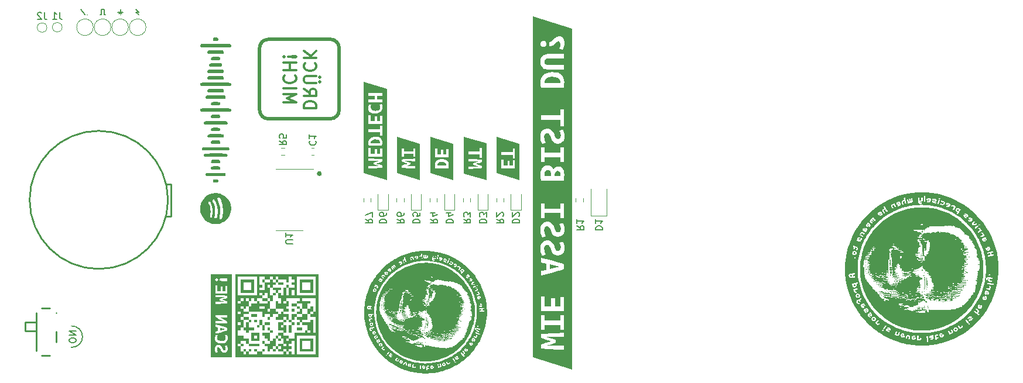
<source format=gbo>
G04 #@! TF.GenerationSoftware,KiCad,Pcbnew,7.0.1*
G04 #@! TF.CreationDate,2023-04-27T09:36:03+02:00*
G04 #@! TF.ProjectId,ET-Abschlussgadget_2023-rounded,45542d41-6273-4636-986c-757373676164,rev?*
G04 #@! TF.SameCoordinates,Original*
G04 #@! TF.FileFunction,Legend,Bot*
G04 #@! TF.FilePolarity,Positive*
%FSLAX46Y46*%
G04 Gerber Fmt 4.6, Leading zero omitted, Abs format (unit mm)*
G04 Created by KiCad (PCBNEW 7.0.1) date 2023-04-27 09:36:03*
%MOMM*%
%LPD*%
G01*
G04 APERTURE LIST*
%ADD10C,0.500000*%
%ADD11C,0.150000*%
%ADD12C,0.375000*%
%ADD13C,0.300000*%
%ADD14C,0.120000*%
%ADD15C,0.250000*%
G04 APERTURE END LIST*
D10*
X144500000Y-96250000D02*
G75*
G03*
X145750000Y-95000000I0J1250000D01*
G01*
D11*
X111760000Y-80400000D02*
X111360000Y-80400000D01*
D10*
X134250000Y-86000000D02*
X134250000Y-95000000D01*
D11*
X116380000Y-80800000D02*
X116780000Y-81200000D01*
X109000000Y-81200000D02*
X108400000Y-80400000D01*
X113720000Y-80800000D02*
X114120000Y-80800000D01*
X111360000Y-80400000D02*
X111360000Y-81200000D01*
X116780000Y-80800000D02*
X116380000Y-80800000D01*
X114120000Y-80400000D02*
X114120000Y-80800000D01*
D10*
X135500000Y-96250000D02*
X144500000Y-96250000D01*
X145750000Y-95000000D02*
X145750000Y-86000000D01*
D11*
X114120000Y-81200000D02*
X114120000Y-81200000D01*
X114320000Y-81000000D02*
X113920000Y-81000000D01*
X109300000Y-81200000D02*
X109300000Y-81200000D01*
D10*
X135500000Y-84750000D02*
G75*
G03*
X134250000Y-86000000I0J-1250000D01*
G01*
D11*
X114520000Y-80800000D02*
X114120000Y-80800000D01*
X114120000Y-80800000D02*
X114520000Y-80800000D01*
D10*
X144500000Y-84750000D02*
X135500000Y-84750000D01*
D11*
X111760000Y-81200000D02*
X111760000Y-80400000D01*
D10*
X145750000Y-86000000D02*
G75*
G03*
X144500000Y-84750000I-1250000J0D01*
G01*
D11*
X111960000Y-81200000D02*
X111760000Y-81200000D01*
D12*
X143087500Y-104200000D02*
G75*
G03*
X143087500Y-104200000I-187500J0D01*
G01*
D10*
X134250000Y-95000000D02*
G75*
G03*
X135500000Y-96250000I1250000J0D01*
G01*
D11*
X107039955Y-129351155D02*
G75*
G03*
X107040000Y-126248843I60045J1551155D01*
G01*
X111360000Y-81200000D02*
X111160000Y-81200000D01*
X116380000Y-80400000D02*
X116780000Y-80800000D01*
D13*
X140636285Y-94714285D02*
X142436285Y-94714285D01*
X142436285Y-94714285D02*
X142436285Y-94285714D01*
X142436285Y-94285714D02*
X142350571Y-94028571D01*
X142350571Y-94028571D02*
X142179142Y-93857142D01*
X142179142Y-93857142D02*
X142007714Y-93771428D01*
X142007714Y-93771428D02*
X141664857Y-93685714D01*
X141664857Y-93685714D02*
X141407714Y-93685714D01*
X141407714Y-93685714D02*
X141064857Y-93771428D01*
X141064857Y-93771428D02*
X140893428Y-93857142D01*
X140893428Y-93857142D02*
X140722000Y-94028571D01*
X140722000Y-94028571D02*
X140636285Y-94285714D01*
X140636285Y-94285714D02*
X140636285Y-94714285D01*
X140636285Y-91885714D02*
X141493428Y-92485714D01*
X140636285Y-92914285D02*
X142436285Y-92914285D01*
X142436285Y-92914285D02*
X142436285Y-92228571D01*
X142436285Y-92228571D02*
X142350571Y-92057142D01*
X142350571Y-92057142D02*
X142264857Y-91971428D01*
X142264857Y-91971428D02*
X142093428Y-91885714D01*
X142093428Y-91885714D02*
X141836285Y-91885714D01*
X141836285Y-91885714D02*
X141664857Y-91971428D01*
X141664857Y-91971428D02*
X141579142Y-92057142D01*
X141579142Y-92057142D02*
X141493428Y-92228571D01*
X141493428Y-92228571D02*
X141493428Y-92914285D01*
X142436285Y-91114285D02*
X140979142Y-91114285D01*
X140979142Y-91114285D02*
X140807714Y-91028571D01*
X140807714Y-91028571D02*
X140722000Y-90942857D01*
X140722000Y-90942857D02*
X140636285Y-90771428D01*
X140636285Y-90771428D02*
X140636285Y-90428571D01*
X140636285Y-90428571D02*
X140722000Y-90257142D01*
X140722000Y-90257142D02*
X140807714Y-90171428D01*
X140807714Y-90171428D02*
X140979142Y-90085714D01*
X140979142Y-90085714D02*
X142436285Y-90085714D01*
X143036285Y-90942857D02*
X142950571Y-90857142D01*
X142950571Y-90857142D02*
X142864857Y-90942857D01*
X142864857Y-90942857D02*
X142950571Y-91028571D01*
X142950571Y-91028571D02*
X143036285Y-90942857D01*
X143036285Y-90942857D02*
X142864857Y-90942857D01*
X143036285Y-90257142D02*
X142950571Y-90171428D01*
X142950571Y-90171428D02*
X142864857Y-90257142D01*
X142864857Y-90257142D02*
X142950571Y-90342857D01*
X142950571Y-90342857D02*
X143036285Y-90257142D01*
X143036285Y-90257142D02*
X142864857Y-90257142D01*
X140807714Y-88200000D02*
X140722000Y-88285714D01*
X140722000Y-88285714D02*
X140636285Y-88542857D01*
X140636285Y-88542857D02*
X140636285Y-88714285D01*
X140636285Y-88714285D02*
X140722000Y-88971428D01*
X140722000Y-88971428D02*
X140893428Y-89142857D01*
X140893428Y-89142857D02*
X141064857Y-89228571D01*
X141064857Y-89228571D02*
X141407714Y-89314285D01*
X141407714Y-89314285D02*
X141664857Y-89314285D01*
X141664857Y-89314285D02*
X142007714Y-89228571D01*
X142007714Y-89228571D02*
X142179142Y-89142857D01*
X142179142Y-89142857D02*
X142350571Y-88971428D01*
X142350571Y-88971428D02*
X142436285Y-88714285D01*
X142436285Y-88714285D02*
X142436285Y-88542857D01*
X142436285Y-88542857D02*
X142350571Y-88285714D01*
X142350571Y-88285714D02*
X142264857Y-88200000D01*
X140636285Y-87428571D02*
X142436285Y-87428571D01*
X140636285Y-86400000D02*
X141664857Y-87171428D01*
X142436285Y-86400000D02*
X141407714Y-87428571D01*
X137720285Y-93899999D02*
X139520285Y-93899999D01*
X139520285Y-93899999D02*
X138234571Y-93299999D01*
X138234571Y-93299999D02*
X139520285Y-92699999D01*
X139520285Y-92699999D02*
X137720285Y-92699999D01*
X137720285Y-91842856D02*
X139520285Y-91842856D01*
X137891714Y-89957142D02*
X137806000Y-90042856D01*
X137806000Y-90042856D02*
X137720285Y-90299999D01*
X137720285Y-90299999D02*
X137720285Y-90471427D01*
X137720285Y-90471427D02*
X137806000Y-90728570D01*
X137806000Y-90728570D02*
X137977428Y-90899999D01*
X137977428Y-90899999D02*
X138148857Y-90985713D01*
X138148857Y-90985713D02*
X138491714Y-91071427D01*
X138491714Y-91071427D02*
X138748857Y-91071427D01*
X138748857Y-91071427D02*
X139091714Y-90985713D01*
X139091714Y-90985713D02*
X139263142Y-90899999D01*
X139263142Y-90899999D02*
X139434571Y-90728570D01*
X139434571Y-90728570D02*
X139520285Y-90471427D01*
X139520285Y-90471427D02*
X139520285Y-90299999D01*
X139520285Y-90299999D02*
X139434571Y-90042856D01*
X139434571Y-90042856D02*
X139348857Y-89957142D01*
X137720285Y-89185713D02*
X139520285Y-89185713D01*
X138663142Y-89185713D02*
X138663142Y-88157142D01*
X137720285Y-88157142D02*
X139520285Y-88157142D01*
X137891714Y-87299999D02*
X137806000Y-87214285D01*
X137806000Y-87214285D02*
X137720285Y-87299999D01*
X137720285Y-87299999D02*
X137806000Y-87385713D01*
X137806000Y-87385713D02*
X137891714Y-87299999D01*
X137891714Y-87299999D02*
X137720285Y-87299999D01*
X138406000Y-87299999D02*
X139434571Y-87385713D01*
X139434571Y-87385713D02*
X139520285Y-87299999D01*
X139520285Y-87299999D02*
X139434571Y-87214285D01*
X139434571Y-87214285D02*
X138406000Y-87299999D01*
X138406000Y-87299999D02*
X139520285Y-87299999D01*
D11*
X107722380Y-128419047D02*
X107722380Y-128228571D01*
X107722380Y-128228571D02*
X107674761Y-128133333D01*
X107674761Y-128133333D02*
X107579523Y-128038095D01*
X107579523Y-128038095D02*
X107389047Y-127990476D01*
X107389047Y-127990476D02*
X107055714Y-127990476D01*
X107055714Y-127990476D02*
X106865238Y-128038095D01*
X106865238Y-128038095D02*
X106770000Y-128133333D01*
X106770000Y-128133333D02*
X106722380Y-128228571D01*
X106722380Y-128228571D02*
X106722380Y-128419047D01*
X106722380Y-128419047D02*
X106770000Y-128514285D01*
X106770000Y-128514285D02*
X106865238Y-128609523D01*
X106865238Y-128609523D02*
X107055714Y-128657142D01*
X107055714Y-128657142D02*
X107389047Y-128657142D01*
X107389047Y-128657142D02*
X107579523Y-128609523D01*
X107579523Y-128609523D02*
X107674761Y-128514285D01*
X107674761Y-128514285D02*
X107722380Y-128419047D01*
X106722380Y-127561904D02*
X107722380Y-127561904D01*
X107722380Y-127561904D02*
X106722380Y-126990476D01*
X106722380Y-126990476D02*
X107722380Y-126990476D01*
G04 #@! TO.C,D3*
X166037380Y-111338094D02*
X167037380Y-111338094D01*
X167037380Y-111338094D02*
X167037380Y-111099999D01*
X167037380Y-111099999D02*
X166989761Y-110957142D01*
X166989761Y-110957142D02*
X166894523Y-110861904D01*
X166894523Y-110861904D02*
X166799285Y-110814285D01*
X166799285Y-110814285D02*
X166608809Y-110766666D01*
X166608809Y-110766666D02*
X166465952Y-110766666D01*
X166465952Y-110766666D02*
X166275476Y-110814285D01*
X166275476Y-110814285D02*
X166180238Y-110861904D01*
X166180238Y-110861904D02*
X166085000Y-110957142D01*
X166085000Y-110957142D02*
X166037380Y-111099999D01*
X166037380Y-111099999D02*
X166037380Y-111338094D01*
X167037380Y-110433332D02*
X167037380Y-109814285D01*
X167037380Y-109814285D02*
X166656428Y-110147618D01*
X166656428Y-110147618D02*
X166656428Y-110004761D01*
X166656428Y-110004761D02*
X166608809Y-109909523D01*
X166608809Y-109909523D02*
X166561190Y-109861904D01*
X166561190Y-109861904D02*
X166465952Y-109814285D01*
X166465952Y-109814285D02*
X166227857Y-109814285D01*
X166227857Y-109814285D02*
X166132619Y-109861904D01*
X166132619Y-109861904D02*
X166085000Y-109909523D01*
X166085000Y-109909523D02*
X166037380Y-110004761D01*
X166037380Y-110004761D02*
X166037380Y-110290475D01*
X166037380Y-110290475D02*
X166085000Y-110385713D01*
X166085000Y-110385713D02*
X166132619Y-110433332D01*
G04 #@! TO.C,J1*
X105333333Y-80812619D02*
X105333333Y-81526904D01*
X105333333Y-81526904D02*
X105380952Y-81669761D01*
X105380952Y-81669761D02*
X105476190Y-81765000D01*
X105476190Y-81765000D02*
X105619047Y-81812619D01*
X105619047Y-81812619D02*
X105714285Y-81812619D01*
X104333333Y-81812619D02*
X104904761Y-81812619D01*
X104619047Y-81812619D02*
X104619047Y-80812619D01*
X104619047Y-80812619D02*
X104714285Y-80955476D01*
X104714285Y-80955476D02*
X104809523Y-81050714D01*
X104809523Y-81050714D02*
X104904761Y-81098333D01*
G04 #@! TO.C,R1*
X180137380Y-111766666D02*
X180613571Y-112099999D01*
X180137380Y-112338094D02*
X181137380Y-112338094D01*
X181137380Y-112338094D02*
X181137380Y-111957142D01*
X181137380Y-111957142D02*
X181089761Y-111861904D01*
X181089761Y-111861904D02*
X181042142Y-111814285D01*
X181042142Y-111814285D02*
X180946904Y-111766666D01*
X180946904Y-111766666D02*
X180804047Y-111766666D01*
X180804047Y-111766666D02*
X180708809Y-111814285D01*
X180708809Y-111814285D02*
X180661190Y-111861904D01*
X180661190Y-111861904D02*
X180613571Y-111957142D01*
X180613571Y-111957142D02*
X180613571Y-112338094D01*
X180137380Y-110814285D02*
X180137380Y-111385713D01*
X180137380Y-111099999D02*
X181137380Y-111099999D01*
X181137380Y-111099999D02*
X180994523Y-111195237D01*
X180994523Y-111195237D02*
X180899285Y-111290475D01*
X180899285Y-111290475D02*
X180851666Y-111385713D01*
G04 #@! TO.C,D1*
X182837380Y-112338094D02*
X183837380Y-112338094D01*
X183837380Y-112338094D02*
X183837380Y-112099999D01*
X183837380Y-112099999D02*
X183789761Y-111957142D01*
X183789761Y-111957142D02*
X183694523Y-111861904D01*
X183694523Y-111861904D02*
X183599285Y-111814285D01*
X183599285Y-111814285D02*
X183408809Y-111766666D01*
X183408809Y-111766666D02*
X183265952Y-111766666D01*
X183265952Y-111766666D02*
X183075476Y-111814285D01*
X183075476Y-111814285D02*
X182980238Y-111861904D01*
X182980238Y-111861904D02*
X182885000Y-111957142D01*
X182885000Y-111957142D02*
X182837380Y-112099999D01*
X182837380Y-112099999D02*
X182837380Y-112338094D01*
X182837380Y-110814285D02*
X182837380Y-111385713D01*
X182837380Y-111099999D02*
X183837380Y-111099999D01*
X183837380Y-111099999D02*
X183694523Y-111195237D01*
X183694523Y-111195237D02*
X183599285Y-111290475D01*
X183599285Y-111290475D02*
X183551666Y-111385713D01*
G04 #@! TO.C,R7*
X149537380Y-110766666D02*
X150013571Y-111099999D01*
X149537380Y-111338094D02*
X150537380Y-111338094D01*
X150537380Y-111338094D02*
X150537380Y-110957142D01*
X150537380Y-110957142D02*
X150489761Y-110861904D01*
X150489761Y-110861904D02*
X150442142Y-110814285D01*
X150442142Y-110814285D02*
X150346904Y-110766666D01*
X150346904Y-110766666D02*
X150204047Y-110766666D01*
X150204047Y-110766666D02*
X150108809Y-110814285D01*
X150108809Y-110814285D02*
X150061190Y-110861904D01*
X150061190Y-110861904D02*
X150013571Y-110957142D01*
X150013571Y-110957142D02*
X150013571Y-111338094D01*
X150537380Y-110433332D02*
X150537380Y-109766666D01*
X150537380Y-109766666D02*
X149537380Y-110195237D01*
G04 #@! TO.C,J2*
X103133333Y-80862619D02*
X103133333Y-81576904D01*
X103133333Y-81576904D02*
X103180952Y-81719761D01*
X103180952Y-81719761D02*
X103276190Y-81815000D01*
X103276190Y-81815000D02*
X103419047Y-81862619D01*
X103419047Y-81862619D02*
X103514285Y-81862619D01*
X102704761Y-80957857D02*
X102657142Y-80910238D01*
X102657142Y-80910238D02*
X102561904Y-80862619D01*
X102561904Y-80862619D02*
X102323809Y-80862619D01*
X102323809Y-80862619D02*
X102228571Y-80910238D01*
X102228571Y-80910238D02*
X102180952Y-80957857D01*
X102180952Y-80957857D02*
X102133333Y-81053095D01*
X102133333Y-81053095D02*
X102133333Y-81148333D01*
X102133333Y-81148333D02*
X102180952Y-81291190D01*
X102180952Y-81291190D02*
X102752380Y-81862619D01*
X102752380Y-81862619D02*
X102133333Y-81862619D01*
G04 #@! TO.C,R2*
X168537380Y-110766666D02*
X169013571Y-111099999D01*
X168537380Y-111338094D02*
X169537380Y-111338094D01*
X169537380Y-111338094D02*
X169537380Y-110957142D01*
X169537380Y-110957142D02*
X169489761Y-110861904D01*
X169489761Y-110861904D02*
X169442142Y-110814285D01*
X169442142Y-110814285D02*
X169346904Y-110766666D01*
X169346904Y-110766666D02*
X169204047Y-110766666D01*
X169204047Y-110766666D02*
X169108809Y-110814285D01*
X169108809Y-110814285D02*
X169061190Y-110861904D01*
X169061190Y-110861904D02*
X169013571Y-110957142D01*
X169013571Y-110957142D02*
X169013571Y-111338094D01*
X169442142Y-110385713D02*
X169489761Y-110338094D01*
X169489761Y-110338094D02*
X169537380Y-110242856D01*
X169537380Y-110242856D02*
X169537380Y-110004761D01*
X169537380Y-110004761D02*
X169489761Y-109909523D01*
X169489761Y-109909523D02*
X169442142Y-109861904D01*
X169442142Y-109861904D02*
X169346904Y-109814285D01*
X169346904Y-109814285D02*
X169251666Y-109814285D01*
X169251666Y-109814285D02*
X169108809Y-109861904D01*
X169108809Y-109861904D02*
X168537380Y-110433332D01*
X168537380Y-110433332D02*
X168537380Y-109814285D01*
G04 #@! TO.C,D4*
X161237380Y-111338094D02*
X162237380Y-111338094D01*
X162237380Y-111338094D02*
X162237380Y-111099999D01*
X162237380Y-111099999D02*
X162189761Y-110957142D01*
X162189761Y-110957142D02*
X162094523Y-110861904D01*
X162094523Y-110861904D02*
X161999285Y-110814285D01*
X161999285Y-110814285D02*
X161808809Y-110766666D01*
X161808809Y-110766666D02*
X161665952Y-110766666D01*
X161665952Y-110766666D02*
X161475476Y-110814285D01*
X161475476Y-110814285D02*
X161380238Y-110861904D01*
X161380238Y-110861904D02*
X161285000Y-110957142D01*
X161285000Y-110957142D02*
X161237380Y-111099999D01*
X161237380Y-111099999D02*
X161237380Y-111338094D01*
X161904047Y-109909523D02*
X161237380Y-109909523D01*
X162285000Y-110147618D02*
X161570714Y-110385713D01*
X161570714Y-110385713D02*
X161570714Y-109766666D01*
G04 #@! TO.C,R6*
X154137380Y-110766666D02*
X154613571Y-111099999D01*
X154137380Y-111338094D02*
X155137380Y-111338094D01*
X155137380Y-111338094D02*
X155137380Y-110957142D01*
X155137380Y-110957142D02*
X155089761Y-110861904D01*
X155089761Y-110861904D02*
X155042142Y-110814285D01*
X155042142Y-110814285D02*
X154946904Y-110766666D01*
X154946904Y-110766666D02*
X154804047Y-110766666D01*
X154804047Y-110766666D02*
X154708809Y-110814285D01*
X154708809Y-110814285D02*
X154661190Y-110861904D01*
X154661190Y-110861904D02*
X154613571Y-110957142D01*
X154613571Y-110957142D02*
X154613571Y-111338094D01*
X155137380Y-109909523D02*
X155137380Y-110099999D01*
X155137380Y-110099999D02*
X155089761Y-110195237D01*
X155089761Y-110195237D02*
X155042142Y-110242856D01*
X155042142Y-110242856D02*
X154899285Y-110338094D01*
X154899285Y-110338094D02*
X154708809Y-110385713D01*
X154708809Y-110385713D02*
X154327857Y-110385713D01*
X154327857Y-110385713D02*
X154232619Y-110338094D01*
X154232619Y-110338094D02*
X154185000Y-110290475D01*
X154185000Y-110290475D02*
X154137380Y-110195237D01*
X154137380Y-110195237D02*
X154137380Y-110004761D01*
X154137380Y-110004761D02*
X154185000Y-109909523D01*
X154185000Y-109909523D02*
X154232619Y-109861904D01*
X154232619Y-109861904D02*
X154327857Y-109814285D01*
X154327857Y-109814285D02*
X154565952Y-109814285D01*
X154565952Y-109814285D02*
X154661190Y-109861904D01*
X154661190Y-109861904D02*
X154708809Y-109909523D01*
X154708809Y-109909523D02*
X154756428Y-110004761D01*
X154756428Y-110004761D02*
X154756428Y-110195237D01*
X154756428Y-110195237D02*
X154708809Y-110290475D01*
X154708809Y-110290475D02*
X154661190Y-110338094D01*
X154661190Y-110338094D02*
X154565952Y-110385713D01*
G04 #@! TO.C,R5*
X137099880Y-99436666D02*
X137576071Y-99769999D01*
X137099880Y-100008094D02*
X138099880Y-100008094D01*
X138099880Y-100008094D02*
X138099880Y-99627142D01*
X138099880Y-99627142D02*
X138052261Y-99531904D01*
X138052261Y-99531904D02*
X138004642Y-99484285D01*
X138004642Y-99484285D02*
X137909404Y-99436666D01*
X137909404Y-99436666D02*
X137766547Y-99436666D01*
X137766547Y-99436666D02*
X137671309Y-99484285D01*
X137671309Y-99484285D02*
X137623690Y-99531904D01*
X137623690Y-99531904D02*
X137576071Y-99627142D01*
X137576071Y-99627142D02*
X137576071Y-100008094D01*
X138099880Y-98531904D02*
X138099880Y-99008094D01*
X138099880Y-99008094D02*
X137623690Y-99055713D01*
X137623690Y-99055713D02*
X137671309Y-99008094D01*
X137671309Y-99008094D02*
X137718928Y-98912856D01*
X137718928Y-98912856D02*
X137718928Y-98674761D01*
X137718928Y-98674761D02*
X137671309Y-98579523D01*
X137671309Y-98579523D02*
X137623690Y-98531904D01*
X137623690Y-98531904D02*
X137528452Y-98484285D01*
X137528452Y-98484285D02*
X137290357Y-98484285D01*
X137290357Y-98484285D02*
X137195119Y-98531904D01*
X137195119Y-98531904D02*
X137147500Y-98579523D01*
X137147500Y-98579523D02*
X137099880Y-98674761D01*
X137099880Y-98674761D02*
X137099880Y-98912856D01*
X137099880Y-98912856D02*
X137147500Y-99008094D01*
X137147500Y-99008094D02*
X137195119Y-99055713D01*
G04 #@! TO.C,D6*
X151597380Y-111338094D02*
X152597380Y-111338094D01*
X152597380Y-111338094D02*
X152597380Y-111099999D01*
X152597380Y-111099999D02*
X152549761Y-110957142D01*
X152549761Y-110957142D02*
X152454523Y-110861904D01*
X152454523Y-110861904D02*
X152359285Y-110814285D01*
X152359285Y-110814285D02*
X152168809Y-110766666D01*
X152168809Y-110766666D02*
X152025952Y-110766666D01*
X152025952Y-110766666D02*
X151835476Y-110814285D01*
X151835476Y-110814285D02*
X151740238Y-110861904D01*
X151740238Y-110861904D02*
X151645000Y-110957142D01*
X151645000Y-110957142D02*
X151597380Y-111099999D01*
X151597380Y-111099999D02*
X151597380Y-111338094D01*
X152597380Y-109909523D02*
X152597380Y-110099999D01*
X152597380Y-110099999D02*
X152549761Y-110195237D01*
X152549761Y-110195237D02*
X152502142Y-110242856D01*
X152502142Y-110242856D02*
X152359285Y-110338094D01*
X152359285Y-110338094D02*
X152168809Y-110385713D01*
X152168809Y-110385713D02*
X151787857Y-110385713D01*
X151787857Y-110385713D02*
X151692619Y-110338094D01*
X151692619Y-110338094D02*
X151645000Y-110290475D01*
X151645000Y-110290475D02*
X151597380Y-110195237D01*
X151597380Y-110195237D02*
X151597380Y-110004761D01*
X151597380Y-110004761D02*
X151645000Y-109909523D01*
X151645000Y-109909523D02*
X151692619Y-109861904D01*
X151692619Y-109861904D02*
X151787857Y-109814285D01*
X151787857Y-109814285D02*
X152025952Y-109814285D01*
X152025952Y-109814285D02*
X152121190Y-109861904D01*
X152121190Y-109861904D02*
X152168809Y-109909523D01*
X152168809Y-109909523D02*
X152216428Y-110004761D01*
X152216428Y-110004761D02*
X152216428Y-110195237D01*
X152216428Y-110195237D02*
X152168809Y-110290475D01*
X152168809Y-110290475D02*
X152121190Y-110338094D01*
X152121190Y-110338094D02*
X152025952Y-110385713D01*
G04 #@! TO.C,D2*
X170837380Y-111338094D02*
X171837380Y-111338094D01*
X171837380Y-111338094D02*
X171837380Y-111099999D01*
X171837380Y-111099999D02*
X171789761Y-110957142D01*
X171789761Y-110957142D02*
X171694523Y-110861904D01*
X171694523Y-110861904D02*
X171599285Y-110814285D01*
X171599285Y-110814285D02*
X171408809Y-110766666D01*
X171408809Y-110766666D02*
X171265952Y-110766666D01*
X171265952Y-110766666D02*
X171075476Y-110814285D01*
X171075476Y-110814285D02*
X170980238Y-110861904D01*
X170980238Y-110861904D02*
X170885000Y-110957142D01*
X170885000Y-110957142D02*
X170837380Y-111099999D01*
X170837380Y-111099999D02*
X170837380Y-111338094D01*
X171742142Y-110385713D02*
X171789761Y-110338094D01*
X171789761Y-110338094D02*
X171837380Y-110242856D01*
X171837380Y-110242856D02*
X171837380Y-110004761D01*
X171837380Y-110004761D02*
X171789761Y-109909523D01*
X171789761Y-109909523D02*
X171742142Y-109861904D01*
X171742142Y-109861904D02*
X171646904Y-109814285D01*
X171646904Y-109814285D02*
X171551666Y-109814285D01*
X171551666Y-109814285D02*
X171408809Y-109861904D01*
X171408809Y-109861904D02*
X170837380Y-110433332D01*
X170837380Y-110433332D02*
X170837380Y-109814285D01*
G04 #@! TO.C,U1*
X139037380Y-114361904D02*
X138227857Y-114361904D01*
X138227857Y-114361904D02*
X138132619Y-114314285D01*
X138132619Y-114314285D02*
X138085000Y-114266666D01*
X138085000Y-114266666D02*
X138037380Y-114171428D01*
X138037380Y-114171428D02*
X138037380Y-113980952D01*
X138037380Y-113980952D02*
X138085000Y-113885714D01*
X138085000Y-113885714D02*
X138132619Y-113838095D01*
X138132619Y-113838095D02*
X138227857Y-113790476D01*
X138227857Y-113790476D02*
X139037380Y-113790476D01*
X138037380Y-112790476D02*
X138037380Y-113361904D01*
X138037380Y-113076190D02*
X139037380Y-113076190D01*
X139037380Y-113076190D02*
X138894523Y-113171428D01*
X138894523Y-113171428D02*
X138799285Y-113266666D01*
X138799285Y-113266666D02*
X138751666Y-113361904D01*
G04 #@! TO.C,D5*
X156437380Y-111338094D02*
X157437380Y-111338094D01*
X157437380Y-111338094D02*
X157437380Y-111099999D01*
X157437380Y-111099999D02*
X157389761Y-110957142D01*
X157389761Y-110957142D02*
X157294523Y-110861904D01*
X157294523Y-110861904D02*
X157199285Y-110814285D01*
X157199285Y-110814285D02*
X157008809Y-110766666D01*
X157008809Y-110766666D02*
X156865952Y-110766666D01*
X156865952Y-110766666D02*
X156675476Y-110814285D01*
X156675476Y-110814285D02*
X156580238Y-110861904D01*
X156580238Y-110861904D02*
X156485000Y-110957142D01*
X156485000Y-110957142D02*
X156437380Y-111099999D01*
X156437380Y-111099999D02*
X156437380Y-111338094D01*
X157437380Y-109861904D02*
X157437380Y-110338094D01*
X157437380Y-110338094D02*
X156961190Y-110385713D01*
X156961190Y-110385713D02*
X157008809Y-110338094D01*
X157008809Y-110338094D02*
X157056428Y-110242856D01*
X157056428Y-110242856D02*
X157056428Y-110004761D01*
X157056428Y-110004761D02*
X157008809Y-109909523D01*
X157008809Y-109909523D02*
X156961190Y-109861904D01*
X156961190Y-109861904D02*
X156865952Y-109814285D01*
X156865952Y-109814285D02*
X156627857Y-109814285D01*
X156627857Y-109814285D02*
X156532619Y-109861904D01*
X156532619Y-109861904D02*
X156485000Y-109909523D01*
X156485000Y-109909523D02*
X156437380Y-110004761D01*
X156437380Y-110004761D02*
X156437380Y-110242856D01*
X156437380Y-110242856D02*
X156485000Y-110338094D01*
X156485000Y-110338094D02*
X156532619Y-110385713D01*
G04 #@! TO.C,C1*
X141532619Y-99466666D02*
X141485000Y-99514285D01*
X141485000Y-99514285D02*
X141437380Y-99657142D01*
X141437380Y-99657142D02*
X141437380Y-99752380D01*
X141437380Y-99752380D02*
X141485000Y-99895237D01*
X141485000Y-99895237D02*
X141580238Y-99990475D01*
X141580238Y-99990475D02*
X141675476Y-100038094D01*
X141675476Y-100038094D02*
X141865952Y-100085713D01*
X141865952Y-100085713D02*
X142008809Y-100085713D01*
X142008809Y-100085713D02*
X142199285Y-100038094D01*
X142199285Y-100038094D02*
X142294523Y-99990475D01*
X142294523Y-99990475D02*
X142389761Y-99895237D01*
X142389761Y-99895237D02*
X142437380Y-99752380D01*
X142437380Y-99752380D02*
X142437380Y-99657142D01*
X142437380Y-99657142D02*
X142389761Y-99514285D01*
X142389761Y-99514285D02*
X142342142Y-99466666D01*
X141437380Y-98514285D02*
X141437380Y-99085713D01*
X141437380Y-98799999D02*
X142437380Y-98799999D01*
X142437380Y-98799999D02*
X142294523Y-98895237D01*
X142294523Y-98895237D02*
X142199285Y-98990475D01*
X142199285Y-98990475D02*
X142151666Y-99085713D01*
G04 #@! TO.C,R4*
X158937380Y-110766666D02*
X159413571Y-111099999D01*
X158937380Y-111338094D02*
X159937380Y-111338094D01*
X159937380Y-111338094D02*
X159937380Y-110957142D01*
X159937380Y-110957142D02*
X159889761Y-110861904D01*
X159889761Y-110861904D02*
X159842142Y-110814285D01*
X159842142Y-110814285D02*
X159746904Y-110766666D01*
X159746904Y-110766666D02*
X159604047Y-110766666D01*
X159604047Y-110766666D02*
X159508809Y-110814285D01*
X159508809Y-110814285D02*
X159461190Y-110861904D01*
X159461190Y-110861904D02*
X159413571Y-110957142D01*
X159413571Y-110957142D02*
X159413571Y-111338094D01*
X159604047Y-109909523D02*
X158937380Y-109909523D01*
X159985000Y-110147618D02*
X159270714Y-110385713D01*
X159270714Y-110385713D02*
X159270714Y-109766666D01*
G04 #@! TO.C,R3*
X163737380Y-110766666D02*
X164213571Y-111099999D01*
X163737380Y-111338094D02*
X164737380Y-111338094D01*
X164737380Y-111338094D02*
X164737380Y-110957142D01*
X164737380Y-110957142D02*
X164689761Y-110861904D01*
X164689761Y-110861904D02*
X164642142Y-110814285D01*
X164642142Y-110814285D02*
X164546904Y-110766666D01*
X164546904Y-110766666D02*
X164404047Y-110766666D01*
X164404047Y-110766666D02*
X164308809Y-110814285D01*
X164308809Y-110814285D02*
X164261190Y-110861904D01*
X164261190Y-110861904D02*
X164213571Y-110957142D01*
X164213571Y-110957142D02*
X164213571Y-111338094D01*
X164737380Y-110433332D02*
X164737380Y-109814285D01*
X164737380Y-109814285D02*
X164356428Y-110147618D01*
X164356428Y-110147618D02*
X164356428Y-110004761D01*
X164356428Y-110004761D02*
X164308809Y-109909523D01*
X164308809Y-109909523D02*
X164261190Y-109861904D01*
X164261190Y-109861904D02*
X164165952Y-109814285D01*
X164165952Y-109814285D02*
X163927857Y-109814285D01*
X163927857Y-109814285D02*
X163832619Y-109861904D01*
X163832619Y-109861904D02*
X163785000Y-109909523D01*
X163785000Y-109909523D02*
X163737380Y-110004761D01*
X163737380Y-110004761D02*
X163737380Y-110290475D01*
X163737380Y-110290475D02*
X163785000Y-110385713D01*
X163785000Y-110385713D02*
X163832619Y-110433332D01*
D14*
G04 #@! TO.C,D3*
X165765000Y-109485000D02*
X165765000Y-107200000D01*
X167235000Y-109485000D02*
X165765000Y-109485000D01*
X167235000Y-107200000D02*
X167235000Y-109485000D01*
G04 #@! TO.C,J1*
X105700000Y-83000000D02*
G75*
G03*
X105700000Y-83000000I-700000J0D01*
G01*
G04 #@! TO.C,J6*
X115280000Y-83000000D02*
G75*
G03*
X115280000Y-83000000I-1200000J0D01*
G01*
G04 #@! TO.C,kibuzzard-642F12E3*
G36*
X160850825Y-102523875D02*
G01*
X161063550Y-102590550D01*
X161211187Y-102720725D01*
X161266750Y-102933450D01*
X161265163Y-102990600D01*
X161257225Y-103047750D01*
X159936425Y-103047750D01*
X159933250Y-103012825D01*
X159933250Y-102977900D01*
X159984050Y-102754063D01*
X160123750Y-102608013D01*
X160334887Y-102528637D01*
X160463078Y-102510778D01*
X160603175Y-102504825D01*
X160850825Y-102523875D01*
G37*
G36*
X158932067Y-100561725D02*
G01*
X159618925Y-100561725D01*
X159618925Y-101822200D01*
X161584250Y-101822200D01*
X161584250Y-100631575D01*
X161260400Y-100631575D01*
X161260400Y-101431675D01*
X160819075Y-101431675D01*
X160819075Y-100736350D01*
X160495225Y-100736350D01*
X160495225Y-101431675D01*
X159942775Y-101431675D01*
X159942775Y-100561725D01*
X159618925Y-100561725D01*
X158932067Y-100561725D01*
X158932067Y-99900267D01*
X158932067Y-98899507D01*
X162267933Y-99900267D01*
X162267933Y-100561725D01*
X162267933Y-103438275D01*
X162267933Y-104099733D01*
X162267933Y-105100493D01*
X158932067Y-104099733D01*
X158932067Y-103438275D01*
X158932067Y-103019175D01*
X159593525Y-103019175D01*
X159604637Y-103223962D01*
X159641150Y-103438275D01*
X161558850Y-103438275D01*
X161596950Y-103187450D01*
X161606475Y-102968375D01*
X161592188Y-102783034D01*
X161549325Y-102614362D01*
X161475903Y-102466328D01*
X161369938Y-102342900D01*
X161231031Y-102244078D01*
X161058788Y-102169862D01*
X160850428Y-102123428D01*
X160603175Y-102107950D01*
X160350366Y-102125016D01*
X160138037Y-102176212D01*
X159963809Y-102257572D01*
X159825300Y-102365125D01*
X159720922Y-102497284D01*
X159649088Y-102652463D01*
X159607416Y-102827484D01*
X159593525Y-103019175D01*
X158932067Y-103019175D01*
X158932067Y-101822200D01*
X158932067Y-100561725D01*
G37*
G04 #@! TO.C,R1*
X181022500Y-107745276D02*
X181022500Y-108254724D01*
X179977500Y-107745276D02*
X179977500Y-108254724D01*
G04 #@! TO.C,kibuzzard-642F12C7*
G36*
X168555879Y-100552200D02*
G01*
X168555879Y-99890742D01*
X168555879Y-98904269D01*
X171844121Y-99890742D01*
X171844121Y-100552200D01*
X171844121Y-103447800D01*
X171844121Y-104109258D01*
X171844121Y-105095731D01*
X168555879Y-104109258D01*
X168555879Y-103447800D01*
X168555879Y-102187325D01*
X169217337Y-102187325D01*
X169217337Y-103447800D01*
X171182662Y-103447800D01*
X171182662Y-102257175D01*
X170858812Y-102257175D01*
X170858812Y-103057275D01*
X170417488Y-103057275D01*
X170417488Y-102361950D01*
X170093638Y-102361950D01*
X170093638Y-103057275D01*
X169541187Y-103057275D01*
X169541187Y-102187325D01*
X169217337Y-102187325D01*
X168555879Y-102187325D01*
X168555879Y-101463425D01*
X169217337Y-101463425D01*
X170858812Y-101463425D01*
X170858812Y-101980950D01*
X171182662Y-101980950D01*
X171182662Y-100552200D01*
X170858812Y-100552200D01*
X170858812Y-101069725D01*
X169217337Y-101069725D01*
X169217337Y-101463425D01*
X168555879Y-101463425D01*
X168555879Y-101069725D01*
X168555879Y-100552200D01*
G37*
D15*
G04 #@! TO.C,BT1*
X121450000Y-110400000D02*
X120710000Y-110400000D01*
X121450000Y-105700000D02*
X121450000Y-110400000D01*
X120770000Y-105700000D02*
X121450000Y-105700000D01*
X120728502Y-105683335D02*
G75*
G03*
X120770000Y-105700000I41498J43334D01*
G01*
X121000000Y-108000000D02*
G75*
G03*
X121000000Y-108000000I-10000000J0D01*
G01*
D14*
G04 #@! TO.C,D1*
X182165000Y-110285000D02*
X182165000Y-106400000D01*
X184435000Y-110285000D02*
X182165000Y-110285000D01*
X184435000Y-106400000D02*
X184435000Y-110285000D01*
G04 #@! TO.C,J5*
X117820000Y-83000000D02*
G75*
G03*
X117820000Y-83000000I-1200000J0D01*
G01*
G04 #@! TO.C,kibuzzard-642F12D5*
G36*
X163755879Y-100488700D02*
G01*
X163755879Y-99827242D01*
X163755879Y-98840769D01*
X167044121Y-99827242D01*
X167044121Y-100488700D01*
X167044121Y-103511300D01*
X167044121Y-104172758D01*
X167044121Y-105159231D01*
X163755879Y-104172758D01*
X163755879Y-103511300D01*
X163755879Y-102069850D01*
X164417337Y-102069850D01*
X164417337Y-102428625D01*
X165944513Y-102409575D01*
X165112662Y-102650875D01*
X165112662Y-102936625D01*
X165944513Y-103168400D01*
X164417337Y-103152525D01*
X164417337Y-103511300D01*
X164663400Y-103501378D01*
X164918988Y-103490662D01*
X165178544Y-103479153D01*
X165436512Y-103466850D01*
X165689719Y-103452959D01*
X165934987Y-103436688D01*
X166167556Y-103418034D01*
X166382662Y-103397000D01*
X166382662Y-103073150D01*
X166211213Y-103017587D01*
X165985787Y-102946150D01*
X165741313Y-102869950D01*
X165512712Y-102796925D01*
X165755600Y-102717550D01*
X165996900Y-102638175D01*
X166214387Y-102568325D01*
X166382662Y-102511175D01*
X166382662Y-102187325D01*
X166128662Y-102165497D01*
X165881012Y-102144462D01*
X165637728Y-102125412D01*
X165396825Y-102109537D01*
X165156319Y-102096441D01*
X164914225Y-102085725D01*
X164668559Y-102076994D01*
X164417337Y-102069850D01*
X163755879Y-102069850D01*
X163755879Y-101399925D01*
X164417337Y-101399925D01*
X166058812Y-101399925D01*
X166058812Y-101917450D01*
X166382662Y-101917450D01*
X166382662Y-100488700D01*
X166058812Y-100488700D01*
X166058812Y-101006225D01*
X164417337Y-101006225D01*
X164417337Y-101399925D01*
X163755879Y-101399925D01*
X163755879Y-101006225D01*
X163755879Y-100488700D01*
G37*
G04 #@! TO.C,kibuzzard-64480F6A*
G36*
X128722143Y-126577371D02*
G01*
X128897879Y-126615948D01*
X129075044Y-126661668D01*
X129265068Y-126714531D01*
X129075044Y-126767395D01*
X128897879Y-126813115D01*
X128722143Y-126853120D01*
X128539263Y-126888839D01*
X128539263Y-126543081D01*
X128722143Y-126577371D01*
G37*
G36*
X127206715Y-119567924D02*
G01*
X127804885Y-119567924D01*
X127867750Y-119732230D01*
X128042058Y-119805096D01*
X128213508Y-119732230D01*
X128221708Y-119710799D01*
X128482113Y-119710799D01*
X128649276Y-119735088D01*
X128799295Y-119753661D01*
X128955029Y-119766520D01*
X129139338Y-119770806D01*
X129607968Y-119770806D01*
X129607968Y-119365041D01*
X129139338Y-119365041D01*
X128955029Y-119369327D01*
X128797866Y-119380758D01*
X128647848Y-119397903D01*
X128482113Y-119419334D01*
X128482113Y-119710799D01*
X128221708Y-119710799D01*
X128276373Y-119567924D01*
X128219521Y-119419334D01*
X128213508Y-119403618D01*
X128042058Y-119330751D01*
X127867750Y-119403618D01*
X127804885Y-119567924D01*
X127206715Y-119567924D01*
X127206715Y-119330751D01*
X127206715Y-118735439D01*
X130243285Y-118735439D01*
X130243285Y-119330751D01*
X130243285Y-130169249D01*
X130243285Y-130764561D01*
X127206715Y-130764561D01*
X127206715Y-130169249D01*
X127206715Y-129620609D01*
X127802028Y-129620609D01*
X127813815Y-129818491D01*
X127849176Y-129972081D01*
X127936330Y-130169249D01*
X128222080Y-130066379D01*
X128136355Y-129882070D01*
X128106351Y-129763127D01*
X128096350Y-129620609D01*
X128114924Y-129473448D01*
X128166359Y-129380579D01*
X128240654Y-129333430D01*
X128324950Y-129320571D01*
X128422105Y-129352004D01*
X128497829Y-129432014D01*
X128557836Y-129540599D01*
X128607843Y-129660614D01*
X128673565Y-129826349D01*
X128767863Y-129982083D01*
X128909309Y-130097811D01*
X129119335Y-130143531D01*
X129340791Y-130103169D01*
X129507955Y-129982083D01*
X129585743Y-129860956D01*
X129632415Y-129712843D01*
X129647973Y-129537741D01*
X129638686Y-129385222D01*
X129610825Y-129253420D01*
X129527958Y-129049109D01*
X129256495Y-129151979D01*
X129325075Y-129310570D01*
X129353650Y-129512024D01*
X129331108Y-129667599D01*
X129263480Y-129760944D01*
X129150768Y-129792059D01*
X129060756Y-129763484D01*
X128992176Y-129690618D01*
X128939313Y-129590605D01*
X128896450Y-129480591D01*
X128826441Y-129307713D01*
X128723571Y-129141978D01*
X128563551Y-129017676D01*
X128455323Y-128981243D01*
X128322093Y-128969099D01*
X128101708Y-129009461D01*
X127937759Y-129130548D01*
X127862353Y-129256754D01*
X127817109Y-129420108D01*
X127802028Y-129620609D01*
X127206715Y-129620609D01*
X127206715Y-128008979D01*
X127802028Y-128008979D01*
X127828698Y-128238849D01*
X127908708Y-128429349D01*
X128042058Y-128580479D01*
X128174753Y-128666740D01*
X128332808Y-128728354D01*
X128516224Y-128765323D01*
X128725000Y-128777646D01*
X128932883Y-128762644D01*
X129116478Y-128717639D01*
X129274712Y-128645844D01*
X129406514Y-128550475D01*
X129510813Y-128433318D01*
X129586536Y-128296158D01*
X129632613Y-128142210D01*
X129647973Y-127974689D01*
X129632256Y-127804668D01*
X129596538Y-127671794D01*
X129553675Y-127576068D01*
X129519385Y-127517489D01*
X129239350Y-127608929D01*
X129312216Y-127767520D01*
X129342220Y-127980404D01*
X129312216Y-128141853D01*
X129212204Y-128281870D01*
X129025038Y-128381883D01*
X128893593Y-128410815D01*
X128733573Y-128420459D01*
X128547359Y-128408870D01*
X128392578Y-128374104D01*
X128269229Y-128316160D01*
X128148142Y-128178643D01*
X128107780Y-127974689D01*
X128139213Y-127747518D01*
X128202078Y-127603214D01*
X127924900Y-127514631D01*
X127840604Y-127716085D01*
X127811672Y-127852888D01*
X127802028Y-128008979D01*
X127206715Y-128008979D01*
X127206715Y-126400206D01*
X127206715Y-126023016D01*
X127839175Y-126023016D01*
X127839175Y-126400206D01*
X128247798Y-126483074D01*
X128247798Y-126954561D01*
X127839175Y-127034571D01*
X127839175Y-127400331D01*
X128044629Y-127349925D01*
X128242654Y-127299290D01*
X128433249Y-127248427D01*
X128616415Y-127197334D01*
X128792151Y-127146014D01*
X129004410Y-127082256D01*
X129211132Y-127019569D01*
X129412318Y-126957955D01*
X129607968Y-126897411D01*
X129607968Y-126514506D01*
X129410711Y-126451731D01*
X129207560Y-126389133D01*
X128998516Y-126326715D01*
X128783579Y-126264475D01*
X128606357Y-126215040D01*
X128423305Y-126166177D01*
X128234424Y-126117885D01*
X128039714Y-126070165D01*
X127839175Y-126023016D01*
X127206715Y-126023016D01*
X127206715Y-124982886D01*
X127206715Y-124699994D01*
X127839175Y-124699994D01*
X127839175Y-124982886D01*
X128035231Y-125065278D01*
X128230970Y-125152431D01*
X128426391Y-125244348D01*
X128621813Y-125341026D01*
X128817551Y-125442468D01*
X129013608Y-125548671D01*
X127839175Y-125548671D01*
X127839175Y-125865854D01*
X129607968Y-125865854D01*
X129607968Y-125582961D01*
X129476880Y-125502951D01*
X129335076Y-125422941D01*
X129188272Y-125344003D01*
X129042183Y-125267208D01*
X128898593Y-125194341D01*
X128759290Y-125127190D01*
X128630703Y-125067540D01*
X128519260Y-125017176D01*
X129607968Y-125017176D01*
X129607968Y-124699994D01*
X127839175Y-124699994D01*
X127206715Y-124699994D01*
X127206715Y-121776771D01*
X127839175Y-121776771D01*
X127839175Y-122099669D01*
X129213633Y-122082524D01*
X128464968Y-122299694D01*
X128464968Y-122556869D01*
X129213633Y-122765466D01*
X127839175Y-122751179D01*
X127839175Y-123074076D01*
X128060631Y-123065147D01*
X128290660Y-123055503D01*
X128524261Y-123045144D01*
X128756433Y-123034071D01*
X128984318Y-123021570D01*
X129205060Y-123006925D01*
X129414372Y-122990137D01*
X129607968Y-122971206D01*
X129607968Y-122679741D01*
X129453663Y-122629735D01*
X129250780Y-122565441D01*
X129030753Y-122496861D01*
X128825013Y-122431139D01*
X129043611Y-122359701D01*
X129260781Y-122288264D01*
X129456520Y-122225399D01*
X129607968Y-122173964D01*
X129607968Y-121882499D01*
X129379368Y-121862853D01*
X129156483Y-121843923D01*
X128937527Y-121826778D01*
X128720714Y-121812490D01*
X128504258Y-121800703D01*
X128286374Y-121791059D01*
X128065275Y-121783201D01*
X127839175Y-121776771D01*
X127206715Y-121776771D01*
X127206715Y-121531026D01*
X127206715Y-120396599D01*
X127839175Y-120396599D01*
X127839175Y-121531026D01*
X129607968Y-121531026D01*
X129607968Y-120459464D01*
X129316503Y-120459464D01*
X129316503Y-121179554D01*
X128919310Y-121179554D01*
X128919310Y-120553761D01*
X128627845Y-120553761D01*
X128627845Y-121179554D01*
X128130640Y-121179554D01*
X128130640Y-120396599D01*
X127839175Y-120396599D01*
X127206715Y-120396599D01*
X127206715Y-119567924D01*
G37*
G04 #@! TO.C,R7*
X150322500Y-107745276D02*
X150322500Y-108254724D01*
X149277500Y-107745276D02*
X149277500Y-108254724D01*
D15*
G04 #@! TO.C,SW1*
X103957500Y-130500000D02*
X102757500Y-130500000D01*
X101947500Y-129850000D02*
X101947500Y-124350000D01*
X104847500Y-128600000D02*
X104847500Y-127100000D01*
X100367500Y-126950000D02*
X100367500Y-125680000D01*
X101967500Y-126950000D02*
X100367500Y-126950000D01*
X100367500Y-125680000D02*
X101967500Y-125680000D01*
X104847500Y-124330000D02*
X104847500Y-124340000D01*
X103957500Y-123700000D02*
X102757500Y-123700000D01*
D14*
G04 #@! TO.C,J2*
X103500000Y-83050000D02*
G75*
G03*
X103500000Y-83050000I-700000J0D01*
G01*
G04 #@! TO.C,G\u002A\u002A\u002A*
G36*
X140428354Y-126685975D02*
G01*
X140428354Y-126879573D01*
X140041159Y-126879573D01*
X139653964Y-126879573D01*
X139653964Y-126685975D01*
X139653964Y-126492378D01*
X140041159Y-126492378D01*
X140428354Y-126492378D01*
X140428354Y-126685975D01*
G37*
G36*
X140041159Y-125911585D02*
G01*
X140041159Y-126105183D01*
X139847561Y-126105183D01*
X139653964Y-126105183D01*
X139653964Y-125911585D01*
X139653964Y-125717988D01*
X139847561Y-125717988D01*
X140041159Y-125717988D01*
X140041159Y-125911585D01*
G37*
G36*
X139266768Y-123975610D02*
G01*
X139266768Y-124169207D01*
X139073171Y-124169207D01*
X138879573Y-124169207D01*
X138879573Y-123975610D01*
X138879573Y-123782012D01*
X139073171Y-123782012D01*
X139266768Y-123782012D01*
X139266768Y-123975610D01*
G37*
G36*
X138879573Y-126685975D02*
G01*
X138879573Y-127266768D01*
X138685976Y-127266768D01*
X138492378Y-127266768D01*
X138492378Y-126685975D01*
X138492378Y-126105183D01*
X138685976Y-126105183D01*
X138879573Y-126105183D01*
X138879573Y-126685975D01*
G37*
G36*
X138492378Y-120490854D02*
G01*
X138492378Y-120684451D01*
X138298781Y-120684451D01*
X138105183Y-120684451D01*
X138105183Y-120490854D01*
X138105183Y-120297256D01*
X138298781Y-120297256D01*
X138492378Y-120297256D01*
X138492378Y-120490854D01*
G37*
G36*
X136556403Y-121652439D02*
G01*
X136556403Y-121846036D01*
X136362805Y-121846036D01*
X136169207Y-121846036D01*
X136169207Y-121652439D01*
X136169207Y-121458841D01*
X136362805Y-121458841D01*
X136556403Y-121458841D01*
X136556403Y-121652439D01*
G37*
G36*
X135782012Y-125137195D02*
G01*
X135782012Y-125330793D01*
X135588415Y-125330793D01*
X135394817Y-125330793D01*
X135394817Y-125137195D01*
X135394817Y-124943597D01*
X135588415Y-124943597D01*
X135782012Y-124943597D01*
X135782012Y-125137195D01*
G37*
G36*
X135007622Y-129783536D02*
G01*
X135007622Y-129977134D01*
X134814025Y-129977134D01*
X134620427Y-129977134D01*
X134620427Y-129783536D01*
X134620427Y-129589939D01*
X134814025Y-129589939D01*
X135007622Y-129589939D01*
X135007622Y-129783536D01*
G37*
G36*
X135007622Y-119716463D02*
G01*
X135007622Y-119910061D01*
X134814025Y-119910061D01*
X134620427Y-119910061D01*
X134620427Y-119716463D01*
X134620427Y-119522866D01*
X134814025Y-119522866D01*
X135007622Y-119522866D01*
X135007622Y-119716463D01*
G37*
G36*
X134233232Y-126298780D02*
G01*
X134233232Y-126492378D01*
X134039634Y-126492378D01*
X133846037Y-126492378D01*
X133846037Y-126298780D01*
X133846037Y-126105183D01*
X134039634Y-126105183D01*
X134233232Y-126105183D01*
X134233232Y-126298780D01*
G37*
G36*
X133846037Y-129783536D02*
G01*
X133846037Y-129977134D01*
X133652439Y-129977134D01*
X133458842Y-129977134D01*
X133458842Y-129783536D01*
X133458842Y-129589939D01*
X133652439Y-129589939D01*
X133846037Y-129589939D01*
X133846037Y-129783536D01*
G37*
G36*
X133846037Y-125524390D02*
G01*
X133846037Y-125717988D01*
X133652439Y-125717988D01*
X133458842Y-125717988D01*
X133458842Y-125524390D01*
X133458842Y-125330793D01*
X133652439Y-125330793D01*
X133846037Y-125330793D01*
X133846037Y-125524390D01*
G37*
G36*
X133846037Y-124750000D02*
G01*
X133846037Y-124943597D01*
X133458842Y-124943597D01*
X133071646Y-124943597D01*
X133071646Y-124750000D01*
X133071646Y-124556402D01*
X133458842Y-124556402D01*
X133846037Y-124556402D01*
X133846037Y-124750000D01*
G37*
G36*
X133071646Y-129783536D02*
G01*
X133071646Y-129977134D01*
X132878049Y-129977134D01*
X132684451Y-129977134D01*
X132684451Y-129783536D01*
X132684451Y-129589939D01*
X132878049Y-129589939D01*
X133071646Y-129589939D01*
X133071646Y-129783536D01*
G37*
G36*
X134233232Y-129009146D02*
G01*
X134233232Y-129202744D01*
X133458842Y-129202744D01*
X132684451Y-129202744D01*
X132684451Y-129009146D01*
X132684451Y-128815549D01*
X133458842Y-128815549D01*
X134233232Y-128815549D01*
X134233232Y-129009146D01*
G37*
G36*
X132297256Y-129783536D02*
G01*
X132297256Y-129977134D01*
X132103659Y-129977134D01*
X131910061Y-129977134D01*
X131910061Y-129783536D01*
X131910061Y-129589939D01*
X132103659Y-129589939D01*
X132297256Y-129589939D01*
X132297256Y-129783536D01*
G37*
G36*
X131910061Y-129009146D02*
G01*
X131910061Y-129202744D01*
X131716464Y-129202744D01*
X131522866Y-129202744D01*
X131522866Y-129009146D01*
X131522866Y-128815549D01*
X131716464Y-128815549D01*
X131910061Y-128815549D01*
X131910061Y-129009146D01*
G37*
G36*
X137137195Y-128041158D02*
G01*
X137330793Y-128041158D01*
X137330793Y-128234756D01*
X137330793Y-128428354D01*
X137137195Y-128428354D01*
X136943598Y-128428354D01*
X136943598Y-128234756D01*
X136943598Y-128041158D01*
X137137195Y-128041158D01*
G37*
G36*
X136943598Y-127847561D02*
G01*
X136943598Y-128041158D01*
X136750000Y-128041158D01*
X136556403Y-128041158D01*
X136556403Y-127847561D01*
X136556403Y-127653963D01*
X136750000Y-127653963D01*
X136943598Y-127653963D01*
X136943598Y-127847561D01*
G37*
G36*
X137330793Y-119910061D02*
G01*
X137717988Y-119910061D01*
X137717988Y-120103658D01*
X137717988Y-120297256D01*
X137330793Y-120297256D01*
X136943598Y-120297256D01*
X136943598Y-120103658D01*
X136943598Y-119910061D01*
X137330793Y-119910061D01*
G37*
G36*
X136943598Y-119716463D02*
G01*
X136943598Y-119910061D01*
X136750000Y-119910061D01*
X136556403Y-119910061D01*
X136556403Y-119716463D01*
X136556403Y-119522866D01*
X136750000Y-119522866D01*
X136943598Y-119522866D01*
X136943598Y-119716463D01*
G37*
G36*
X137330793Y-120878049D02*
G01*
X137330793Y-121071646D01*
X137137195Y-121071646D01*
X136943598Y-121071646D01*
X136943598Y-121265244D01*
X136943598Y-121458841D01*
X136750000Y-121458841D01*
X136556403Y-121458841D01*
X136556403Y-121265244D01*
X136556403Y-121071646D01*
X136362805Y-121071646D01*
X136169207Y-121071646D01*
X136169207Y-120878049D01*
X136169207Y-120684451D01*
X136750000Y-120684451D01*
X137330793Y-120684451D01*
X137330793Y-120878049D01*
G37*
G36*
X135975610Y-126879573D02*
G01*
X136169207Y-126879573D01*
X136169207Y-127073171D01*
X136169207Y-127266768D01*
X135975610Y-127266768D01*
X135782012Y-127266768D01*
X135782012Y-127073171D01*
X135782012Y-126879573D01*
X135975610Y-126879573D01*
G37*
G36*
X135782012Y-126685975D02*
G01*
X135782012Y-126879573D01*
X135588415Y-126879573D01*
X135394817Y-126879573D01*
X135394817Y-126685975D01*
X135394817Y-126492378D01*
X135588415Y-126492378D01*
X135782012Y-126492378D01*
X135782012Y-126685975D01*
G37*
G36*
X132878049Y-125330793D02*
G01*
X133071646Y-125330793D01*
X133071646Y-125524390D01*
X133071646Y-125717988D01*
X132878049Y-125717988D01*
X132684451Y-125717988D01*
X132684451Y-125524390D01*
X132684451Y-125330793D01*
X132878049Y-125330793D01*
G37*
G36*
X132684451Y-125137195D02*
G01*
X132684451Y-125330793D01*
X132297256Y-125330793D01*
X131910061Y-125330793D01*
X131910061Y-125137195D01*
X131910061Y-124943597D01*
X132297256Y-124943597D01*
X132684451Y-124943597D01*
X132684451Y-125137195D01*
G37*
G36*
X141977134Y-128428354D02*
G01*
X141977134Y-129009146D01*
X141977134Y-129977134D01*
X141009146Y-129977134D01*
X140041159Y-129977134D01*
X140041159Y-129589939D01*
X140428354Y-129589939D01*
X141009146Y-129589939D01*
X141589939Y-129589939D01*
X141589939Y-129009146D01*
X141589939Y-128428354D01*
X141009146Y-128428354D01*
X140428354Y-128428354D01*
X140428354Y-129009146D01*
X140428354Y-129589939D01*
X140041159Y-129589939D01*
X140041159Y-129009146D01*
X140041159Y-128041158D01*
X141009146Y-128041158D01*
X141977134Y-128041158D01*
X141977134Y-128428354D01*
G37*
G36*
X141977134Y-119910061D02*
G01*
X141977134Y-120490854D01*
X141977134Y-121458841D01*
X141009146Y-121458841D01*
X140041159Y-121458841D01*
X140041159Y-121071646D01*
X140428354Y-121071646D01*
X141009146Y-121071646D01*
X141589939Y-121071646D01*
X141589939Y-120490854D01*
X141589939Y-119910061D01*
X141009146Y-119910061D01*
X140428354Y-119910061D01*
X140428354Y-120490854D01*
X140428354Y-121071646D01*
X140041159Y-121071646D01*
X140041159Y-120490854D01*
X140041159Y-119522866D01*
X141009146Y-119522866D01*
X141977134Y-119522866D01*
X141977134Y-119910061D01*
G37*
G36*
X134233232Y-127653963D02*
G01*
X134233232Y-127847561D01*
X134233232Y-128428354D01*
X133652439Y-128428354D01*
X133071646Y-128428354D01*
X133071646Y-128041158D01*
X133458842Y-128041158D01*
X133652439Y-128041158D01*
X133846037Y-128041158D01*
X133846037Y-127847561D01*
X133846037Y-127653963D01*
X133652439Y-127653963D01*
X133458842Y-127653963D01*
X133458842Y-127847561D01*
X133458842Y-128041158D01*
X133071646Y-128041158D01*
X133071646Y-127847561D01*
X133071646Y-127266768D01*
X133652439Y-127266768D01*
X134233232Y-127266768D01*
X134233232Y-127653963D01*
G37*
G36*
X133458842Y-119910061D02*
G01*
X133458842Y-120490854D01*
X133458842Y-121458841D01*
X132490854Y-121458841D01*
X131522866Y-121458841D01*
X131522866Y-121071646D01*
X131910061Y-121071646D01*
X132490854Y-121071646D01*
X133071646Y-121071646D01*
X133071646Y-120490854D01*
X133071646Y-119910061D01*
X132490854Y-119910061D01*
X131910061Y-119910061D01*
X131910061Y-120490854D01*
X131910061Y-121071646D01*
X131522866Y-121071646D01*
X131522866Y-120490854D01*
X131522866Y-119522866D01*
X132490854Y-119522866D01*
X133458842Y-119522866D01*
X133458842Y-119910061D01*
G37*
G36*
X137717988Y-125911585D02*
G01*
X137717988Y-126105183D01*
X137524390Y-126105183D01*
X137330793Y-126105183D01*
X137330793Y-126298780D01*
X137330793Y-126492378D01*
X137524390Y-126492378D01*
X137717988Y-126492378D01*
X137717988Y-126298780D01*
X137717988Y-126105183D01*
X137911585Y-126105183D01*
X138105183Y-126105183D01*
X138105183Y-126685975D01*
X138105183Y-127266768D01*
X137911585Y-127266768D01*
X137717988Y-127266768D01*
X137717988Y-127073171D01*
X137717988Y-126879573D01*
X137330793Y-126879573D01*
X136943598Y-126879573D01*
X136943598Y-126298780D01*
X136943598Y-125717988D01*
X137330793Y-125717988D01*
X137717988Y-125717988D01*
X137717988Y-125911585D01*
G37*
G36*
X134620427Y-125717988D02*
G01*
X134620427Y-126105183D01*
X134814025Y-126105183D01*
X135007622Y-126105183D01*
X135007622Y-125911585D01*
X135007622Y-125717988D01*
X135394817Y-125717988D01*
X135782012Y-125717988D01*
X135782012Y-125911585D01*
X135782012Y-126105183D01*
X135394817Y-126105183D01*
X135007622Y-126105183D01*
X135007622Y-126492378D01*
X135007622Y-126879573D01*
X134814025Y-126879573D01*
X134620427Y-126879573D01*
X134620427Y-126492378D01*
X134620427Y-126105183D01*
X134426829Y-126105183D01*
X134233232Y-126105183D01*
X134233232Y-125717988D01*
X134233232Y-125330793D01*
X134426829Y-125330793D01*
X134620427Y-125330793D01*
X134620427Y-125717988D01*
G37*
G36*
X132684451Y-126105183D02*
G01*
X132684451Y-126492378D01*
X133071646Y-126492378D01*
X133458842Y-126492378D01*
X133458842Y-126685975D01*
X133458842Y-126879573D01*
X133071646Y-126879573D01*
X132684451Y-126879573D01*
X132684451Y-127073171D01*
X132684451Y-127266768D01*
X132490854Y-127266768D01*
X132297256Y-127266768D01*
X132297256Y-127073171D01*
X132297256Y-126879573D01*
X132103659Y-126879573D01*
X131910061Y-126879573D01*
X131910061Y-126685975D01*
X131910061Y-126492378D01*
X132103659Y-126492378D01*
X132297256Y-126492378D01*
X132297256Y-126105183D01*
X132297256Y-125717988D01*
X132490854Y-125717988D01*
X132684451Y-125717988D01*
X132684451Y-126105183D01*
G37*
G36*
X135782012Y-127847561D02*
G01*
X135782012Y-128428354D01*
X135975610Y-128428354D01*
X136169207Y-128428354D01*
X136169207Y-128234756D01*
X136169207Y-128041158D01*
X136362805Y-128041158D01*
X136556403Y-128041158D01*
X136556403Y-128621951D01*
X136556403Y-129202744D01*
X136362805Y-129202744D01*
X136169207Y-129202744D01*
X136169207Y-129396341D01*
X136169207Y-129589939D01*
X136362805Y-129589939D01*
X136556403Y-129589939D01*
X136556403Y-129396341D01*
X136556403Y-129202744D01*
X136750000Y-129202744D01*
X136943598Y-129202744D01*
X136943598Y-129396341D01*
X136943598Y-129589939D01*
X136750000Y-129589939D01*
X136556403Y-129589939D01*
X136556403Y-129783536D01*
X136556403Y-129977134D01*
X136362805Y-129977134D01*
X136169207Y-129977134D01*
X136169207Y-129783536D01*
X136169207Y-129589939D01*
X135975610Y-129589939D01*
X135782012Y-129589939D01*
X135782012Y-129783536D01*
X135782012Y-129977134D01*
X135588415Y-129977134D01*
X135394817Y-129977134D01*
X135394817Y-129589939D01*
X135394817Y-129202744D01*
X135201220Y-129202744D01*
X135007622Y-129202744D01*
X135007622Y-129009146D01*
X135007622Y-128815549D01*
X134814025Y-128815549D01*
X134620427Y-128815549D01*
X134620427Y-128621951D01*
X134620427Y-128428354D01*
X134814025Y-128428354D01*
X135007622Y-128428354D01*
X135007622Y-128621951D01*
X135007622Y-128815549D01*
X135394817Y-128815549D01*
X135782012Y-128815549D01*
X135782012Y-128621951D01*
X135782012Y-128428354D01*
X135588415Y-128428354D01*
X135394817Y-128428354D01*
X135394817Y-128234756D01*
X135394817Y-128041158D01*
X135201220Y-128041158D01*
X135007622Y-128041158D01*
X135007622Y-127847561D01*
X135007622Y-127653963D01*
X134814025Y-127653963D01*
X134620427Y-127653963D01*
X134620427Y-127460366D01*
X134620427Y-127266768D01*
X135201220Y-127266768D01*
X135782012Y-127266768D01*
X135782012Y-127847561D01*
G37*
G36*
X139073171Y-125717988D02*
G01*
X139266768Y-125717988D01*
X139266768Y-125911585D01*
X139266768Y-126105183D01*
X139073171Y-126105183D01*
X138879573Y-126105183D01*
X138879573Y-125911585D01*
X138879573Y-125717988D01*
X139073171Y-125717988D01*
G37*
G36*
X135782012Y-123394817D02*
G01*
X135782012Y-123782012D01*
X135588415Y-123782012D01*
X135394817Y-123782012D01*
X135394817Y-123975610D01*
X135394817Y-124169207D01*
X135588415Y-124169207D01*
X135782012Y-124169207D01*
X135782012Y-123975610D01*
X135782012Y-123782012D01*
X136169207Y-123782012D01*
X136556403Y-123782012D01*
X136556403Y-123975610D01*
X136556403Y-124169207D01*
X136750000Y-124169207D01*
X136943598Y-124169207D01*
X136943598Y-124362805D01*
X136943598Y-124556402D01*
X137137195Y-124556402D01*
X137330793Y-124556402D01*
X137330793Y-124362805D01*
X137330793Y-124169207D01*
X137524390Y-124169207D01*
X137717988Y-124169207D01*
X137717988Y-124362805D01*
X137717988Y-124556402D01*
X138105183Y-124556402D01*
X138492378Y-124556402D01*
X138492378Y-124943597D01*
X138492378Y-125330793D01*
X138685976Y-125330793D01*
X138879573Y-125330793D01*
X138879573Y-124943597D01*
X138879573Y-124556402D01*
X139266768Y-124556402D01*
X139653964Y-124556402D01*
X139653964Y-124750000D01*
X139653964Y-124943597D01*
X140041159Y-124943597D01*
X140428354Y-124943597D01*
X140428354Y-124750000D01*
X140428354Y-124556402D01*
X140041159Y-124556402D01*
X139653964Y-124556402D01*
X139653964Y-124362805D01*
X139653964Y-124169207D01*
X139847561Y-124169207D01*
X140041159Y-124169207D01*
X140041159Y-123975610D01*
X140041159Y-123782012D01*
X140234756Y-123782012D01*
X140428354Y-123782012D01*
X140428354Y-124169207D01*
X140428354Y-124556402D01*
X140815549Y-124556402D01*
X141202744Y-124556402D01*
X141202744Y-124169207D01*
X141202744Y-123782012D01*
X141396342Y-123782012D01*
X141589939Y-123782012D01*
X141589939Y-123588415D01*
X141589939Y-123394817D01*
X141783537Y-123394817D01*
X141977134Y-123394817D01*
X141977134Y-123782012D01*
X141977134Y-124169207D01*
X141783537Y-124169207D01*
X141589939Y-124169207D01*
X141589939Y-124362805D01*
X141589939Y-124556402D01*
X141396342Y-124556402D01*
X141202744Y-124556402D01*
X141202744Y-124943597D01*
X141202744Y-125330793D01*
X140815549Y-125330793D01*
X140428354Y-125330793D01*
X140428354Y-125524390D01*
X140428354Y-125717988D01*
X140234756Y-125717988D01*
X140041159Y-125717988D01*
X140041159Y-125524390D01*
X140041159Y-125330793D01*
X139847561Y-125330793D01*
X139653964Y-125330793D01*
X139653964Y-125137195D01*
X139653964Y-124943597D01*
X139460366Y-124943597D01*
X139266768Y-124943597D01*
X139266768Y-125137195D01*
X139266768Y-125330793D01*
X139073171Y-125330793D01*
X138879573Y-125330793D01*
X138879573Y-125524390D01*
X138879573Y-125717988D01*
X138685976Y-125717988D01*
X138492378Y-125717988D01*
X138492378Y-125524390D01*
X138492378Y-125330793D01*
X138298781Y-125330793D01*
X138105183Y-125330793D01*
X138105183Y-125524390D01*
X138105183Y-125717988D01*
X137911585Y-125717988D01*
X137717988Y-125717988D01*
X137717988Y-125524390D01*
X137717988Y-125330793D01*
X137911585Y-125330793D01*
X138105183Y-125330793D01*
X138105183Y-125137195D01*
X138105183Y-124943597D01*
X137911585Y-124943597D01*
X137717988Y-124943597D01*
X137717988Y-125137195D01*
X137717988Y-125330793D01*
X137137195Y-125330793D01*
X136556403Y-125330793D01*
X136556403Y-125137195D01*
X136556403Y-124943597D01*
X136750000Y-124943597D01*
X136943598Y-124943597D01*
X136943598Y-124750000D01*
X136943598Y-124556402D01*
X136556403Y-124556402D01*
X136169207Y-124556402D01*
X136169207Y-124750000D01*
X136169207Y-124943597D01*
X135975610Y-124943597D01*
X135782012Y-124943597D01*
X135782012Y-124750000D01*
X135782012Y-124556402D01*
X135394817Y-124556402D01*
X135007622Y-124556402D01*
X135007622Y-124750000D01*
X135007622Y-124943597D01*
X134814025Y-124943597D01*
X134620427Y-124943597D01*
X134620427Y-124556402D01*
X134620427Y-124169207D01*
X133652439Y-124169207D01*
X132684451Y-124169207D01*
X132684451Y-123782012D01*
X134233232Y-123782012D01*
X134620427Y-123782012D01*
X135007622Y-123782012D01*
X135007622Y-123588415D01*
X135007622Y-123394817D01*
X134620427Y-123394817D01*
X134233232Y-123394817D01*
X134233232Y-123588415D01*
X134233232Y-123782012D01*
X132684451Y-123782012D01*
X132684451Y-123394817D01*
X132878049Y-123394817D01*
X133071646Y-123394817D01*
X133071646Y-123201219D01*
X133071646Y-123007622D01*
X133458842Y-123007622D01*
X133846037Y-123007622D01*
X133846037Y-122814024D01*
X133846037Y-122620427D01*
X134039634Y-122620427D01*
X134233232Y-122620427D01*
X134233232Y-122814024D01*
X134233232Y-123007622D01*
X134814025Y-123007622D01*
X135394817Y-123007622D01*
X135394817Y-122814024D01*
X135394817Y-122620427D01*
X135588415Y-122620427D01*
X135782012Y-122620427D01*
X135782012Y-123201219D01*
X135782012Y-123394817D01*
G37*
G36*
X139847561Y-123394817D02*
G01*
X140041159Y-123394817D01*
X140041159Y-123588415D01*
X140041159Y-123782012D01*
X139847561Y-123782012D01*
X139653964Y-123782012D01*
X139653964Y-123588415D01*
X139653964Y-123394817D01*
X139847561Y-123394817D01*
G37*
G36*
X139653964Y-123201219D02*
G01*
X139653964Y-123394817D01*
X139266768Y-123394817D01*
X138879573Y-123394817D01*
X138879573Y-123201219D01*
X138879573Y-123007622D01*
X139266768Y-123007622D01*
X139653964Y-123007622D01*
X139653964Y-123201219D01*
G37*
G36*
X135394817Y-122426829D02*
G01*
X135394817Y-122620427D01*
X135007622Y-122620427D01*
X134620427Y-122620427D01*
X134620427Y-122426829D01*
X134620427Y-122233232D01*
X135007622Y-122233232D01*
X135394817Y-122233232D01*
X135394817Y-122426829D01*
G37*
G36*
X142751524Y-119135671D02*
G01*
X142751524Y-124750000D01*
X142751524Y-127266768D01*
X142751524Y-127653963D01*
X142751524Y-130751524D01*
X136750000Y-130751524D01*
X130748476Y-130751524D01*
X130748476Y-129202744D01*
X131135671Y-129202744D01*
X131329268Y-129202744D01*
X131522866Y-129202744D01*
X131522866Y-129589939D01*
X131522866Y-129977134D01*
X131716464Y-129977134D01*
X131910061Y-129977134D01*
X131910061Y-130170732D01*
X131910061Y-130364329D01*
X132103659Y-130364329D01*
X132297256Y-130364329D01*
X132297256Y-130170732D01*
X132297256Y-129977134D01*
X132490854Y-129977134D01*
X132684451Y-129977134D01*
X132684451Y-130170732D01*
X132684451Y-130364329D01*
X133265244Y-130364329D01*
X133846037Y-130364329D01*
X133846037Y-130170732D01*
X133846037Y-129977134D01*
X134233232Y-129977134D01*
X134620427Y-129977134D01*
X134620427Y-130170732D01*
X134620427Y-130364329D01*
X136169207Y-130364329D01*
X137717988Y-130364329D01*
X137717988Y-130170732D01*
X137717988Y-129977134D01*
X137911585Y-129977134D01*
X138105183Y-129977134D01*
X138105183Y-130170732D01*
X138105183Y-130364329D01*
X138298781Y-130364329D01*
X138492378Y-130364329D01*
X138492378Y-130170732D01*
X138492378Y-129977134D01*
X138685976Y-129977134D01*
X138879573Y-129977134D01*
X138879573Y-130170732D01*
X138879573Y-130364329D01*
X139073171Y-130364329D01*
X139266768Y-130364329D01*
X139653964Y-130364329D01*
X141009146Y-130364329D01*
X142364329Y-130364329D01*
X142364329Y-129009146D01*
X142364329Y-127653963D01*
X141009146Y-127653963D01*
X139653964Y-127653963D01*
X139653964Y-129009146D01*
X139653964Y-130364329D01*
X139266768Y-130364329D01*
X139266768Y-129396341D01*
X139266768Y-128428354D01*
X139073171Y-128428354D01*
X138879573Y-128428354D01*
X138879573Y-128621951D01*
X138879573Y-128815549D01*
X138685976Y-128815549D01*
X138492378Y-128815549D01*
X138492378Y-129009146D01*
X138492378Y-129202744D01*
X138685976Y-129202744D01*
X138879573Y-129202744D01*
X138879573Y-129396341D01*
X138879573Y-129589939D01*
X138685976Y-129589939D01*
X138492378Y-129589939D01*
X138492378Y-129783536D01*
X138492378Y-129977134D01*
X138298781Y-129977134D01*
X138105183Y-129977134D01*
X138105183Y-129783536D01*
X138105183Y-129589939D01*
X137911585Y-129589939D01*
X137717988Y-129589939D01*
X137717988Y-129783536D01*
X137717988Y-129977134D01*
X137330793Y-129977134D01*
X136943598Y-129977134D01*
X136943598Y-129783536D01*
X136943598Y-129589939D01*
X137137195Y-129589939D01*
X137330793Y-129589939D01*
X137330793Y-129396341D01*
X137330793Y-129202744D01*
X137137195Y-129202744D01*
X136943598Y-129202744D01*
X136943598Y-129009146D01*
X136943598Y-128815549D01*
X137330793Y-128815549D01*
X137717988Y-128815549D01*
X137717988Y-129009146D01*
X137717988Y-129202744D01*
X137911585Y-129202744D01*
X138105183Y-129202744D01*
X138105183Y-129009146D01*
X138105183Y-128815549D01*
X137911585Y-128815549D01*
X137717988Y-128815549D01*
X137717988Y-128428354D01*
X137717988Y-128041158D01*
X137524390Y-128041158D01*
X137330793Y-128041158D01*
X137330793Y-127847561D01*
X137330793Y-127653963D01*
X137137195Y-127653963D01*
X136943598Y-127653963D01*
X136943598Y-127460366D01*
X136943598Y-127266768D01*
X137330793Y-127266768D01*
X137717988Y-127266768D01*
X137717988Y-127460366D01*
X137717988Y-127653963D01*
X138105183Y-127653963D01*
X138492378Y-127653963D01*
X138492378Y-127847561D01*
X138492378Y-128041158D01*
X138298781Y-128041158D01*
X138105183Y-128041158D01*
X138105183Y-128234756D01*
X138105183Y-128428354D01*
X138298781Y-128428354D01*
X138492378Y-128428354D01*
X138492378Y-128234756D01*
X138492378Y-128041158D01*
X138879573Y-128041158D01*
X139266768Y-128041158D01*
X139266768Y-127653963D01*
X139266768Y-127266768D01*
X140041159Y-127266768D01*
X140815549Y-127266768D01*
X140815549Y-127073171D01*
X140815549Y-126879573D01*
X141009146Y-126879573D01*
X141202744Y-126879573D01*
X141202744Y-127073171D01*
X141202744Y-127266768D01*
X141396342Y-127266768D01*
X141589939Y-127266768D01*
X141589939Y-127073171D01*
X141589939Y-126879573D01*
X141396342Y-126879573D01*
X141202744Y-126879573D01*
X141202744Y-126492378D01*
X141202744Y-126105183D01*
X140815549Y-126105183D01*
X140428354Y-126105183D01*
X140428354Y-125911585D01*
X140428354Y-125717988D01*
X141009146Y-125717988D01*
X141589939Y-125717988D01*
X141589939Y-125524390D01*
X141589939Y-125330793D01*
X141783537Y-125330793D01*
X141977134Y-125330793D01*
X141977134Y-126298780D01*
X141977134Y-127266768D01*
X142170732Y-127266768D01*
X142364329Y-127266768D01*
X142364329Y-126105183D01*
X142364329Y-124943597D01*
X141977134Y-124943597D01*
X141589939Y-124943597D01*
X141589939Y-124750000D01*
X141589939Y-124556402D01*
X141783537Y-124556402D01*
X141977134Y-124556402D01*
X141977134Y-124362805D01*
X141977134Y-124169207D01*
X142170732Y-124169207D01*
X142364329Y-124169207D01*
X142364329Y-123201219D01*
X142364329Y-122233232D01*
X141396342Y-122233232D01*
X140428354Y-122233232D01*
X140428354Y-122426829D01*
X140428354Y-122620427D01*
X141009146Y-122620427D01*
X141589939Y-122620427D01*
X141589939Y-122814024D01*
X141589939Y-123007622D01*
X141396342Y-123007622D01*
X141202744Y-123007622D01*
X141202744Y-123394817D01*
X141202744Y-123782012D01*
X140815549Y-123782012D01*
X140428354Y-123782012D01*
X140428354Y-123394817D01*
X140428354Y-123007622D01*
X140041159Y-123007622D01*
X139653964Y-123007622D01*
X139653964Y-122814024D01*
X139653964Y-122620427D01*
X139847561Y-122620427D01*
X140041159Y-122620427D01*
X140041159Y-122426829D01*
X140041159Y-122233232D01*
X139073171Y-122233232D01*
X138105183Y-122233232D01*
X138105183Y-122426829D01*
X138105183Y-122620427D01*
X137911585Y-122620427D01*
X137717988Y-122620427D01*
X137717988Y-122814024D01*
X137717988Y-123007622D01*
X137911585Y-123007622D01*
X138105183Y-123007622D01*
X138105183Y-122814024D01*
X138105183Y-122620427D01*
X138298781Y-122620427D01*
X138492378Y-122620427D01*
X138492378Y-123007622D01*
X138492378Y-123394817D01*
X138298781Y-123394817D01*
X138105183Y-123394817D01*
X138105183Y-123588415D01*
X138105183Y-123782012D01*
X138298781Y-123782012D01*
X138492378Y-123782012D01*
X138492378Y-123975610D01*
X138492378Y-124169207D01*
X138105183Y-124169207D01*
X137717988Y-124169207D01*
X137717988Y-123975610D01*
X137717988Y-123782012D01*
X137137195Y-123782012D01*
X136556403Y-123782012D01*
X136556403Y-123201219D01*
X136556403Y-122620427D01*
X136750000Y-122620427D01*
X136943598Y-122620427D01*
X136943598Y-122814024D01*
X136943598Y-123007622D01*
X137137195Y-123007622D01*
X137330793Y-123007622D01*
X137330793Y-122620427D01*
X137330793Y-122233232D01*
X137137195Y-122233232D01*
X136943598Y-122233232D01*
X136943598Y-121846036D01*
X136943598Y-121458841D01*
X137137195Y-121458841D01*
X137330793Y-121458841D01*
X137330793Y-121652439D01*
X137330793Y-121846036D01*
X137524390Y-121846036D01*
X137717988Y-121846036D01*
X137717988Y-121265244D01*
X137717988Y-120684451D01*
X137911585Y-120684451D01*
X138105183Y-120684451D01*
X138105183Y-121265244D01*
X138105183Y-121846036D01*
X138298781Y-121846036D01*
X138492378Y-121846036D01*
X138879573Y-121846036D01*
X139073171Y-121846036D01*
X139266768Y-121846036D01*
X139653964Y-121846036D01*
X141009146Y-121846036D01*
X142364329Y-121846036D01*
X142364329Y-120490854D01*
X142364329Y-119135671D01*
X141009146Y-119135671D01*
X139653964Y-119135671D01*
X139653964Y-120490854D01*
X139653964Y-121071646D01*
X139653964Y-121846036D01*
X139266768Y-121846036D01*
X139266768Y-121458841D01*
X139266768Y-121071646D01*
X139073171Y-121071646D01*
X138879573Y-121071646D01*
X138879573Y-121458841D01*
X138879573Y-121846036D01*
X138492378Y-121846036D01*
X138492378Y-121265244D01*
X138492378Y-120684451D01*
X138879573Y-120684451D01*
X139266768Y-120684451D01*
X139266768Y-120490854D01*
X139266768Y-120297256D01*
X139073171Y-120297256D01*
X138879573Y-120297256D01*
X138879573Y-120103658D01*
X138879573Y-119910061D01*
X139073171Y-119910061D01*
X139266768Y-119910061D01*
X139266768Y-119716463D01*
X139266768Y-119522866D01*
X139073171Y-119522866D01*
X138879573Y-119522866D01*
X138879573Y-119329268D01*
X138879573Y-119135671D01*
X138685976Y-119135671D01*
X138492378Y-119135671D01*
X138492378Y-119522866D01*
X138492378Y-119910061D01*
X138298781Y-119910061D01*
X138105183Y-119910061D01*
X138105183Y-119716463D01*
X138105183Y-119522866D01*
X137524390Y-119522866D01*
X136943598Y-119522866D01*
X136943598Y-119329268D01*
X136943598Y-119135671D01*
X136750000Y-119135671D01*
X136556403Y-119135671D01*
X136556403Y-119329268D01*
X136556403Y-119522866D01*
X136362805Y-119522866D01*
X136169207Y-119522866D01*
X136169207Y-119329268D01*
X136169207Y-119135671D01*
X135975610Y-119135671D01*
X135782012Y-119135671D01*
X135782012Y-119329268D01*
X135782012Y-119522866D01*
X135394817Y-119522866D01*
X135007622Y-119522866D01*
X135007622Y-119329268D01*
X135007622Y-119135671D01*
X134620427Y-119135671D01*
X134233232Y-119135671D01*
X134233232Y-119716463D01*
X134233232Y-120297256D01*
X134426829Y-120297256D01*
X134620427Y-120297256D01*
X134620427Y-120490854D01*
X134620427Y-120684451D01*
X134426829Y-120684451D01*
X134233232Y-120684451D01*
X134233232Y-120878049D01*
X134233232Y-121071646D01*
X134620427Y-121071646D01*
X135007622Y-121071646D01*
X135007622Y-120490854D01*
X135007622Y-119910061D01*
X135394817Y-119910061D01*
X135782012Y-119910061D01*
X135782012Y-119716463D01*
X135782012Y-119522866D01*
X135975610Y-119522866D01*
X136169207Y-119522866D01*
X136169207Y-119716463D01*
X136169207Y-119910061D01*
X136362805Y-119910061D01*
X136556403Y-119910061D01*
X136556403Y-120103658D01*
X136556403Y-120297256D01*
X136362805Y-120297256D01*
X136169207Y-120297256D01*
X136169207Y-120490854D01*
X136169207Y-120684451D01*
X135975610Y-120684451D01*
X135782012Y-120684451D01*
X135782012Y-120490854D01*
X135782012Y-120297256D01*
X135588415Y-120297256D01*
X135394817Y-120297256D01*
X135394817Y-120490854D01*
X135394817Y-120684451D01*
X135588415Y-120684451D01*
X135782012Y-120684451D01*
X135782012Y-121265244D01*
X135782012Y-121846036D01*
X135975610Y-121846036D01*
X136169207Y-121846036D01*
X136169207Y-122233232D01*
X136169207Y-122620427D01*
X135975610Y-122620427D01*
X135782012Y-122620427D01*
X135782012Y-122426829D01*
X135782012Y-122233232D01*
X135588415Y-122233232D01*
X135394817Y-122233232D01*
X135394817Y-121846036D01*
X135394817Y-121458841D01*
X135201220Y-121458841D01*
X135007622Y-121458841D01*
X135007622Y-121652439D01*
X135007622Y-121846036D01*
X134814025Y-121846036D01*
X134620427Y-121846036D01*
X134620427Y-121652439D01*
X134620427Y-121458841D01*
X134426829Y-121458841D01*
X134233232Y-121458841D01*
X134233232Y-121652439D01*
X134233232Y-121846036D01*
X134426829Y-121846036D01*
X134620427Y-121846036D01*
X134620427Y-122039634D01*
X134620427Y-122233232D01*
X134233232Y-122233232D01*
X133846037Y-122233232D01*
X133846037Y-122426829D01*
X133846037Y-122620427D01*
X133652439Y-122620427D01*
X133458842Y-122620427D01*
X133458842Y-122426829D01*
X133458842Y-122233232D01*
X133265244Y-122233232D01*
X133071646Y-122233232D01*
X133071646Y-122426829D01*
X133071646Y-122620427D01*
X132878049Y-122620427D01*
X132684451Y-122620427D01*
X132684451Y-122426829D01*
X132684451Y-122233232D01*
X132490854Y-122233232D01*
X132297256Y-122233232D01*
X132297256Y-122426829D01*
X132297256Y-122620427D01*
X132490854Y-122620427D01*
X132684451Y-122620427D01*
X132684451Y-123007622D01*
X132684451Y-123394817D01*
X132490854Y-123394817D01*
X132297256Y-123394817D01*
X132297256Y-123588415D01*
X132297256Y-123782012D01*
X132103659Y-123782012D01*
X131910061Y-123782012D01*
X131910061Y-123588415D01*
X131910061Y-123394817D01*
X131716464Y-123394817D01*
X131522866Y-123394817D01*
X131522866Y-123588415D01*
X131522866Y-123782012D01*
X131716464Y-123782012D01*
X131910061Y-123782012D01*
X131910061Y-123975610D01*
X131910061Y-124169207D01*
X132297256Y-124169207D01*
X132684451Y-124169207D01*
X132684451Y-124362805D01*
X132684451Y-124556402D01*
X132297256Y-124556402D01*
X131910061Y-124556402D01*
X131910061Y-124750000D01*
X131910061Y-124943597D01*
X131716464Y-124943597D01*
X131522866Y-124943597D01*
X131522866Y-125137195D01*
X131522866Y-125330793D01*
X131716464Y-125330793D01*
X131910061Y-125330793D01*
X131910061Y-125717988D01*
X131910061Y-125911585D01*
X131910061Y-126492378D01*
X131716464Y-126492378D01*
X131522866Y-126492378D01*
X131522866Y-126685975D01*
X131522866Y-126879573D01*
X131329268Y-126879573D01*
X131135671Y-126879573D01*
X131135671Y-127266768D01*
X131135671Y-127653963D01*
X131522866Y-127653963D01*
X131910061Y-127653963D01*
X131910061Y-127847561D01*
X131910061Y-128041158D01*
X132297256Y-128041158D01*
X132684451Y-128041158D01*
X132684451Y-128428354D01*
X132684451Y-128815549D01*
X132490854Y-128815549D01*
X132297256Y-128815549D01*
X132297256Y-128621951D01*
X132297256Y-128428354D01*
X131910061Y-128428354D01*
X131522866Y-128428354D01*
X131522866Y-128621951D01*
X131522866Y-128815549D01*
X131329268Y-128815549D01*
X131135671Y-128815549D01*
X131135671Y-129009146D01*
X131135671Y-129202744D01*
X130748476Y-129202744D01*
X130748476Y-126105183D01*
X131135671Y-126105183D01*
X131329268Y-126105183D01*
X131522866Y-126105183D01*
X131522866Y-125911585D01*
X131522866Y-125717988D01*
X131329268Y-125717988D01*
X131135671Y-125717988D01*
X131135671Y-125911585D01*
X131135671Y-126105183D01*
X130748476Y-126105183D01*
X130748476Y-124750000D01*
X130748476Y-124556402D01*
X131135671Y-124556402D01*
X131329268Y-124556402D01*
X131522866Y-124556402D01*
X131522866Y-124362805D01*
X131522866Y-124169207D01*
X131329268Y-124169207D01*
X131135671Y-124169207D01*
X131135671Y-124362805D01*
X131135671Y-124556402D01*
X130748476Y-124556402D01*
X130748476Y-123007622D01*
X131135671Y-123007622D01*
X131329268Y-123007622D01*
X131522866Y-123007622D01*
X131522866Y-122814024D01*
X131522866Y-122620427D01*
X131716464Y-122620427D01*
X131910061Y-122620427D01*
X131910061Y-122426829D01*
X131910061Y-122233232D01*
X131716464Y-122233232D01*
X131522866Y-122233232D01*
X131522866Y-122426829D01*
X131522866Y-122620427D01*
X131329268Y-122620427D01*
X131135671Y-122620427D01*
X131135671Y-122814024D01*
X131135671Y-123007622D01*
X130748476Y-123007622D01*
X130748476Y-119135671D01*
X131135671Y-119135671D01*
X131135671Y-120490854D01*
X131135671Y-121846036D01*
X132490854Y-121846036D01*
X133846037Y-121846036D01*
X133846037Y-120490854D01*
X133846037Y-119135671D01*
X132490854Y-119135671D01*
X131135671Y-119135671D01*
X130748476Y-119135671D01*
X130748476Y-118748476D01*
X136750000Y-118748476D01*
X142751524Y-118748476D01*
X142751524Y-119135671D01*
G37*
G04 #@! TO.C,R2*
X169522500Y-107745276D02*
X169522500Y-108254724D01*
X168477500Y-107745276D02*
X168477500Y-108254724D01*
G04 #@! TO.C,G\u002A\u002A\u002A*
G36*
X151854841Y-128920740D02*
G01*
X151919261Y-128994290D01*
X151839639Y-129050042D01*
X151760018Y-129105793D01*
X151703830Y-129028160D01*
X151647644Y-128950525D01*
X151719033Y-128898858D01*
X151790422Y-128847191D01*
X151854841Y-128920740D01*
G37*
G36*
X157803989Y-128526994D02*
G01*
X157806357Y-128566306D01*
X157791557Y-128601671D01*
X157759392Y-128607625D01*
X157731758Y-128592047D01*
X157729391Y-128552734D01*
X157744191Y-128517369D01*
X157776356Y-128511416D01*
X157803989Y-128526994D01*
G37*
G36*
X160782955Y-128397551D02*
G01*
X160785322Y-128436862D01*
X160770522Y-128472227D01*
X160738357Y-128478180D01*
X160710724Y-128462603D01*
X160708356Y-128423291D01*
X160723157Y-128387926D01*
X160755321Y-128381972D01*
X160782955Y-128397551D01*
G37*
G36*
X158831991Y-127972042D02*
G01*
X158837944Y-128004207D01*
X158822366Y-128031841D01*
X158783054Y-128034209D01*
X158747689Y-128019409D01*
X158741736Y-127987243D01*
X158757314Y-127959610D01*
X158796626Y-127957242D01*
X158831991Y-127972042D01*
G37*
G36*
X153192985Y-126422217D02*
G01*
X153198938Y-126454382D01*
X153183360Y-126482016D01*
X153144049Y-126484383D01*
X153108683Y-126469583D01*
X153102729Y-126437418D01*
X153118307Y-126409785D01*
X153157620Y-126407416D01*
X153192985Y-126422217D01*
G37*
G36*
X153036386Y-126198346D02*
G01*
X153038753Y-126237658D01*
X153023953Y-126273024D01*
X152991788Y-126278977D01*
X152964155Y-126263399D01*
X152961787Y-126224087D01*
X152976587Y-126188722D01*
X153008752Y-126182769D01*
X153036386Y-126198346D01*
G37*
G36*
X154856781Y-126437831D02*
G01*
X154862734Y-126469996D01*
X154847156Y-126497629D01*
X154807844Y-126499997D01*
X154772479Y-126485196D01*
X154766526Y-126453032D01*
X154782104Y-126425398D01*
X154821415Y-126423031D01*
X154856781Y-126437831D01*
G37*
G36*
X161398934Y-127591389D02*
G01*
X161404887Y-127623554D01*
X161389310Y-127651187D01*
X161349998Y-127653556D01*
X161314633Y-127638755D01*
X161308679Y-127606590D01*
X161324258Y-127578957D01*
X161363569Y-127576589D01*
X161398934Y-127591389D01*
G37*
G36*
X158105950Y-126814489D02*
G01*
X158108318Y-126853801D01*
X158093517Y-126889166D01*
X158061353Y-126895119D01*
X158033719Y-126879542D01*
X158031352Y-126840230D01*
X158046152Y-126804864D01*
X158078317Y-126798911D01*
X158105950Y-126814489D01*
G37*
G36*
X153826749Y-125978451D02*
G01*
X153832703Y-126010615D01*
X153817125Y-126038249D01*
X153777812Y-126040616D01*
X153742448Y-126025816D01*
X153736494Y-125993651D01*
X153752072Y-125966018D01*
X153791383Y-125963650D01*
X153826749Y-125978451D01*
G37*
G36*
X154440499Y-126084627D02*
G01*
X154448434Y-126119185D01*
X154437723Y-126142947D01*
X154403165Y-126150883D01*
X154379403Y-126140172D01*
X154371468Y-126105614D01*
X154382179Y-126081852D01*
X154416736Y-126073916D01*
X154440499Y-126084627D01*
G37*
G36*
X157597719Y-126546316D02*
G01*
X157600088Y-126585627D01*
X157585287Y-126620993D01*
X157553123Y-126626946D01*
X157525489Y-126611368D01*
X157523121Y-126572056D01*
X157537921Y-126536691D01*
X157570087Y-126530738D01*
X157597719Y-126546316D01*
G37*
G36*
X162646449Y-127253800D02*
G01*
X162654384Y-127288358D01*
X162643673Y-127312120D01*
X162609115Y-127320055D01*
X162585353Y-127309344D01*
X162577418Y-127274786D01*
X162588128Y-127251024D01*
X162622687Y-127243089D01*
X162646449Y-127253800D01*
G37*
G36*
X153171619Y-125404573D02*
G01*
X153179555Y-125439131D01*
X153168844Y-125462893D01*
X153134286Y-125470829D01*
X153110524Y-125460117D01*
X153102588Y-125425560D01*
X153113299Y-125401798D01*
X153147857Y-125393862D01*
X153171619Y-125404573D01*
G37*
G36*
X153017392Y-125280222D02*
G01*
X153023345Y-125312387D01*
X153007767Y-125340021D01*
X152968455Y-125342388D01*
X152933090Y-125327588D01*
X152927137Y-125295423D01*
X152942714Y-125267790D01*
X152982027Y-125265422D01*
X153017392Y-125280222D01*
G37*
G36*
X152874752Y-125076513D02*
G01*
X152880706Y-125108677D01*
X152865127Y-125136311D01*
X152825816Y-125138678D01*
X152790451Y-125123878D01*
X152784497Y-125091713D01*
X152800075Y-125064080D01*
X152839387Y-125061712D01*
X152874752Y-125076513D01*
G37*
G36*
X154269166Y-125044627D02*
G01*
X154275119Y-125076792D01*
X154259541Y-125104425D01*
X154220229Y-125106793D01*
X154184864Y-125091992D01*
X154178911Y-125059828D01*
X154194489Y-125032194D01*
X154233800Y-125029827D01*
X154269166Y-125044627D01*
G37*
G36*
X154903750Y-125059462D02*
G01*
X154906119Y-125098775D01*
X154891319Y-125134140D01*
X154859153Y-125140093D01*
X154831521Y-125124515D01*
X154829152Y-125085204D01*
X154843952Y-125049838D01*
X154876118Y-125043884D01*
X154903750Y-125059462D01*
G37*
G36*
X163252340Y-126432345D02*
G01*
X163254708Y-126471656D01*
X163239907Y-126507022D01*
X163207743Y-126512975D01*
X163180109Y-126497397D01*
X163177742Y-126458085D01*
X163192541Y-126422720D01*
X163224707Y-126416767D01*
X163252340Y-126432345D01*
G37*
G36*
X155932573Y-124963114D02*
G01*
X155934941Y-125002425D01*
X155920141Y-125037791D01*
X155887975Y-125043743D01*
X155860343Y-125028166D01*
X155857975Y-124988854D01*
X155872775Y-124953489D01*
X155904939Y-124947536D01*
X155932573Y-124963114D01*
G37*
G36*
X154315456Y-124219514D02*
G01*
X154321409Y-124251679D01*
X154305831Y-124279313D01*
X154266520Y-124281680D01*
X154231154Y-124266880D01*
X154225201Y-124234715D01*
X154240779Y-124207082D01*
X154280091Y-124204714D01*
X154315456Y-124219514D01*
G37*
G36*
X151926827Y-123602077D02*
G01*
X151929196Y-123641389D01*
X151914395Y-123676754D01*
X151882231Y-123682707D01*
X151854597Y-123667129D01*
X151852229Y-123627817D01*
X151867029Y-123592452D01*
X151899195Y-123586499D01*
X151926827Y-123602077D01*
G37*
G36*
X156054237Y-124246307D02*
G01*
X156062171Y-124280864D01*
X156051460Y-124304627D01*
X156016902Y-124312562D01*
X155993140Y-124301851D01*
X155985206Y-124267293D01*
X155995917Y-124243531D01*
X156030474Y-124235595D01*
X156054237Y-124246307D01*
G37*
G36*
X158478682Y-124673802D02*
G01*
X158486617Y-124708360D01*
X158475905Y-124732122D01*
X158441348Y-124740057D01*
X158417586Y-124729346D01*
X158409651Y-124694788D01*
X158420362Y-124671026D01*
X158454920Y-124663091D01*
X158478682Y-124673802D01*
G37*
G36*
X154662041Y-123895105D02*
G01*
X154758250Y-123912069D01*
X154734500Y-124046760D01*
X154710750Y-124181451D01*
X154614541Y-124164487D01*
X154518334Y-124147523D01*
X154542083Y-124012832D01*
X154565833Y-123878141D01*
X154662041Y-123895105D01*
G37*
G36*
X157438949Y-124296254D02*
G01*
X157441318Y-124335566D01*
X157426517Y-124370931D01*
X157394352Y-124376885D01*
X157366719Y-124361307D01*
X157364351Y-124321994D01*
X157379151Y-124286630D01*
X157411317Y-124280676D01*
X157438949Y-124296254D01*
G37*
G36*
X157816223Y-124281278D02*
G01*
X157822176Y-124313442D01*
X157806599Y-124341076D01*
X157767286Y-124343443D01*
X157731921Y-124328643D01*
X157725968Y-124296478D01*
X157741546Y-124268845D01*
X157780858Y-124266477D01*
X157816223Y-124281278D01*
G37*
G36*
X163299698Y-125151104D02*
G01*
X163302067Y-125190415D01*
X163287266Y-125225780D01*
X163255102Y-125231733D01*
X163227468Y-125216156D01*
X163225100Y-125176844D01*
X163239900Y-125141479D01*
X163272066Y-125135526D01*
X163299698Y-125151104D01*
G37*
G36*
X155437296Y-123582007D02*
G01*
X155445230Y-123616565D01*
X155434519Y-123640327D01*
X155399961Y-123648262D01*
X155376199Y-123637551D01*
X155368263Y-123602993D01*
X155378975Y-123579231D01*
X155413532Y-123571296D01*
X155437296Y-123582007D01*
G37*
G36*
X152004042Y-122700917D02*
G01*
X152009995Y-122733081D01*
X151994417Y-122760715D01*
X151955106Y-122763082D01*
X151919741Y-122748283D01*
X151913787Y-122716117D01*
X151929365Y-122688484D01*
X151968677Y-122686117D01*
X152004042Y-122700917D01*
G37*
G36*
X155582984Y-123331981D02*
G01*
X155588939Y-123364145D01*
X155573360Y-123391779D01*
X155534048Y-123394147D01*
X155498684Y-123379347D01*
X155492730Y-123347181D01*
X155508308Y-123319548D01*
X155547619Y-123317181D01*
X155582984Y-123331981D01*
G37*
G36*
X158737014Y-123235546D02*
G01*
X158739382Y-123274858D01*
X158724582Y-123310223D01*
X158692417Y-123316177D01*
X158664783Y-123300599D01*
X158662416Y-123261286D01*
X158677216Y-123225922D01*
X158709381Y-123219968D01*
X158737014Y-123235546D01*
G37*
G36*
X163679835Y-124007900D02*
G01*
X163682203Y-124047211D01*
X163667402Y-124082576D01*
X163635238Y-124088530D01*
X163607604Y-124072952D01*
X163605237Y-124033640D01*
X163620037Y-123998275D01*
X163652202Y-123992322D01*
X163679835Y-124007900D01*
G37*
G36*
X158449847Y-122825652D02*
G01*
X158455800Y-122857817D01*
X158440222Y-122885450D01*
X158400910Y-122887819D01*
X158365545Y-122873019D01*
X158359592Y-122840853D01*
X158375170Y-122813221D01*
X158414481Y-122810852D01*
X158449847Y-122825652D01*
G37*
G36*
X158623021Y-122856187D02*
G01*
X158628974Y-122888353D01*
X158613397Y-122915986D01*
X158574084Y-122918354D01*
X158538719Y-122903554D01*
X158532766Y-122871389D01*
X158548344Y-122843756D01*
X158587656Y-122841387D01*
X158623021Y-122856187D01*
G37*
G36*
X163914469Y-123789212D02*
G01*
X163920422Y-123821378D01*
X163904845Y-123849011D01*
X163865532Y-123851379D01*
X163830167Y-123836579D01*
X163824214Y-123804414D01*
X163839792Y-123776781D01*
X163879104Y-123774412D01*
X163914469Y-123789212D01*
G37*
G36*
X163767570Y-123483509D02*
G01*
X163775506Y-123518066D01*
X163764795Y-123541829D01*
X163730237Y-123549764D01*
X163706475Y-123539053D01*
X163698539Y-123504495D01*
X163709250Y-123480733D01*
X163743808Y-123472798D01*
X163767570Y-123483509D01*
G37*
G36*
X158589294Y-122471239D02*
G01*
X158597230Y-122505797D01*
X158586519Y-122529560D01*
X158551961Y-122537495D01*
X158528199Y-122526784D01*
X158520263Y-122492226D01*
X158530974Y-122468464D01*
X158565532Y-122460528D01*
X158589294Y-122471239D01*
G37*
G36*
X159316708Y-119921119D02*
G01*
X159324644Y-119955677D01*
X159313932Y-119979439D01*
X159279375Y-119987375D01*
X159255612Y-119976664D01*
X159247677Y-119942106D01*
X159258388Y-119918344D01*
X159292946Y-119910408D01*
X159316708Y-119921119D01*
G37*
G36*
X152447408Y-124346013D02*
G01*
X152454103Y-124377569D01*
X152447462Y-124398925D01*
X152418220Y-124425119D01*
X152376747Y-124417081D01*
X152363220Y-124401311D01*
X152357589Y-124362344D01*
X152373398Y-124334024D01*
X152412585Y-124331739D01*
X152447408Y-124346013D01*
G37*
G36*
X158192576Y-128766946D02*
G01*
X158218346Y-128782030D01*
X158227999Y-128819212D01*
X158216407Y-128843478D01*
X158176837Y-128856210D01*
X158163444Y-128855176D01*
X158140864Y-128841755D01*
X158141412Y-128803945D01*
X158144620Y-128788659D01*
X158160089Y-128763699D01*
X158192576Y-128766946D01*
G37*
G36*
X158223111Y-128593772D02*
G01*
X158248882Y-128608856D01*
X158258535Y-128646037D01*
X158246942Y-128670303D01*
X158207372Y-128683035D01*
X158193979Y-128682001D01*
X158171399Y-128668580D01*
X158171948Y-128630769D01*
X158175155Y-128615485D01*
X158190625Y-128590525D01*
X158223111Y-128593772D01*
G37*
G36*
X160032873Y-128356126D02*
G01*
X160056718Y-128369045D01*
X160056654Y-128406198D01*
X160042825Y-128441499D01*
X160012660Y-128449420D01*
X159993169Y-128444037D01*
X159966270Y-128427328D01*
X159960745Y-128396548D01*
X159981870Y-128367149D01*
X160021191Y-128355305D01*
X160032873Y-128356126D01*
G37*
G36*
X159344389Y-128150422D02*
G01*
X159357121Y-128189992D01*
X159356088Y-128203385D01*
X159342667Y-128225964D01*
X159304856Y-128225415D01*
X159289571Y-128222208D01*
X159264611Y-128206739D01*
X159267858Y-128174252D01*
X159282941Y-128148482D01*
X159320124Y-128138828D01*
X159344389Y-128150422D01*
G37*
G36*
X159883155Y-128245421D02*
G01*
X159895887Y-128284991D01*
X159894854Y-128298384D01*
X159881433Y-128320963D01*
X159843622Y-128320414D01*
X159828336Y-128317207D01*
X159803376Y-128301738D01*
X159806624Y-128269251D01*
X159821707Y-128243481D01*
X159858889Y-128233827D01*
X159883155Y-128245421D01*
G37*
G36*
X153214117Y-126236215D02*
G01*
X153226849Y-126275784D01*
X153225815Y-126289178D01*
X153212394Y-126311757D01*
X153174584Y-126311209D01*
X153159299Y-126308002D01*
X153134339Y-126292532D01*
X153137585Y-126260045D01*
X153152669Y-126234274D01*
X153189852Y-126224621D01*
X153214117Y-126236215D01*
G37*
G36*
X153973557Y-126092366D02*
G01*
X153986289Y-126131936D01*
X153985255Y-126145329D01*
X153971834Y-126167909D01*
X153934024Y-126167360D01*
X153918738Y-126164153D01*
X153893778Y-126148683D01*
X153897025Y-126116197D01*
X153912109Y-126090426D01*
X153949291Y-126080772D01*
X153973557Y-126092366D01*
G37*
G36*
X158411122Y-126599494D02*
G01*
X158420879Y-126636115D01*
X158420808Y-126637972D01*
X158410642Y-126669889D01*
X158378235Y-126673236D01*
X158376514Y-126672923D01*
X158348462Y-126658167D01*
X158350858Y-126623769D01*
X158365722Y-126598639D01*
X158393502Y-126586649D01*
X158411122Y-126599494D01*
G37*
G36*
X155434836Y-124491266D02*
G01*
X155460606Y-124506350D01*
X155470260Y-124543532D01*
X155458666Y-124567798D01*
X155419096Y-124580530D01*
X155405703Y-124579496D01*
X155383124Y-124566075D01*
X155383673Y-124528264D01*
X155386880Y-124512980D01*
X155402349Y-124488020D01*
X155434836Y-124491266D01*
G37*
G36*
X163102020Y-125565440D02*
G01*
X163127791Y-125580523D01*
X163137444Y-125617705D01*
X163125851Y-125641971D01*
X163086281Y-125654703D01*
X163072888Y-125653670D01*
X163050308Y-125640249D01*
X163050856Y-125602438D01*
X163054064Y-125587152D01*
X163069534Y-125562192D01*
X163102020Y-125565440D01*
G37*
G36*
X151854684Y-123304472D02*
G01*
X151880454Y-123319556D01*
X151890108Y-123356738D01*
X151878514Y-123381004D01*
X151838944Y-123393736D01*
X151825551Y-123392702D01*
X151802972Y-123379281D01*
X151803520Y-123341470D01*
X151806728Y-123326186D01*
X151822197Y-123301226D01*
X151854684Y-123304472D01*
G37*
G36*
X151932719Y-122861914D02*
G01*
X151958489Y-122876999D01*
X151968143Y-122914181D01*
X151956549Y-122938446D01*
X151916979Y-122951178D01*
X151903586Y-122950145D01*
X151881007Y-122936724D01*
X151881555Y-122898913D01*
X151884763Y-122883628D01*
X151900232Y-122858668D01*
X151932719Y-122861914D01*
G37*
G36*
X152198349Y-122545450D02*
G01*
X152211081Y-122585020D01*
X152210048Y-122598413D01*
X152196626Y-122620992D01*
X152158816Y-122620443D01*
X152143530Y-122617236D01*
X152118570Y-122601767D01*
X152121817Y-122569280D01*
X152136901Y-122543509D01*
X152174083Y-122533856D01*
X152198349Y-122545450D01*
G37*
G36*
X152027718Y-122323150D02*
G01*
X152053488Y-122338233D01*
X152063142Y-122375415D01*
X152051548Y-122399681D01*
X152011978Y-122412413D01*
X151998585Y-122411379D01*
X151976006Y-122397959D01*
X151976554Y-122360147D01*
X151979762Y-122344862D01*
X151995231Y-122319902D01*
X152027718Y-122323150D01*
G37*
G36*
X152058056Y-122149940D02*
G01*
X152089155Y-122168352D01*
X152101960Y-122196763D01*
X152089036Y-122219816D01*
X152051515Y-122224565D01*
X152049044Y-122224115D01*
X152013884Y-122208543D01*
X152009021Y-122176014D01*
X152009054Y-122175837D01*
X152023618Y-122147695D01*
X152058056Y-122149940D01*
G37*
G36*
X154690594Y-131481109D02*
G01*
X154738143Y-131505257D01*
X154777598Y-131532729D01*
X154795680Y-131556747D01*
X154795868Y-131561321D01*
X154779097Y-131570025D01*
X154732903Y-131553782D01*
X154657720Y-131512733D01*
X154629125Y-131489021D01*
X154624694Y-131469451D01*
X154648227Y-131467066D01*
X154690594Y-131481109D01*
G37*
G36*
X160588592Y-128354904D02*
G01*
X160612457Y-128367843D01*
X160612384Y-128404988D01*
X160609863Y-128417153D01*
X160592731Y-128444899D01*
X160554224Y-128445713D01*
X160541037Y-128442987D01*
X160515442Y-128427579D01*
X160518564Y-128394786D01*
X160533961Y-128369113D01*
X160576724Y-128354061D01*
X160588592Y-128354904D01*
G37*
G36*
X156128591Y-127387805D02*
G01*
X156157893Y-127404607D01*
X156159384Y-127442626D01*
X156146142Y-127476261D01*
X156115625Y-127484509D01*
X156096136Y-127479208D01*
X156069783Y-127463200D01*
X156065268Y-127450528D01*
X156065437Y-127412833D01*
X156079616Y-127388956D01*
X156119761Y-127386039D01*
X156128591Y-127387805D01*
G37*
G36*
X158283654Y-127767801D02*
G01*
X158312955Y-127784603D01*
X158314446Y-127822621D01*
X158301205Y-127856257D01*
X158270688Y-127864505D01*
X158251198Y-127859204D01*
X158224846Y-127843196D01*
X158220331Y-127830523D01*
X158220500Y-127792829D01*
X158234679Y-127768951D01*
X158274824Y-127766035D01*
X158283654Y-127767801D01*
G37*
G36*
X161784420Y-127829564D02*
G01*
X161813723Y-127846366D01*
X161815213Y-127884384D01*
X161801972Y-127918020D01*
X161771456Y-127926268D01*
X161751965Y-127920967D01*
X161725612Y-127904959D01*
X161721098Y-127892286D01*
X161721267Y-127854592D01*
X161735446Y-127830714D01*
X161775591Y-127827798D01*
X161784420Y-127829564D01*
G37*
G36*
X152549396Y-124633622D02*
G01*
X152577536Y-124648185D01*
X152575292Y-124682624D01*
X152559696Y-124708286D01*
X152526740Y-124725117D01*
X152524677Y-124725118D01*
X152501253Y-124713887D01*
X152500666Y-124676083D01*
X152501118Y-124673612D01*
X152516688Y-124638451D01*
X152549219Y-124633589D01*
X152549396Y-124633622D01*
G37*
G36*
X154227849Y-124552829D02*
G01*
X154257151Y-124569631D01*
X154258642Y-124607649D01*
X154245401Y-124641285D01*
X154214883Y-124649533D01*
X154195394Y-124644232D01*
X154169041Y-124628223D01*
X154164526Y-124615551D01*
X154164695Y-124577857D01*
X154178875Y-124553980D01*
X154219020Y-124551064D01*
X154227849Y-124552829D01*
G37*
G36*
X155582000Y-124793724D02*
G01*
X155605865Y-124806662D01*
X155605792Y-124843808D01*
X155603271Y-124855973D01*
X155586139Y-124883719D01*
X155547632Y-124884533D01*
X155534445Y-124881807D01*
X155508850Y-124866398D01*
X155511972Y-124833605D01*
X155527369Y-124807933D01*
X155570133Y-124792880D01*
X155582000Y-124793724D01*
G37*
G36*
X157466471Y-124570491D02*
G01*
X157490336Y-124583428D01*
X157490262Y-124620575D01*
X157487741Y-124632740D01*
X157470609Y-124660485D01*
X157432102Y-124661299D01*
X157418916Y-124658574D01*
X157393321Y-124643164D01*
X157396442Y-124610372D01*
X157411839Y-124584700D01*
X157454602Y-124569648D01*
X157466471Y-124570491D01*
G37*
G36*
X157588690Y-124315532D02*
G01*
X157614361Y-124330929D01*
X157629414Y-124373693D01*
X157628570Y-124385561D01*
X157615633Y-124409425D01*
X157578486Y-124409353D01*
X157566321Y-124406831D01*
X157538575Y-124389700D01*
X157537762Y-124351192D01*
X157540487Y-124338005D01*
X157555896Y-124312411D01*
X157588690Y-124315532D01*
G37*
G36*
X158023821Y-132166601D02*
G01*
X158064837Y-132178215D01*
X158079464Y-132193245D01*
X158077583Y-132197599D01*
X158049489Y-132210797D01*
X157997377Y-132215053D01*
X157932827Y-132209112D01*
X157918977Y-132206202D01*
X157887084Y-132190273D01*
X157891068Y-132172976D01*
X157931200Y-132162081D01*
X157969099Y-132161069D01*
X158023821Y-132166601D01*
G37*
G36*
X159258277Y-132254169D02*
G01*
X159278256Y-132264607D01*
X159262519Y-132283612D01*
X159250155Y-132289356D01*
X159206980Y-132299245D01*
X159154249Y-132304749D01*
X159107888Y-132304620D01*
X159083823Y-132297609D01*
X159083214Y-132281067D01*
X159116682Y-132265280D01*
X159188480Y-132254611D01*
X159205207Y-132253329D01*
X159258277Y-132254169D01*
G37*
G36*
X164946672Y-128802910D02*
G01*
X164941643Y-128817051D01*
X164919328Y-128854937D01*
X164888349Y-128896959D01*
X164858328Y-128930589D01*
X164838884Y-128943295D01*
X164826657Y-128931515D01*
X164837273Y-128898478D01*
X164874178Y-128841073D01*
X164888682Y-128822028D01*
X164920999Y-128789676D01*
X164942386Y-128782220D01*
X164946672Y-128802910D01*
G37*
G36*
X165911071Y-122082210D02*
G01*
X165931468Y-122123453D01*
X165950868Y-122203295D01*
X165952292Y-122211444D01*
X165952376Y-122252372D01*
X165938823Y-122261757D01*
X165917913Y-122240961D01*
X165895922Y-122191351D01*
X165883170Y-122150330D01*
X165873661Y-122108826D01*
X165877203Y-122087667D01*
X165893591Y-122076809D01*
X165911071Y-122082210D01*
G37*
G36*
X153061800Y-118061900D02*
G01*
X153047102Y-118092271D01*
X153004990Y-118136807D01*
X152985773Y-118153131D01*
X152946830Y-118182041D01*
X152924733Y-118192324D01*
X152917974Y-118189860D01*
X152914972Y-118168864D01*
X152938991Y-118132747D01*
X152986490Y-118087521D01*
X153017025Y-118065133D01*
X153051102Y-118051064D01*
X153061800Y-118061900D01*
G37*
G36*
X164769643Y-119447946D02*
G01*
X164792722Y-119468485D01*
X164821618Y-119507202D01*
X164848804Y-119551899D01*
X164866752Y-119590381D01*
X164867935Y-119610451D01*
X164860263Y-119610233D01*
X164833450Y-119589461D01*
X164799152Y-119548487D01*
X164761038Y-119489331D01*
X164750215Y-119455158D01*
X164767176Y-119447192D01*
X164769643Y-119447946D01*
G37*
G36*
X162512395Y-117361696D02*
G01*
X162557656Y-117384330D01*
X162602072Y-117414314D01*
X162632935Y-117444702D01*
X162642769Y-117464643D01*
X162631493Y-117473169D01*
X162595625Y-117460759D01*
X162539508Y-117428184D01*
X162509040Y-117406225D01*
X162477101Y-117375483D01*
X162471082Y-117356277D01*
X162479001Y-117353355D01*
X162512395Y-117361696D01*
G37*
G36*
X150728367Y-127169474D02*
G01*
X150745222Y-127189320D01*
X150764680Y-127232972D01*
X150782057Y-127286137D01*
X150792666Y-127334521D01*
X150791825Y-127363835D01*
X150785234Y-127365941D01*
X150766000Y-127345221D01*
X150741978Y-127300411D01*
X150735246Y-127284979D01*
X150713018Y-127220344D01*
X150710486Y-127180406D01*
X150728099Y-127169419D01*
X150728367Y-127169474D01*
G37*
G36*
X164238714Y-129684133D02*
G01*
X164229131Y-129709250D01*
X164202017Y-129746636D01*
X164166710Y-129785689D01*
X164132542Y-129815812D01*
X164108850Y-129826405D01*
X164103683Y-129825098D01*
X164095592Y-129811202D01*
X164113386Y-129780988D01*
X164159262Y-129730266D01*
X164178792Y-129711627D01*
X164215399Y-129684929D01*
X164237071Y-129680815D01*
X164238714Y-129684133D01*
G37*
G36*
X150493149Y-125912941D02*
G01*
X150512443Y-125945383D01*
X150529154Y-126009143D01*
X150546723Y-126087358D01*
X150457824Y-126110122D01*
X150368925Y-126132888D01*
X150348390Y-126055390D01*
X150334204Y-125991703D01*
X150336505Y-125951213D01*
X150360727Y-125928263D01*
X150411202Y-125913040D01*
X150411239Y-125913032D01*
X150462379Y-125904572D01*
X150493149Y-125912941D01*
G37*
G36*
X165174931Y-128183492D02*
G01*
X165163641Y-128212764D01*
X165138872Y-128255354D01*
X165108971Y-128297808D01*
X165081986Y-128328792D01*
X165065967Y-128336970D01*
X165060627Y-128331528D01*
X165054567Y-128312051D01*
X165066069Y-128280644D01*
X165097985Y-128227570D01*
X165117913Y-128200575D01*
X165147936Y-128172487D01*
X165169686Y-128165221D01*
X165174931Y-128183492D01*
G37*
G36*
X152689897Y-118585296D02*
G01*
X152684031Y-118612530D01*
X152669558Y-118629298D01*
X152622676Y-118677580D01*
X152582135Y-118711352D01*
X152557066Y-118722691D01*
X152550630Y-118720988D01*
X152542768Y-118706846D01*
X152560545Y-118676777D01*
X152606231Y-118626333D01*
X152625790Y-118607718D01*
X152662605Y-118581205D01*
X152684622Y-118577402D01*
X152689897Y-118585296D01*
G37*
G36*
X156984355Y-116254529D02*
G01*
X156999042Y-116267186D01*
X156985143Y-116277605D01*
X156944817Y-116292421D01*
X156892064Y-116306443D01*
X156841068Y-116315984D01*
X156806014Y-116317356D01*
X156797461Y-116314531D01*
X156793818Y-116298916D01*
X156814535Y-116279455D01*
X156851415Y-116265509D01*
X156861001Y-116263717D01*
X156936831Y-116253356D01*
X156984355Y-116254529D01*
G37*
G36*
X160408054Y-116442226D02*
G01*
X160458818Y-116455332D01*
X160503351Y-116471612D01*
X160528121Y-116487671D01*
X160531766Y-116494492D01*
X160522425Y-116507830D01*
X160484192Y-116506379D01*
X160422726Y-116490016D01*
X160396745Y-116480246D01*
X160355745Y-116458654D01*
X160341209Y-116440796D01*
X160341985Y-116439114D01*
X160364599Y-116435688D01*
X160408054Y-116442226D01*
G37*
G36*
X155893615Y-131956091D02*
G01*
X155945226Y-131972726D01*
X155990686Y-131992709D01*
X156017300Y-132012135D01*
X156017723Y-132012761D01*
X156009609Y-132021473D01*
X155976340Y-132021670D01*
X155929915Y-132015039D01*
X155882337Y-132003262D01*
X155845607Y-131988026D01*
X155832062Y-131977087D01*
X155820645Y-131951613D01*
X155822717Y-131948497D01*
X155848547Y-131946712D01*
X155893615Y-131956091D01*
G37*
G36*
X154674039Y-117010003D02*
G01*
X154674181Y-117010449D01*
X154661139Y-117027584D01*
X154625021Y-117052174D01*
X154578479Y-117077348D01*
X154534161Y-117096236D01*
X154504717Y-117101967D01*
X154504014Y-117101837D01*
X154492589Y-117089215D01*
X154511717Y-117066360D01*
X154556537Y-117039163D01*
X154600027Y-117018381D01*
X154642306Y-117001194D01*
X154664178Y-116999096D01*
X154674039Y-117010003D01*
G37*
G36*
X162065423Y-127506162D02*
G01*
X162145699Y-127523452D01*
X162198785Y-127537437D01*
X162227564Y-127550547D01*
X162239224Y-127566111D01*
X162240947Y-127587455D01*
X162240718Y-127593078D01*
X162237177Y-127611119D01*
X162224093Y-127620305D01*
X162194241Y-127621099D01*
X162140395Y-127613964D01*
X162055328Y-127599365D01*
X161871195Y-127566897D01*
X161879804Y-127518071D01*
X161888414Y-127469245D01*
X162065423Y-127506162D01*
G37*
G36*
X157419712Y-126417002D02*
G01*
X157425718Y-126421612D01*
X157438578Y-126455647D01*
X157433335Y-126518668D01*
X157429685Y-126538568D01*
X157418126Y-126580697D01*
X157400928Y-126596289D01*
X157370327Y-126594714D01*
X157358289Y-126592304D01*
X157335666Y-126580838D01*
X157330003Y-126554130D01*
X157337290Y-126500780D01*
X157341586Y-126478635D01*
X157359356Y-126425073D01*
X157384185Y-126405762D01*
X157419712Y-126417002D01*
G37*
G36*
X154321133Y-126334817D02*
G01*
X154327351Y-126335929D01*
X154377991Y-126348000D01*
X154399510Y-126363521D01*
X154400935Y-126388568D01*
X154400415Y-126391327D01*
X154389547Y-126412863D01*
X154362116Y-126418807D01*
X154307562Y-126411784D01*
X154301344Y-126410673D01*
X154250705Y-126398601D01*
X154229185Y-126383081D01*
X154227760Y-126358033D01*
X154228281Y-126355275D01*
X154239149Y-126333738D01*
X154266579Y-126327795D01*
X154321133Y-126334817D01*
G37*
G36*
X154590516Y-126382317D02*
G01*
X154596734Y-126383429D01*
X154647373Y-126395499D01*
X154668893Y-126411020D01*
X154670318Y-126436068D01*
X154669797Y-126438826D01*
X154658930Y-126460363D01*
X154631499Y-126466307D01*
X154576945Y-126459284D01*
X154570728Y-126458172D01*
X154520087Y-126446100D01*
X154498568Y-126430581D01*
X154497143Y-126405533D01*
X154497663Y-126402774D01*
X154508531Y-126381237D01*
X154535962Y-126375294D01*
X154590516Y-126382317D01*
G37*
G36*
X158729337Y-127016776D02*
G01*
X158740064Y-127019434D01*
X158790643Y-127035541D01*
X158813515Y-127054401D01*
X158818215Y-127083134D01*
X158816649Y-127100564D01*
X158805997Y-127116597D01*
X158776778Y-127118949D01*
X158719184Y-127110313D01*
X158677415Y-127102405D01*
X158640840Y-127090743D01*
X158628112Y-127073480D01*
X158630305Y-127043954D01*
X158634440Y-127024650D01*
X158646601Y-127006642D01*
X158674594Y-127005016D01*
X158729337Y-127016776D01*
G37*
G36*
X157840074Y-126856102D02*
G01*
X157863396Y-126860404D01*
X157904663Y-126871983D01*
X157919824Y-126889157D01*
X157918179Y-126919474D01*
X157915561Y-126932391D01*
X157903936Y-126954402D01*
X157876893Y-126959738D01*
X157823109Y-126952310D01*
X157799788Y-126948008D01*
X157758520Y-126936430D01*
X157743359Y-126919256D01*
X157745004Y-126888939D01*
X157747623Y-126876022D01*
X157759248Y-126854012D01*
X157786291Y-126848675D01*
X157840074Y-126856102D01*
G37*
G36*
X162305200Y-127187107D02*
G01*
X162311418Y-127188219D01*
X162362057Y-127200290D01*
X162383577Y-127215810D01*
X162385002Y-127240858D01*
X162384481Y-127243617D01*
X162373613Y-127265153D01*
X162346183Y-127271097D01*
X162291629Y-127264074D01*
X162285411Y-127262962D01*
X162234771Y-127250891D01*
X162213251Y-127235371D01*
X162211826Y-127210323D01*
X162212347Y-127207564D01*
X162223215Y-127186027D01*
X162250646Y-127180084D01*
X162305200Y-127187107D01*
G37*
G36*
X158345744Y-125000958D02*
G01*
X158369066Y-125005260D01*
X158410335Y-125016839D01*
X158425495Y-125034012D01*
X158423850Y-125064329D01*
X158421232Y-125077246D01*
X158409607Y-125099257D01*
X158382563Y-125104594D01*
X158328780Y-125097166D01*
X158305459Y-125092864D01*
X158264190Y-125081285D01*
X158249030Y-125064111D01*
X158250675Y-125033794D01*
X158253293Y-125020878D01*
X158264918Y-124998867D01*
X158291962Y-124993530D01*
X158345744Y-125000958D01*
G37*
G36*
X154549473Y-124252213D02*
G01*
X154562390Y-124254832D01*
X154584401Y-124266456D01*
X154589738Y-124293500D01*
X154582310Y-124347282D01*
X154578008Y-124370605D01*
X154566429Y-124411873D01*
X154549255Y-124427033D01*
X154518938Y-124425388D01*
X154506021Y-124422770D01*
X154484011Y-124411145D01*
X154478675Y-124384102D01*
X154486102Y-124330318D01*
X154490404Y-124306997D01*
X154501982Y-124265728D01*
X154519156Y-124250568D01*
X154549473Y-124252213D01*
G37*
G36*
X157733963Y-124813724D02*
G01*
X157756187Y-124817814D01*
X157802920Y-124829893D01*
X157822390Y-124845197D01*
X157823386Y-124869172D01*
X157821404Y-124878001D01*
X157808752Y-124895315D01*
X157778455Y-124898840D01*
X157720391Y-124890691D01*
X157698168Y-124886603D01*
X157651434Y-124874523D01*
X157631965Y-124859220D01*
X157630969Y-124835244D01*
X157632950Y-124826415D01*
X157645603Y-124809101D01*
X157675899Y-124805576D01*
X157733963Y-124813724D01*
G37*
G36*
X152134044Y-123548550D02*
G01*
X152140262Y-123549661D01*
X152190902Y-123561732D01*
X152212421Y-123577253D01*
X152213846Y-123602301D01*
X152213326Y-123605059D01*
X152202458Y-123626595D01*
X152175027Y-123632539D01*
X152120473Y-123625517D01*
X152114256Y-123624405D01*
X152063616Y-123612333D01*
X152042097Y-123596814D01*
X152040672Y-123571766D01*
X152041192Y-123569007D01*
X152052059Y-123547470D01*
X152079490Y-123541527D01*
X152134044Y-123548550D01*
G37*
G36*
X152167973Y-123356133D02*
G01*
X152191295Y-123360435D01*
X152232562Y-123372014D01*
X152247723Y-123389189D01*
X152246078Y-123419505D01*
X152243459Y-123432421D01*
X152231834Y-123454433D01*
X152204792Y-123459769D01*
X152151008Y-123452342D01*
X152127686Y-123448040D01*
X152086419Y-123436461D01*
X152071258Y-123419286D01*
X152072903Y-123388969D01*
X152075522Y-123376054D01*
X152087147Y-123354042D01*
X152114190Y-123348706D01*
X152167973Y-123356133D01*
G37*
G36*
X158281140Y-124354690D02*
G01*
X158287358Y-124355802D01*
X158337997Y-124367873D01*
X158359517Y-124383393D01*
X158360941Y-124408441D01*
X158360421Y-124411200D01*
X158349554Y-124432736D01*
X158322123Y-124438680D01*
X158267569Y-124431657D01*
X158261351Y-124430545D01*
X158210712Y-124418474D01*
X158189192Y-124402954D01*
X158187767Y-124377906D01*
X158188288Y-124375147D01*
X158199156Y-124353611D01*
X158226586Y-124347667D01*
X158281140Y-124354690D01*
G37*
G36*
X151929126Y-123135459D02*
G01*
X151952447Y-123139761D01*
X151993715Y-123151339D01*
X152008875Y-123168514D01*
X152007231Y-123198831D01*
X152004612Y-123211747D01*
X151992987Y-123233758D01*
X151965944Y-123239095D01*
X151912162Y-123231667D01*
X151888839Y-123227366D01*
X151847571Y-123215787D01*
X151832411Y-123198612D01*
X151834055Y-123168295D01*
X151836674Y-123155379D01*
X151848299Y-123133368D01*
X151875342Y-123128032D01*
X151929126Y-123135459D01*
G37*
G36*
X163288424Y-124761452D02*
G01*
X163311746Y-124765755D01*
X163353015Y-124777334D01*
X163368175Y-124794508D01*
X163366530Y-124824825D01*
X163363912Y-124837741D01*
X163352287Y-124859752D01*
X163325243Y-124865088D01*
X163271460Y-124857661D01*
X163248139Y-124853359D01*
X163206870Y-124841780D01*
X163191710Y-124824607D01*
X163193355Y-124794290D01*
X163195973Y-124781373D01*
X163207598Y-124759362D01*
X163234642Y-124754025D01*
X163288424Y-124761452D01*
G37*
G36*
X150917027Y-120981726D02*
G01*
X150931802Y-120986967D01*
X150978489Y-121005409D01*
X151003355Y-121018254D01*
X151005359Y-121026325D01*
X150998338Y-121062314D01*
X150979540Y-121114460D01*
X150943517Y-121199783D01*
X150869396Y-121174137D01*
X150854622Y-121168896D01*
X150807935Y-121150455D01*
X150783068Y-121137610D01*
X150781065Y-121129538D01*
X150788086Y-121093550D01*
X150806883Y-121041404D01*
X150842907Y-120956082D01*
X150917027Y-120981726D01*
G37*
G36*
X166266356Y-123143960D02*
G01*
X166280691Y-123151324D01*
X166281204Y-123159117D01*
X166285105Y-123196195D01*
X166291669Y-123252458D01*
X166293165Y-123265199D01*
X166297064Y-123317123D01*
X166292206Y-123340614D01*
X166277257Y-123344157D01*
X166272169Y-123341891D01*
X166254946Y-123313360D01*
X166244784Y-123264032D01*
X166241816Y-123225042D01*
X166240800Y-123172386D01*
X166247211Y-123147485D01*
X166262090Y-123143084D01*
X166266356Y-123143960D01*
G37*
G36*
X158092633Y-128011668D02*
G01*
X158179221Y-128026935D01*
X158163953Y-128113523D01*
X158162841Y-128119741D01*
X158150771Y-128170380D01*
X158135250Y-128191900D01*
X158110202Y-128193324D01*
X158086440Y-128182613D01*
X158078504Y-128148056D01*
X158073317Y-128116761D01*
X158037186Y-128101091D01*
X158028357Y-128099324D01*
X157999055Y-128082522D01*
X157997564Y-128044504D01*
X158000183Y-128031589D01*
X158011808Y-128009577D01*
X158038850Y-128004241D01*
X158092633Y-128011668D01*
G37*
G36*
X150047746Y-123498117D02*
G01*
X150141933Y-123514725D01*
X150136160Y-123598026D01*
X150134452Y-123618608D01*
X150127708Y-123668302D01*
X150120081Y-123694390D01*
X150114204Y-123697352D01*
X150078954Y-123698925D01*
X150025543Y-123692601D01*
X149997398Y-123687362D01*
X149959424Y-123675253D01*
X149945228Y-123654065D01*
X149944577Y-123613845D01*
X149947482Y-123557887D01*
X149953274Y-123511924D01*
X149967428Y-123491672D01*
X149996677Y-123489586D01*
X150047746Y-123498117D01*
G37*
G36*
X159052632Y-119951213D02*
G01*
X159100258Y-119965963D01*
X159126253Y-119985568D01*
X159131881Y-120015928D01*
X159131037Y-120027796D01*
X159118099Y-120051661D01*
X159080953Y-120051587D01*
X159069687Y-120049916D01*
X159037092Y-120056042D01*
X159023028Y-120090973D01*
X159008229Y-120126338D01*
X158976063Y-120132291D01*
X158966651Y-120130139D01*
X158949755Y-120117275D01*
X158946472Y-120086650D01*
X158954739Y-120028192D01*
X158971898Y-119930877D01*
X159052632Y-119951213D01*
G37*
G36*
X150226069Y-124657036D02*
G01*
X150278044Y-124657470D01*
X150297856Y-124657382D01*
X150326421Y-124663954D01*
X150339777Y-124688483D01*
X150346509Y-124741505D01*
X150348846Y-124789499D01*
X150339018Y-124829932D01*
X150306652Y-124848003D01*
X150243626Y-124852468D01*
X150230692Y-124852508D01*
X150188861Y-124848483D01*
X150170574Y-124829620D01*
X150163029Y-124785241D01*
X150162034Y-124775459D01*
X150159084Y-124702467D01*
X150168405Y-124663153D01*
X150190700Y-124654197D01*
X150226069Y-124657036D01*
G37*
G36*
X160990796Y-131764215D02*
G01*
X160995983Y-131777661D01*
X161011480Y-131825045D01*
X161016143Y-131852683D01*
X161014546Y-131855559D01*
X160989915Y-131871944D01*
X160946183Y-131892366D01*
X160896873Y-131911464D01*
X160855505Y-131923879D01*
X160835605Y-131924250D01*
X160834041Y-131921142D01*
X160821732Y-131891761D01*
X160802923Y-131843906D01*
X160802782Y-131843541D01*
X160786241Y-131792358D01*
X160789862Y-131760669D01*
X160819583Y-131738904D01*
X160881342Y-131717490D01*
X160962308Y-131692692D01*
X160990796Y-131764215D01*
G37*
G36*
X158463067Y-126337598D02*
G01*
X158471003Y-126372156D01*
X158476191Y-126403450D01*
X158512321Y-126419121D01*
X158521151Y-126420887D01*
X158550452Y-126437689D01*
X158551943Y-126475707D01*
X158550177Y-126484536D01*
X158533376Y-126513838D01*
X158495357Y-126515329D01*
X158486529Y-126513563D01*
X158457226Y-126496762D01*
X158455735Y-126458743D01*
X158453924Y-126420449D01*
X158425734Y-126403854D01*
X158401972Y-126393142D01*
X158394036Y-126358585D01*
X158404747Y-126334823D01*
X158439305Y-126326887D01*
X158463067Y-126337598D01*
G37*
G36*
X157675327Y-128672891D02*
G01*
X157745821Y-128684591D01*
X157781720Y-128691011D01*
X157837184Y-128702721D01*
X157865484Y-128714547D01*
X157874481Y-128730964D01*
X157872030Y-128756445D01*
X157869523Y-128769228D01*
X157860769Y-128788231D01*
X157840350Y-128795482D01*
X157799350Y-128792499D01*
X157728857Y-128780799D01*
X157692956Y-128774379D01*
X157637493Y-128762670D01*
X157609193Y-128750843D01*
X157600197Y-128734426D01*
X157602646Y-128708946D01*
X157605153Y-128696162D01*
X157613907Y-128677159D01*
X157634327Y-128669908D01*
X157675327Y-128672891D01*
G37*
G36*
X154156154Y-126108952D02*
G01*
X154224488Y-126123431D01*
X154229389Y-126124520D01*
X154296187Y-126140744D01*
X154333330Y-126154959D01*
X154349126Y-126171926D01*
X154351880Y-126196400D01*
X154351281Y-126207034D01*
X154345249Y-126224887D01*
X154326012Y-126231635D01*
X154285181Y-126228522D01*
X154214365Y-126216791D01*
X154174778Y-126209704D01*
X154120414Y-126198102D01*
X154092871Y-126186239D01*
X154084330Y-126169639D01*
X154086972Y-126143823D01*
X154089394Y-126131099D01*
X154097641Y-126111446D01*
X154116883Y-126104510D01*
X154156154Y-126108952D01*
G37*
G36*
X157373694Y-126685760D02*
G01*
X157441646Y-126696569D01*
X157444899Y-126697143D01*
X157511136Y-126710108D01*
X157547568Y-126722340D01*
X157562749Y-126738438D01*
X157565232Y-126763000D01*
X157564581Y-126774183D01*
X157558372Y-126791702D01*
X157538835Y-126798230D01*
X157497621Y-126794977D01*
X157426378Y-126783156D01*
X157391639Y-126776941D01*
X157334920Y-126765123D01*
X157306162Y-126753812D01*
X157297930Y-126739011D01*
X157302793Y-126716725D01*
X157303154Y-126715628D01*
X157314058Y-126693895D01*
X157334368Y-126684403D01*
X157373694Y-126685760D01*
G37*
G36*
X155008860Y-124889803D02*
G01*
X155079827Y-124901245D01*
X155090547Y-124903147D01*
X155156887Y-124916249D01*
X155193321Y-124928138D01*
X155207665Y-124942613D01*
X155207733Y-124963478D01*
X155207155Y-124966535D01*
X155199031Y-124984717D01*
X155178601Y-124992124D01*
X155137224Y-124989655D01*
X155066256Y-124978212D01*
X155055536Y-124976311D01*
X154989198Y-124963208D01*
X154952763Y-124951319D01*
X154938418Y-124936844D01*
X154938351Y-124915979D01*
X154938928Y-124912923D01*
X154947054Y-124894741D01*
X154967483Y-124887334D01*
X155008860Y-124889803D01*
G37*
G36*
X157925738Y-122527004D02*
G01*
X157996231Y-122538704D01*
X158032132Y-122545125D01*
X158087595Y-122556835D01*
X158115895Y-122568661D01*
X158124891Y-122585077D01*
X158122440Y-122610559D01*
X158119934Y-122623342D01*
X158111180Y-122642344D01*
X158090761Y-122649596D01*
X158049761Y-122646613D01*
X157979267Y-122634913D01*
X157943367Y-122628492D01*
X157887904Y-122616783D01*
X157859604Y-122604957D01*
X157850607Y-122588540D01*
X157853058Y-122563059D01*
X157855565Y-122550275D01*
X157864318Y-122531273D01*
X157884738Y-122524021D01*
X157925738Y-122527004D01*
G37*
G36*
X163544932Y-118126581D02*
G01*
X163579942Y-118152359D01*
X163621011Y-118185421D01*
X163655142Y-118215632D01*
X163663940Y-118230212D01*
X163656390Y-118256768D01*
X163623418Y-118300043D01*
X163609567Y-118315556D01*
X163574861Y-118348446D01*
X163553279Y-118360194D01*
X163548258Y-118358306D01*
X163517892Y-118338489D01*
X163475713Y-118304879D01*
X163461364Y-118292275D01*
X163428469Y-118260007D01*
X163416198Y-118242166D01*
X163423377Y-118229435D01*
X163448821Y-118197662D01*
X163482331Y-118160574D01*
X163513012Y-118130060D01*
X163529973Y-118118007D01*
X163544932Y-118126581D01*
G37*
G36*
X152997236Y-124818308D02*
G01*
X153005172Y-124852866D01*
X152994461Y-124876628D01*
X152959903Y-124884564D01*
X152928608Y-124889750D01*
X152912937Y-124925882D01*
X152910613Y-124937546D01*
X152899212Y-124960427D01*
X152872642Y-124966229D01*
X152819471Y-124959001D01*
X152801331Y-124955334D01*
X152751011Y-124938277D01*
X152729108Y-124918268D01*
X152727130Y-124905973D01*
X152733984Y-124875643D01*
X152766669Y-124863190D01*
X152830863Y-124865683D01*
X152832528Y-124865865D01*
X152888915Y-124869069D01*
X152917502Y-124860809D01*
X152928391Y-124838240D01*
X152938759Y-124815633D01*
X152973474Y-124807597D01*
X152997236Y-124818308D01*
G37*
G36*
X154512221Y-126182276D02*
G01*
X154575795Y-126191583D01*
X154670852Y-126208003D01*
X154740738Y-126220460D01*
X154812664Y-126234433D01*
X154857110Y-126246044D01*
X154880585Y-126257763D01*
X154889594Y-126272058D01*
X154890646Y-126291399D01*
X154888865Y-126309403D01*
X154880666Y-126320681D01*
X154859652Y-126324751D01*
X154819410Y-126321702D01*
X154753525Y-126311619D01*
X154655584Y-126294590D01*
X154559805Y-126277478D01*
X154493686Y-126264334D01*
X154454222Y-126253408D01*
X154435417Y-126242428D01*
X154431272Y-126229115D01*
X154435791Y-126211195D01*
X154440805Y-126197980D01*
X154451684Y-126185380D01*
X154473170Y-126180177D01*
X154512221Y-126182276D01*
G37*
G36*
X154774733Y-125315162D02*
G01*
X154781653Y-125354586D01*
X154783464Y-125392880D01*
X154811654Y-125409476D01*
X154835416Y-125420186D01*
X154843352Y-125454745D01*
X154838999Y-125469623D01*
X154825974Y-125480358D01*
X154797439Y-125482557D01*
X154745782Y-125476557D01*
X154663392Y-125462692D01*
X154599162Y-125451021D01*
X154540987Y-125438374D01*
X154509215Y-125426693D01*
X154496829Y-125413116D01*
X154496807Y-125394781D01*
X154505242Y-125374537D01*
X154531923Y-125363836D01*
X154586218Y-125365906D01*
X154636017Y-125368335D01*
X154667150Y-125358804D01*
X154682821Y-125332199D01*
X154685010Y-125326362D01*
X154711950Y-125297775D01*
X154746678Y-125295133D01*
X154774733Y-125315162D01*
G37*
G36*
X154926058Y-125330774D02*
G01*
X154953709Y-125347853D01*
X154954591Y-125386460D01*
X154952642Y-125399783D01*
X154958368Y-125429104D01*
X154990251Y-125437388D01*
X155019641Y-125431699D01*
X155048412Y-125396662D01*
X155063120Y-125371345D01*
X155099339Y-125361003D01*
X155100462Y-125361207D01*
X155122060Y-125371855D01*
X155128167Y-125399378D01*
X155121216Y-125454140D01*
X155105948Y-125540727D01*
X155020699Y-125525696D01*
X155013632Y-125524429D01*
X154963508Y-125512141D01*
X154941286Y-125495131D01*
X154936935Y-125466286D01*
X154931247Y-125436896D01*
X154896211Y-125408126D01*
X154867161Y-125389691D01*
X154857995Y-125359379D01*
X154875153Y-125334202D01*
X154915205Y-125328535D01*
X154926058Y-125330774D01*
G37*
G36*
X155759399Y-124932579D02*
G01*
X155761766Y-124971890D01*
X155746966Y-125007255D01*
X155714801Y-125013208D01*
X155688809Y-125015146D01*
X155669532Y-125044906D01*
X155668954Y-125047963D01*
X155660830Y-125066144D01*
X155640400Y-125073551D01*
X155599023Y-125071083D01*
X155528055Y-125059639D01*
X155517335Y-125057738D01*
X155450997Y-125044636D01*
X155414562Y-125032747D01*
X155400218Y-125018271D01*
X155400150Y-124997406D01*
X155400727Y-124994350D01*
X155408853Y-124976169D01*
X155429282Y-124968762D01*
X155470659Y-124971231D01*
X155541626Y-124982673D01*
X155577558Y-124988918D01*
X155633680Y-124996885D01*
X155664319Y-124995451D01*
X155678388Y-124983102D01*
X155684800Y-124958319D01*
X155699601Y-124922953D01*
X155731765Y-124917000D01*
X155759399Y-124932579D01*
G37*
G36*
X163584836Y-124546666D02*
G01*
X163587204Y-124585977D01*
X163572403Y-124621342D01*
X163540239Y-124627295D01*
X163508944Y-124632483D01*
X163493274Y-124668614D01*
X163490767Y-124681397D01*
X163482013Y-124700400D01*
X163461593Y-124707651D01*
X163420594Y-124704669D01*
X163350100Y-124692969D01*
X163314200Y-124686548D01*
X163258737Y-124674838D01*
X163230436Y-124663012D01*
X163221440Y-124646596D01*
X163223890Y-124621114D01*
X163226397Y-124608331D01*
X163235151Y-124589329D01*
X163255570Y-124582077D01*
X163296570Y-124585060D01*
X163367064Y-124596760D01*
X163402995Y-124603005D01*
X163459118Y-124610972D01*
X163489756Y-124609538D01*
X163503826Y-124597189D01*
X163510238Y-124572406D01*
X163525038Y-124537040D01*
X163557203Y-124531087D01*
X163584836Y-124546666D01*
G37*
G36*
X163176461Y-125396427D02*
G01*
X163199784Y-125400728D01*
X163241052Y-125412307D01*
X163256212Y-125429482D01*
X163254567Y-125459799D01*
X163252609Y-125472832D01*
X163256005Y-125497491D01*
X163279592Y-125511754D01*
X163332673Y-125523170D01*
X163338890Y-125524282D01*
X163389529Y-125536352D01*
X163411049Y-125551873D01*
X163412474Y-125576921D01*
X163411953Y-125579680D01*
X163401085Y-125601216D01*
X163373656Y-125607160D01*
X163319101Y-125600137D01*
X163312883Y-125599025D01*
X163262244Y-125586953D01*
X163240724Y-125571434D01*
X163239300Y-125546386D01*
X163239754Y-125543616D01*
X163236907Y-125519660D01*
X163213163Y-125504694D01*
X163159497Y-125492635D01*
X163136176Y-125488333D01*
X163094907Y-125476754D01*
X163079747Y-125459580D01*
X163081392Y-125429263D01*
X163084011Y-125416347D01*
X163095635Y-125394336D01*
X163122679Y-125388999D01*
X163176461Y-125396427D01*
G37*
G36*
X152233318Y-122812349D02*
G01*
X152262619Y-122829150D01*
X152264110Y-122867169D01*
X152262344Y-122875997D01*
X152245543Y-122905300D01*
X152207524Y-122906791D01*
X152198624Y-122905431D01*
X152165342Y-122911197D01*
X152150938Y-122946413D01*
X152149578Y-122955313D01*
X152155344Y-122988595D01*
X152190560Y-123002999D01*
X152225925Y-123017798D01*
X152231878Y-123049964D01*
X152216300Y-123077597D01*
X152176989Y-123079965D01*
X152141623Y-123065165D01*
X152135670Y-123033000D01*
X152134270Y-123008585D01*
X152107179Y-122988296D01*
X152087690Y-122982995D01*
X152061337Y-122966986D01*
X152056823Y-122954315D01*
X152056992Y-122916620D01*
X152071171Y-122892743D01*
X152111316Y-122889827D01*
X152120216Y-122891186D01*
X152153498Y-122885421D01*
X152167902Y-122850205D01*
X152169668Y-122841375D01*
X152186470Y-122812073D01*
X152224488Y-122810582D01*
X152233318Y-122812349D01*
G37*
G36*
X155339837Y-125030032D02*
G01*
X155365509Y-125045429D01*
X155380561Y-125088192D01*
X155379896Y-125098429D01*
X155367445Y-125123654D01*
X155330973Y-125124088D01*
X155291780Y-125126415D01*
X155269086Y-125157815D01*
X155255845Y-125182240D01*
X155227169Y-125193577D01*
X155172483Y-125191523D01*
X155126159Y-125188963D01*
X155094973Y-125196951D01*
X155083072Y-125220396D01*
X155067943Y-125246755D01*
X155028377Y-125249292D01*
X154993012Y-125234491D01*
X154987059Y-125202326D01*
X155002637Y-125174693D01*
X155041948Y-125172325D01*
X155050849Y-125173685D01*
X155084131Y-125167919D01*
X155098534Y-125132703D01*
X155101153Y-125119786D01*
X155112778Y-125097776D01*
X155139821Y-125092439D01*
X155193605Y-125099866D01*
X155218606Y-125104061D01*
X155260494Y-125107008D01*
X155280135Y-125095578D01*
X155288910Y-125065691D01*
X155291635Y-125052505D01*
X155307044Y-125026911D01*
X155339837Y-125030032D01*
G37*
G36*
X152179247Y-123745785D02*
G01*
X152181614Y-123785096D01*
X152180254Y-123793997D01*
X152186020Y-123827279D01*
X152221236Y-123841682D01*
X152256601Y-123856483D01*
X152262554Y-123888647D01*
X152262100Y-123891418D01*
X152264947Y-123915373D01*
X152288691Y-123930339D01*
X152342356Y-123942398D01*
X152365678Y-123946700D01*
X152406947Y-123958280D01*
X152422107Y-123975453D01*
X152420462Y-124005770D01*
X152417844Y-124018686D01*
X152406219Y-124040697D01*
X152379175Y-124046034D01*
X152325392Y-124038607D01*
X152302071Y-124034305D01*
X152260802Y-124022726D01*
X152245642Y-124005552D01*
X152247287Y-123975234D01*
X152248647Y-123966334D01*
X152242881Y-123933053D01*
X152207665Y-123918649D01*
X152172300Y-123903849D01*
X152166347Y-123871683D01*
X152164409Y-123845691D01*
X152134649Y-123826414D01*
X152107016Y-123810837D01*
X152104648Y-123771525D01*
X152119449Y-123736160D01*
X152151613Y-123730206D01*
X152179247Y-123745785D01*
G37*
G36*
X153098915Y-124912948D02*
G01*
X153135200Y-124917351D01*
X153172237Y-124926221D01*
X153184924Y-124942358D01*
X153182506Y-124972327D01*
X153184319Y-125011992D01*
X153212321Y-125028271D01*
X153243616Y-125023083D01*
X153259286Y-124986953D01*
X153261052Y-124978123D01*
X153277854Y-124948822D01*
X153315872Y-124947331D01*
X153324702Y-124949097D01*
X153354004Y-124965898D01*
X153355494Y-125003917D01*
X153353728Y-125012745D01*
X153336927Y-125042048D01*
X153298908Y-125043539D01*
X153260614Y-125045350D01*
X153244019Y-125073540D01*
X153233308Y-125097302D01*
X153198750Y-125105238D01*
X153174988Y-125094527D01*
X153167052Y-125059969D01*
X153167097Y-125059714D01*
X153165370Y-125034371D01*
X153142854Y-125018832D01*
X153090458Y-125006783D01*
X153069086Y-125002565D01*
X153020570Y-124989108D01*
X152995964Y-124976209D01*
X152992177Y-124966184D01*
X152995753Y-124931532D01*
X153000766Y-124923466D01*
X153033961Y-124910867D01*
X153098915Y-124912948D01*
G37*
G36*
X154899538Y-122548190D02*
G01*
X154836771Y-122904161D01*
X154774004Y-123260130D01*
X154687417Y-123244863D01*
X154681199Y-123243752D01*
X154630560Y-123231680D01*
X154609040Y-123216160D01*
X154607615Y-123191112D01*
X154618326Y-123167350D01*
X154652884Y-123159415D01*
X154684178Y-123154227D01*
X154699849Y-123118096D01*
X154698038Y-123079801D01*
X154669848Y-123063206D01*
X154667089Y-123062686D01*
X154645553Y-123051818D01*
X154639609Y-123024387D01*
X154646632Y-122969833D01*
X154647744Y-122963616D01*
X154659816Y-122912977D01*
X154675335Y-122891457D01*
X154700383Y-122890032D01*
X154709357Y-122891189D01*
X154729955Y-122885222D01*
X154743630Y-122857958D01*
X154755831Y-122800609D01*
X154759590Y-122778328D01*
X154764222Y-122730280D01*
X154756501Y-122706751D01*
X154734312Y-122697615D01*
X154710550Y-122686904D01*
X154702614Y-122652347D01*
X154713325Y-122628584D01*
X154747883Y-122620649D01*
X154779177Y-122615462D01*
X154794848Y-122579330D01*
X154796614Y-122570501D01*
X154813416Y-122541199D01*
X154851434Y-122539708D01*
X154899538Y-122548190D01*
G37*
G36*
X162455033Y-127303913D02*
G01*
X162462441Y-127317493D01*
X162464045Y-127355166D01*
X162448927Y-127381491D01*
X162409356Y-127384032D01*
X162401333Y-127382788D01*
X162367486Y-127388157D01*
X162352956Y-127422600D01*
X162351089Y-127435743D01*
X162355495Y-127460106D01*
X162380424Y-127476204D01*
X162434851Y-127491599D01*
X162476911Y-127503506D01*
X162514427Y-127523084D01*
X162525498Y-127548350D01*
X162525243Y-127555169D01*
X162515902Y-127571126D01*
X162486580Y-127574177D01*
X162428336Y-127565937D01*
X162403871Y-127561421D01*
X162357650Y-127549343D01*
X162338444Y-127534072D01*
X162337502Y-127510241D01*
X162337956Y-127507470D01*
X162335110Y-127483516D01*
X162311367Y-127468549D01*
X162257701Y-127456490D01*
X162234378Y-127452188D01*
X162193110Y-127440609D01*
X162177950Y-127423435D01*
X162179595Y-127393118D01*
X162182213Y-127380201D01*
X162193838Y-127358191D01*
X162220882Y-127352855D01*
X162274665Y-127360282D01*
X162275157Y-127360369D01*
X162329827Y-127367195D01*
X162357251Y-127360891D01*
X162367675Y-127339125D01*
X162384169Y-127310418D01*
X162419845Y-127294064D01*
X162455033Y-127303913D01*
G37*
G36*
X153060666Y-125100729D02*
G01*
X153082890Y-125104817D01*
X153129623Y-125116898D01*
X153149093Y-125132201D01*
X153150088Y-125156176D01*
X153152026Y-125182169D01*
X153181786Y-125201445D01*
X153207778Y-125199508D01*
X153227055Y-125169748D01*
X153242633Y-125142115D01*
X153281944Y-125139746D01*
X153317309Y-125154547D01*
X153323262Y-125186712D01*
X153307685Y-125214346D01*
X153268373Y-125216713D01*
X153259473Y-125215353D01*
X153226191Y-125221119D01*
X153211787Y-125256335D01*
X153210427Y-125265236D01*
X153216193Y-125298518D01*
X153251409Y-125312921D01*
X153286774Y-125327722D01*
X153292727Y-125359886D01*
X153277150Y-125387520D01*
X153237838Y-125389888D01*
X153202472Y-125375088D01*
X153196519Y-125342922D01*
X153194581Y-125316930D01*
X153164822Y-125297653D01*
X153137189Y-125282076D01*
X153134820Y-125242764D01*
X153136454Y-125232355D01*
X153134083Y-125206170D01*
X153111709Y-125191334D01*
X153059923Y-125179958D01*
X153038470Y-125175744D01*
X152990212Y-125162571D01*
X152965976Y-125150165D01*
X152962711Y-125143653D01*
X152959934Y-125109421D01*
X152964799Y-125100787D01*
X152996526Y-125093485D01*
X153060666Y-125100729D01*
G37*
G36*
X158615732Y-125326322D02*
G01*
X158632465Y-125331786D01*
X158641868Y-125346187D01*
X158643092Y-125376737D01*
X158636383Y-125430841D01*
X158621983Y-125515903D01*
X158589752Y-125698698D01*
X158639194Y-125707416D01*
X158652380Y-125710142D01*
X158677975Y-125725551D01*
X158674854Y-125758344D01*
X158659457Y-125784017D01*
X158616694Y-125799069D01*
X158583090Y-125806456D01*
X158564110Y-125831805D01*
X158571622Y-125861331D01*
X158607320Y-125880356D01*
X158655424Y-125888838D01*
X158616407Y-126110116D01*
X158577389Y-126331395D01*
X158529285Y-126322913D01*
X158493920Y-126308113D01*
X158487967Y-126275947D01*
X158486029Y-126249955D01*
X158456270Y-126230678D01*
X158454183Y-126230293D01*
X158442812Y-126226299D01*
X158435403Y-126216359D01*
X158432372Y-126195829D01*
X158434139Y-126160062D01*
X158441118Y-126104414D01*
X158453730Y-126024237D01*
X158472390Y-125914886D01*
X158497517Y-125771715D01*
X158501849Y-125747158D01*
X158526276Y-125609583D01*
X158545399Y-125505302D01*
X158560412Y-125429807D01*
X158572514Y-125378590D01*
X158582900Y-125347141D01*
X158592767Y-125330952D01*
X158603312Y-125325516D01*
X158615732Y-125326322D01*
G37*
G36*
X157172522Y-128504144D02*
G01*
X157178740Y-128505255D01*
X157229379Y-128517326D01*
X157250899Y-128532847D01*
X157252324Y-128557894D01*
X157257511Y-128589189D01*
X157293642Y-128604859D01*
X157302471Y-128606626D01*
X157331773Y-128623428D01*
X157333264Y-128661446D01*
X157331498Y-128670275D01*
X157314697Y-128699577D01*
X157276678Y-128701068D01*
X157267777Y-128699708D01*
X157234496Y-128705474D01*
X157220092Y-128740690D01*
X157217585Y-128753474D01*
X157208832Y-128772476D01*
X157188412Y-128779727D01*
X157147412Y-128776745D01*
X157076918Y-128765044D01*
X157066196Y-128763165D01*
X156999375Y-128752788D01*
X156961071Y-128751498D01*
X156942641Y-128760195D01*
X156935441Y-128779778D01*
X156924730Y-128803540D01*
X156890172Y-128811475D01*
X156866410Y-128800764D01*
X156858475Y-128766206D01*
X156869186Y-128742444D01*
X156903744Y-128734509D01*
X156935039Y-128729321D01*
X156950709Y-128693191D01*
X156948897Y-128654896D01*
X156920708Y-128638301D01*
X156893075Y-128622723D01*
X156890706Y-128583411D01*
X156905507Y-128548046D01*
X156937672Y-128542092D01*
X156965306Y-128557670D01*
X156967673Y-128596983D01*
X156965657Y-128609852D01*
X156967383Y-128630703D01*
X156984091Y-128644501D01*
X157023639Y-128655720D01*
X157093882Y-128668836D01*
X157129813Y-128675082D01*
X157185937Y-128683048D01*
X157216575Y-128681614D01*
X157230644Y-128669264D01*
X157237056Y-128644482D01*
X157239013Y-128631449D01*
X157235618Y-128606790D01*
X157212030Y-128592525D01*
X157158951Y-128581110D01*
X157152733Y-128579999D01*
X157102094Y-128567927D01*
X157080574Y-128552406D01*
X157079149Y-128527358D01*
X157079670Y-128524600D01*
X157090537Y-128503064D01*
X157117968Y-128497120D01*
X157172522Y-128504144D01*
G37*
G36*
X158408025Y-125210338D02*
G01*
X158414242Y-125211450D01*
X158464881Y-125223521D01*
X158486401Y-125239041D01*
X158487826Y-125264089D01*
X158472248Y-125291722D01*
X158432937Y-125294091D01*
X158424036Y-125292730D01*
X158390754Y-125298497D01*
X158376351Y-125333713D01*
X158374991Y-125342613D01*
X158380757Y-125375895D01*
X158415973Y-125390299D01*
X158464077Y-125398781D01*
X158377560Y-125889442D01*
X158291043Y-126380104D01*
X158242939Y-126371622D01*
X158234038Y-126370262D01*
X158200756Y-126376028D01*
X158186353Y-126411244D01*
X158184993Y-126420144D01*
X158190759Y-126453426D01*
X158225975Y-126467830D01*
X158261340Y-126482630D01*
X158267293Y-126514795D01*
X158251715Y-126542428D01*
X158212404Y-126544797D01*
X158203503Y-126543436D01*
X158170221Y-126549203D01*
X158155818Y-126584418D01*
X158141017Y-126619784D01*
X158108852Y-126625737D01*
X158081219Y-126610159D01*
X158078851Y-126570847D01*
X158087969Y-126540287D01*
X158101363Y-126527566D01*
X158110336Y-126530361D01*
X158151966Y-126529745D01*
X158171085Y-126497831D01*
X158169146Y-126471839D01*
X158139388Y-126452562D01*
X158111754Y-126436984D01*
X158109386Y-126397673D01*
X158124186Y-126362307D01*
X158156352Y-126356354D01*
X158165537Y-126357398D01*
X158177005Y-126354142D01*
X158187247Y-126340935D01*
X158197577Y-126313018D01*
X158209312Y-126265631D01*
X158223766Y-126194015D01*
X158242251Y-126093413D01*
X158266084Y-125959066D01*
X158282855Y-125863642D01*
X158301928Y-125752625D01*
X158314749Y-125671796D01*
X158321715Y-125616232D01*
X158323215Y-125581013D01*
X158319643Y-125561217D01*
X158311389Y-125551921D01*
X158298850Y-125548205D01*
X158275088Y-125537494D01*
X158267152Y-125502936D01*
X158277863Y-125479174D01*
X158312421Y-125471239D01*
X158343716Y-125466052D01*
X158359387Y-125429920D01*
X158357574Y-125391626D01*
X158329385Y-125375031D01*
X158326626Y-125374510D01*
X158305090Y-125363643D01*
X158299147Y-125336212D01*
X158306170Y-125281658D01*
X158321437Y-125195071D01*
X158408025Y-125210338D01*
G37*
G36*
X155057704Y-124520387D02*
G01*
X155278982Y-124559405D01*
X155270500Y-124607509D01*
X155268008Y-124626975D01*
X155274322Y-124647967D01*
X155301403Y-124660949D01*
X155358227Y-124672577D01*
X155380451Y-124676665D01*
X155427184Y-124688746D01*
X155446654Y-124704048D01*
X155447649Y-124728024D01*
X155445668Y-124736852D01*
X155433015Y-124754167D01*
X155402719Y-124757692D01*
X155344655Y-124749543D01*
X155307273Y-124743394D01*
X155267166Y-124741211D01*
X155248349Y-124752265D01*
X155240151Y-124779628D01*
X155238273Y-124792900D01*
X155242733Y-124817192D01*
X155267725Y-124833264D01*
X155322218Y-124848659D01*
X155329753Y-124850516D01*
X155381406Y-124866458D01*
X155403882Y-124883916D01*
X155405797Y-124909123D01*
X155405276Y-124911881D01*
X155394408Y-124933418D01*
X155366978Y-124939361D01*
X155312424Y-124932338D01*
X155302889Y-124930621D01*
X155253435Y-124918325D01*
X155231571Y-124901347D01*
X155227321Y-124872693D01*
X155226168Y-124852698D01*
X155215963Y-124837135D01*
X155189270Y-124824984D01*
X155138725Y-124813020D01*
X155056970Y-124798016D01*
X155043915Y-124795712D01*
X154967028Y-124781577D01*
X154920622Y-124770290D01*
X154897629Y-124758463D01*
X154890984Y-124742700D01*
X154893616Y-124719612D01*
X154894373Y-124715370D01*
X154900224Y-124694465D01*
X154913471Y-124683432D01*
X154941883Y-124681517D01*
X154993227Y-124687972D01*
X155075272Y-124702044D01*
X155143619Y-124713710D01*
X155200920Y-124721341D01*
X155233548Y-124720839D01*
X155249115Y-124711870D01*
X155255232Y-124694096D01*
X155256392Y-124684599D01*
X155252512Y-124670009D01*
X155235317Y-124658194D01*
X155198497Y-124646874D01*
X155135742Y-124633767D01*
X155040740Y-124616595D01*
X154986626Y-124607143D01*
X154908887Y-124594557D01*
X154859333Y-124589173D01*
X154831253Y-124590972D01*
X154817938Y-124599940D01*
X154812675Y-124616061D01*
X154797097Y-124643694D01*
X154757786Y-124646062D01*
X154722421Y-124631262D01*
X154716467Y-124599097D01*
X154732045Y-124571463D01*
X154771357Y-124569096D01*
X154780257Y-124570456D01*
X154813539Y-124564690D01*
X154827943Y-124529474D01*
X154836425Y-124481370D01*
X155057704Y-124520387D01*
G37*
G36*
X156534256Y-124681714D02*
G01*
X156490795Y-124678241D01*
X156470262Y-124688814D01*
X156461389Y-124717208D01*
X156458616Y-124730321D01*
X156446116Y-124751624D01*
X156417133Y-124758178D01*
X156360662Y-124754007D01*
X156349672Y-124752836D01*
X156306618Y-124751080D01*
X156296634Y-124750673D01*
X156268691Y-124760573D01*
X156254448Y-124785965D01*
X156236012Y-124815016D01*
X156205701Y-124824181D01*
X156180524Y-124807023D01*
X156174857Y-124766971D01*
X156176873Y-124754101D01*
X156175147Y-124733250D01*
X156158439Y-124719452D01*
X156118891Y-124708232D01*
X156048648Y-124695118D01*
X156012747Y-124688697D01*
X155957285Y-124676987D01*
X155928984Y-124665161D01*
X155919988Y-124648744D01*
X155922439Y-124623263D01*
X155924945Y-124610480D01*
X155933698Y-124591477D01*
X155954119Y-124584226D01*
X155995118Y-124587209D01*
X156065612Y-124598909D01*
X156076335Y-124600788D01*
X156143155Y-124611165D01*
X156181459Y-124612455D01*
X156199889Y-124603758D01*
X156202099Y-124597746D01*
X156284055Y-124597746D01*
X156289243Y-124629042D01*
X156325374Y-124644712D01*
X156363668Y-124642900D01*
X156380263Y-124614710D01*
X156375076Y-124583416D01*
X156338945Y-124567745D01*
X156300650Y-124569558D01*
X156284055Y-124597746D01*
X156202099Y-124597746D01*
X156207089Y-124584175D01*
X156207591Y-124581106D01*
X156206174Y-124561242D01*
X156202444Y-124558120D01*
X156489782Y-124558120D01*
X156493177Y-124582780D01*
X156516765Y-124597044D01*
X156569845Y-124608459D01*
X156593231Y-124612394D01*
X156635971Y-124615627D01*
X156656090Y-124604674D01*
X156664914Y-124575623D01*
X156666871Y-124562589D01*
X156663476Y-124537930D01*
X156639888Y-124523667D01*
X156586809Y-124512251D01*
X156563422Y-124508317D01*
X156520682Y-124505082D01*
X156500562Y-124516036D01*
X156491739Y-124545087D01*
X156489782Y-124558120D01*
X156202444Y-124558120D01*
X156189510Y-124547294D01*
X156149784Y-124535462D01*
X156079183Y-124521942D01*
X156045884Y-124515989D01*
X155989284Y-124504141D01*
X155960135Y-124492355D01*
X155950575Y-124476245D01*
X155952738Y-124451427D01*
X155967663Y-124417140D01*
X156005361Y-124406146D01*
X156034752Y-124400458D01*
X156063522Y-124365422D01*
X156078231Y-124340104D01*
X156114450Y-124329762D01*
X156138926Y-124327728D01*
X156158380Y-124297829D01*
X156173958Y-124270195D01*
X156213270Y-124267827D01*
X156248635Y-124282627D01*
X156254588Y-124314793D01*
X156259776Y-124346087D01*
X156295906Y-124361758D01*
X156334201Y-124359946D01*
X156350796Y-124331757D01*
X156361507Y-124307995D01*
X156396065Y-124300059D01*
X156398823Y-124300580D01*
X156420361Y-124311447D01*
X156426304Y-124338878D01*
X156419281Y-124393432D01*
X156415347Y-124416819D01*
X156412112Y-124459558D01*
X156423066Y-124479678D01*
X156452117Y-124488501D01*
X156461018Y-124489862D01*
X156494300Y-124484095D01*
X156508703Y-124448879D01*
X156511321Y-124435963D01*
X156522946Y-124413952D01*
X156549990Y-124408615D01*
X156603773Y-124416043D01*
X156627094Y-124420344D01*
X156668363Y-124431923D01*
X156683523Y-124449098D01*
X156681878Y-124479415D01*
X156680518Y-124488316D01*
X156686284Y-124521597D01*
X156721500Y-124536001D01*
X156730329Y-124537767D01*
X156759631Y-124554568D01*
X156761122Y-124592587D01*
X156759356Y-124601416D01*
X156742554Y-124630719D01*
X156704536Y-124632209D01*
X156666242Y-124634021D01*
X156649647Y-124662210D01*
X156649125Y-124664969D01*
X156638258Y-124686505D01*
X156610828Y-124692449D01*
X156556274Y-124685426D01*
X156534256Y-124681714D01*
G37*
G36*
X158401567Y-127609825D02*
G01*
X158363274Y-127611637D01*
X158346678Y-127639826D01*
X158346100Y-127642882D01*
X158337976Y-127661064D01*
X158317546Y-127668470D01*
X158276169Y-127666002D01*
X158205201Y-127654560D01*
X158194481Y-127652658D01*
X158128143Y-127639556D01*
X158091707Y-127627667D01*
X158077363Y-127613191D01*
X158077295Y-127592327D01*
X158077873Y-127589269D01*
X158085999Y-127571088D01*
X158106428Y-127563681D01*
X158147805Y-127566150D01*
X158218772Y-127577593D01*
X158254704Y-127583838D01*
X158310826Y-127591805D01*
X158341465Y-127590371D01*
X158355534Y-127578021D01*
X158361945Y-127553239D01*
X158363306Y-127544338D01*
X158357539Y-127511056D01*
X158322324Y-127496652D01*
X158313495Y-127494886D01*
X158284193Y-127478084D01*
X158282702Y-127440066D01*
X158284659Y-127427033D01*
X158281263Y-127402373D01*
X158257676Y-127388110D01*
X158204596Y-127376694D01*
X158198379Y-127375583D01*
X158147739Y-127363512D01*
X158127186Y-127348688D01*
X158296992Y-127348688D01*
X158300878Y-127379129D01*
X158333866Y-127403068D01*
X158359537Y-127418465D01*
X158374590Y-127461229D01*
X158374651Y-127467462D01*
X158390188Y-127503539D01*
X158421918Y-127517899D01*
X158455132Y-127508673D01*
X158475118Y-127473994D01*
X158476478Y-127465094D01*
X158470711Y-127431812D01*
X158435495Y-127417408D01*
X158400131Y-127402608D01*
X158394177Y-127370443D01*
X158409755Y-127342810D01*
X158449067Y-127340441D01*
X158457968Y-127341802D01*
X158491250Y-127336035D01*
X158505654Y-127300820D01*
X158507013Y-127291919D01*
X158501247Y-127258637D01*
X158466031Y-127244233D01*
X158457131Y-127242873D01*
X158423849Y-127248640D01*
X158409445Y-127283855D01*
X158407679Y-127292685D01*
X158390877Y-127321986D01*
X158352859Y-127323477D01*
X158318778Y-127326120D01*
X158296992Y-127348688D01*
X158127186Y-127348688D01*
X158126220Y-127347991D01*
X158124795Y-127322943D01*
X158125249Y-127320173D01*
X158122403Y-127296219D01*
X158098659Y-127281252D01*
X158044993Y-127269192D01*
X158021671Y-127264891D01*
X157980404Y-127253312D01*
X157965243Y-127236138D01*
X157966888Y-127205821D01*
X157969507Y-127192904D01*
X157981131Y-127170893D01*
X158008174Y-127165557D01*
X158061957Y-127172984D01*
X158085280Y-127177287D01*
X158126547Y-127188865D01*
X158141708Y-127206039D01*
X158140063Y-127236356D01*
X158138106Y-127249389D01*
X158141501Y-127274048D01*
X158165087Y-127288313D01*
X158218168Y-127299728D01*
X158241555Y-127303662D01*
X158284294Y-127306896D01*
X158304414Y-127295943D01*
X158313237Y-127266891D01*
X158311425Y-127228597D01*
X158283236Y-127212002D01*
X158255603Y-127196424D01*
X158253234Y-127157112D01*
X158268034Y-127121747D01*
X158300200Y-127115794D01*
X158327834Y-127131371D01*
X158330201Y-127170684D01*
X158329392Y-127176832D01*
X158339903Y-127213903D01*
X158369654Y-127231150D01*
X158404185Y-127225297D01*
X158429033Y-127193070D01*
X158444117Y-127167299D01*
X158481298Y-127157646D01*
X158505565Y-127169240D01*
X158518297Y-127208809D01*
X158523356Y-127237243D01*
X158552619Y-127259501D01*
X158577010Y-127256353D01*
X158602208Y-127223605D01*
X158603796Y-127218969D01*
X158618622Y-127196026D01*
X158647627Y-127189644D01*
X158702578Y-127196664D01*
X158712111Y-127198381D01*
X158761566Y-127210677D01*
X158783430Y-127227655D01*
X158787680Y-127256309D01*
X158786114Y-127273739D01*
X158775461Y-127289772D01*
X158746243Y-127292123D01*
X158688649Y-127283487D01*
X158647915Y-127276819D01*
X158608913Y-127275037D01*
X158590690Y-127286528D01*
X158582619Y-127314391D01*
X158567819Y-127349756D01*
X158535655Y-127355709D01*
X158509662Y-127357647D01*
X158490386Y-127387407D01*
X158492324Y-127413399D01*
X158522084Y-127432676D01*
X158549716Y-127448254D01*
X158552084Y-127487565D01*
X158537284Y-127522931D01*
X158505120Y-127528884D01*
X158473824Y-127534071D01*
X158458154Y-127570203D01*
X158456387Y-127579031D01*
X158439586Y-127608334D01*
X158405738Y-127609661D01*
X158401567Y-127609825D01*
G37*
G36*
X153994187Y-126722780D02*
G01*
X153991818Y-126683467D01*
X154000300Y-126635363D01*
X153730918Y-126587864D01*
X153461535Y-126540365D01*
X153453053Y-126588468D01*
X153451287Y-126597298D01*
X153434485Y-126626601D01*
X153396467Y-126628090D01*
X153385503Y-126626482D01*
X153353678Y-126633074D01*
X153339645Y-126669051D01*
X153336920Y-126682238D01*
X153321510Y-126707832D01*
X153288717Y-126704711D01*
X153263762Y-126689404D01*
X153251633Y-126657446D01*
X153265627Y-126627660D01*
X153303246Y-126615394D01*
X153330892Y-126609932D01*
X153359832Y-126575771D01*
X153374875Y-126551172D01*
X153417629Y-126536203D01*
X153446130Y-126531130D01*
X153468370Y-126501598D01*
X153465283Y-126477492D01*
X153444935Y-126463398D01*
X153475106Y-126463398D01*
X153744489Y-126510897D01*
X153764511Y-126514433D01*
X153865273Y-126532626D01*
X153934215Y-126546522D01*
X153977103Y-126558008D01*
X153999700Y-126568972D01*
X154007773Y-126581300D01*
X154007086Y-126596880D01*
X154009024Y-126622873D01*
X154038784Y-126642149D01*
X154064776Y-126640211D01*
X154084053Y-126610451D01*
X154099631Y-126582819D01*
X154138942Y-126580450D01*
X154147843Y-126581810D01*
X154181124Y-126576044D01*
X154195528Y-126540828D01*
X154196888Y-126531928D01*
X154191122Y-126498646D01*
X154155906Y-126484242D01*
X154147006Y-126482882D01*
X154113724Y-126488648D01*
X154099320Y-126523864D01*
X154084521Y-126559229D01*
X154052355Y-126565182D01*
X154024722Y-126549604D01*
X154022354Y-126510293D01*
X154030836Y-126462189D01*
X153761453Y-126414690D01*
X153492070Y-126367190D01*
X153483588Y-126415294D01*
X153475106Y-126463398D01*
X153444935Y-126463398D01*
X153440061Y-126460022D01*
X153384370Y-126443526D01*
X153376835Y-126441669D01*
X153325183Y-126425728D01*
X153302707Y-126408269D01*
X153300793Y-126383062D01*
X153301413Y-126379857D01*
X153313115Y-126358479D01*
X153342572Y-126351108D01*
X153400010Y-126354830D01*
X153425910Y-126357468D01*
X153470398Y-126357951D01*
X153491672Y-126346146D01*
X153500738Y-126318031D01*
X153502594Y-126306155D01*
X153500860Y-126285437D01*
X153484150Y-126271647D01*
X153444598Y-126260380D01*
X153374343Y-126247233D01*
X153363623Y-126245331D01*
X153297284Y-126232228D01*
X153260850Y-126220340D01*
X153246505Y-126205864D01*
X153246438Y-126184999D01*
X153241250Y-126153704D01*
X153205119Y-126138034D01*
X153196290Y-126136268D01*
X153166987Y-126119466D01*
X153165496Y-126081448D01*
X153166857Y-126072547D01*
X153161090Y-126039265D01*
X153125875Y-126024861D01*
X153116974Y-126023502D01*
X153083693Y-126029268D01*
X153069289Y-126064484D01*
X153054489Y-126099849D01*
X153022323Y-126105802D01*
X152994690Y-126090224D01*
X152992322Y-126050913D01*
X152993930Y-126039948D01*
X152987338Y-126008124D01*
X152951362Y-125994090D01*
X152938176Y-125991365D01*
X152912580Y-125975956D01*
X152915702Y-125943163D01*
X152930786Y-125917393D01*
X152967968Y-125907739D01*
X152992234Y-125919332D01*
X153004966Y-125958903D01*
X153010025Y-125987336D01*
X153039287Y-126009593D01*
X153063678Y-126006446D01*
X153088877Y-125973698D01*
X153103961Y-125947928D01*
X153141142Y-125938274D01*
X153165409Y-125949868D01*
X153178141Y-125989438D01*
X153186344Y-126023895D01*
X153223421Y-126042061D01*
X153233133Y-126043496D01*
X153264791Y-126036889D01*
X153278918Y-126000793D01*
X153292361Y-125970657D01*
X153317848Y-125961707D01*
X153341672Y-125979332D01*
X153351281Y-126020170D01*
X153351275Y-126020366D01*
X153341536Y-126053366D01*
X153310009Y-126057329D01*
X153277118Y-126062471D01*
X153261705Y-126098412D01*
X153259748Y-126111445D01*
X153263144Y-126136105D01*
X153286730Y-126150368D01*
X153339810Y-126161784D01*
X153363198Y-126165718D01*
X153405936Y-126168952D01*
X153426057Y-126157999D01*
X153434880Y-126128948D01*
X153436646Y-126120118D01*
X153453447Y-126090815D01*
X153491466Y-126089325D01*
X153504382Y-126091943D01*
X153526393Y-126103568D01*
X153531730Y-126130612D01*
X153524302Y-126184395D01*
X153523220Y-126190618D01*
X153517244Y-126242332D01*
X153524468Y-126267862D01*
X153547518Y-126277768D01*
X153550288Y-126278222D01*
X153574243Y-126275375D01*
X153589209Y-126251632D01*
X153601269Y-126197966D01*
X153605571Y-126174644D01*
X153617149Y-126133376D01*
X153634323Y-126118216D01*
X153664640Y-126119860D01*
X153677557Y-126122479D01*
X153699568Y-126134103D01*
X153704905Y-126161147D01*
X153697476Y-126214930D01*
X153693543Y-126238316D01*
X153690309Y-126281056D01*
X153701262Y-126301176D01*
X153730313Y-126310000D01*
X153768607Y-126308187D01*
X153785203Y-126279998D01*
X153795914Y-126256236D01*
X153830472Y-126248301D01*
X153854234Y-126259012D01*
X153862169Y-126293570D01*
X153867356Y-126324864D01*
X153903488Y-126340535D01*
X153941783Y-126338722D01*
X153958378Y-126310534D01*
X153973956Y-126282900D01*
X154013267Y-126280532D01*
X154048105Y-126294820D01*
X154054781Y-126326391D01*
X154055784Y-126348299D01*
X154077196Y-126367480D01*
X154128924Y-126384105D01*
X154176550Y-126398854D01*
X154202545Y-126418459D01*
X154208173Y-126448818D01*
X154206687Y-126493196D01*
X154609423Y-126564210D01*
X155012159Y-126635223D01*
X155003677Y-126683327D01*
X154995195Y-126731431D01*
X154591121Y-126660181D01*
X154499284Y-126644040D01*
X154387329Y-126624795D01*
X154305701Y-126611816D01*
X154249484Y-126604707D01*
X154213756Y-126603070D01*
X154193601Y-126606509D01*
X154184098Y-126614626D01*
X154180329Y-126627025D01*
X154179396Y-126634766D01*
X154182234Y-126646525D01*
X154194867Y-126657103D01*
X154222068Y-126667882D01*
X154268607Y-126680248D01*
X154339254Y-126695586D01*
X154438782Y-126715282D01*
X154571959Y-126740720D01*
X154688199Y-126762845D01*
X154792222Y-126783137D01*
X154866854Y-126798882D01*
X154916942Y-126811545D01*
X154947334Y-126822594D01*
X154962880Y-126833492D01*
X154968426Y-126845704D01*
X154968821Y-126860700D01*
X154967336Y-126905077D01*
X154561924Y-126833592D01*
X154156511Y-126762107D01*
X154164993Y-126714003D01*
X154166353Y-126705103D01*
X154160587Y-126671821D01*
X154125371Y-126657417D01*
X154116471Y-126656057D01*
X154083189Y-126661823D01*
X154068785Y-126697039D01*
X154053985Y-126732404D01*
X154021820Y-126738357D01*
X153994187Y-126722780D01*
G37*
G36*
X161048442Y-128149378D02*
G01*
X161040506Y-128114821D01*
X161035319Y-128083525D01*
X160999188Y-128067855D01*
X160990358Y-128066088D01*
X160961057Y-128049288D01*
X160960231Y-128028233D01*
X161055774Y-128028233D01*
X161057585Y-128066528D01*
X161085775Y-128083123D01*
X161117069Y-128077935D01*
X161132740Y-128041805D01*
X161134506Y-128032975D01*
X161151308Y-128003673D01*
X161189326Y-128002182D01*
X161198227Y-128003542D01*
X161231508Y-127997776D01*
X161245912Y-127962560D01*
X161247273Y-127953660D01*
X161241506Y-127920378D01*
X161206290Y-127905974D01*
X161170925Y-127891174D01*
X161164972Y-127859009D01*
X161180550Y-127831376D01*
X161219862Y-127829007D01*
X161228763Y-127830368D01*
X161262044Y-127824601D01*
X161276448Y-127789385D01*
X161278214Y-127780557D01*
X161295015Y-127751254D01*
X161333034Y-127749763D01*
X161341863Y-127751529D01*
X161371166Y-127768331D01*
X161372656Y-127806349D01*
X161374468Y-127844644D01*
X161402657Y-127861239D01*
X161433952Y-127856052D01*
X161449622Y-127819921D01*
X161447810Y-127781626D01*
X161419621Y-127765031D01*
X161391988Y-127749453D01*
X161389620Y-127710142D01*
X161404421Y-127674776D01*
X161436585Y-127668823D01*
X161462577Y-127666885D01*
X161481854Y-127637126D01*
X161479916Y-127611133D01*
X161450156Y-127591857D01*
X161422524Y-127576279D01*
X161420155Y-127536967D01*
X161421515Y-127528066D01*
X161415749Y-127494784D01*
X161380533Y-127480380D01*
X161371633Y-127479021D01*
X161338351Y-127484787D01*
X161323947Y-127520003D01*
X161322181Y-127528831D01*
X161305380Y-127558134D01*
X161267361Y-127559625D01*
X161233280Y-127562268D01*
X161211495Y-127584836D01*
X161215381Y-127615276D01*
X161248367Y-127639215D01*
X161274039Y-127654612D01*
X161289091Y-127697375D01*
X161288248Y-127709244D01*
X161275310Y-127733109D01*
X161238164Y-127733035D01*
X161226898Y-127731365D01*
X161194303Y-127737491D01*
X161180240Y-127772421D01*
X161165440Y-127807787D01*
X161133275Y-127813740D01*
X161107282Y-127815677D01*
X161088006Y-127845437D01*
X161089943Y-127871430D01*
X161119703Y-127890706D01*
X161147336Y-127906284D01*
X161149705Y-127945596D01*
X161134905Y-127980961D01*
X161102739Y-127986914D01*
X161071444Y-127992102D01*
X161055774Y-128028233D01*
X160960231Y-128028233D01*
X160959566Y-128011269D01*
X160961332Y-128002440D01*
X160978133Y-127973137D01*
X161016152Y-127971646D01*
X161025052Y-127973007D01*
X161058334Y-127967240D01*
X161072738Y-127932025D01*
X161074098Y-127923124D01*
X161068332Y-127889843D01*
X161033116Y-127875439D01*
X160997751Y-127860639D01*
X160991798Y-127828473D01*
X161007375Y-127800840D01*
X161046687Y-127798472D01*
X161055587Y-127799832D01*
X161088869Y-127794066D01*
X161103273Y-127758850D01*
X161104633Y-127749950D01*
X161098867Y-127716668D01*
X161063651Y-127702264D01*
X161054822Y-127700498D01*
X161025520Y-127683697D01*
X161024029Y-127645678D01*
X161026046Y-127632808D01*
X161024319Y-127611957D01*
X161007612Y-127598159D01*
X160968064Y-127586939D01*
X160897819Y-127573824D01*
X160887101Y-127571923D01*
X160820761Y-127558820D01*
X160784326Y-127546932D01*
X160769982Y-127532456D01*
X160769914Y-127511591D01*
X160770491Y-127508534D01*
X160778617Y-127490353D01*
X160799047Y-127482946D01*
X160840424Y-127485415D01*
X160911391Y-127496858D01*
X160916901Y-127497832D01*
X160985454Y-127511225D01*
X161023559Y-127523213D01*
X161038994Y-127537490D01*
X161039533Y-127557753D01*
X161042359Y-127583237D01*
X161075192Y-127608679D01*
X161100865Y-127624076D01*
X161115917Y-127666840D01*
X161123305Y-127700444D01*
X161148653Y-127719424D01*
X161178179Y-127711912D01*
X161197204Y-127676213D01*
X161195392Y-127637919D01*
X161167203Y-127621324D01*
X161143441Y-127610613D01*
X161135505Y-127576055D01*
X161146216Y-127552293D01*
X161180774Y-127544357D01*
X161212068Y-127539170D01*
X161227739Y-127503039D01*
X161229505Y-127494209D01*
X161246307Y-127464907D01*
X161284325Y-127463416D01*
X161295289Y-127465025D01*
X161327114Y-127458433D01*
X161341147Y-127422456D01*
X161343872Y-127409270D01*
X161359282Y-127383676D01*
X161392075Y-127386797D01*
X161417747Y-127402193D01*
X161432799Y-127444957D01*
X161437858Y-127473390D01*
X161467120Y-127495648D01*
X161491513Y-127492501D01*
X161516710Y-127459753D01*
X161517242Y-127458149D01*
X161528500Y-127436796D01*
X161549987Y-127426866D01*
X161591135Y-127426730D01*
X161661377Y-127434755D01*
X161695464Y-127439304D01*
X161750397Y-127448318D01*
X161778048Y-127458697D01*
X161786445Y-127474792D01*
X161783624Y-127500951D01*
X161780963Y-127514548D01*
X161772180Y-127533660D01*
X161751760Y-127540923D01*
X161710774Y-127537907D01*
X161640295Y-127526183D01*
X161604365Y-127519938D01*
X161548241Y-127511972D01*
X161517603Y-127513406D01*
X161503534Y-127525755D01*
X161497122Y-127550538D01*
X161488640Y-127598642D01*
X161719540Y-127639356D01*
X161787492Y-127651479D01*
X161862936Y-127666039D01*
X161910083Y-127677839D01*
X161935126Y-127689067D01*
X161944252Y-127701908D01*
X161943653Y-127718553D01*
X161945591Y-127744546D01*
X161975351Y-127763822D01*
X162001343Y-127761884D01*
X162020620Y-127732125D01*
X162022601Y-127723295D01*
X162035254Y-127705982D01*
X162065550Y-127702456D01*
X162123613Y-127710605D01*
X162145838Y-127714694D01*
X162192571Y-127726774D01*
X162212041Y-127742077D01*
X162213036Y-127766053D01*
X162211055Y-127774881D01*
X162198402Y-127792196D01*
X162168106Y-127795720D01*
X162110042Y-127787572D01*
X162071351Y-127781219D01*
X162031936Y-127779277D01*
X162013506Y-127790712D01*
X162005352Y-127818712D01*
X161990552Y-127854077D01*
X161958387Y-127860030D01*
X161930754Y-127844452D01*
X161928385Y-127805140D01*
X161936867Y-127757037D01*
X161705968Y-127716323D01*
X161475068Y-127675609D01*
X161466772Y-127722658D01*
X161464894Y-127735930D01*
X161469355Y-127760222D01*
X161494346Y-127776294D01*
X161548840Y-127791689D01*
X161556375Y-127793545D01*
X161608027Y-127809488D01*
X161630503Y-127826946D01*
X161632418Y-127852153D01*
X161631797Y-127855357D01*
X161620095Y-127876735D01*
X161590640Y-127884107D01*
X161533201Y-127880384D01*
X161528757Y-127879900D01*
X161473079Y-127876846D01*
X161444900Y-127885147D01*
X161434169Y-127907563D01*
X161423800Y-127930170D01*
X161389086Y-127938206D01*
X161365324Y-127927495D01*
X161357388Y-127892937D01*
X161352201Y-127861643D01*
X161316070Y-127845971D01*
X161281989Y-127848614D01*
X161260203Y-127871182D01*
X161264089Y-127901623D01*
X161297076Y-127925562D01*
X161322748Y-127940959D01*
X161337801Y-127983723D01*
X161337716Y-127987409D01*
X161343429Y-128014723D01*
X161368035Y-128030926D01*
X161421564Y-128043131D01*
X161442724Y-128046705D01*
X161485980Y-128050141D01*
X161506367Y-128039268D01*
X161515296Y-128010059D01*
X161517913Y-127997143D01*
X161529538Y-127975132D01*
X161556582Y-127969796D01*
X161610365Y-127977223D01*
X161633686Y-127981525D01*
X161674955Y-127993103D01*
X161690116Y-128010278D01*
X161688470Y-128040595D01*
X161687110Y-128049496D01*
X161692876Y-128082778D01*
X161728092Y-128097181D01*
X161736992Y-128098541D01*
X161770274Y-128092775D01*
X161784678Y-128057559D01*
X161787297Y-128044642D01*
X161798922Y-128022632D01*
X161825965Y-128017295D01*
X161879747Y-128024723D01*
X161885970Y-128025805D01*
X161937685Y-128031781D01*
X161963214Y-128024557D01*
X161973120Y-128001507D01*
X161988698Y-127973874D01*
X162028010Y-127971506D01*
X162063375Y-127986306D01*
X162069328Y-128018471D01*
X162053751Y-128046105D01*
X162014439Y-128048472D01*
X162005538Y-128047112D01*
X161972257Y-128052878D01*
X161957853Y-128088094D01*
X161955234Y-128101011D01*
X161943609Y-128123021D01*
X161916566Y-128128359D01*
X161862783Y-128120930D01*
X161837781Y-128116736D01*
X161795893Y-128113790D01*
X161776253Y-128125220D01*
X161767478Y-128155105D01*
X161764753Y-128168292D01*
X161749343Y-128193886D01*
X161716550Y-128190765D01*
X161690879Y-128175368D01*
X161675826Y-128132605D01*
X161675910Y-128128919D01*
X161670198Y-128101605D01*
X161645592Y-128085402D01*
X161592063Y-128073195D01*
X161570903Y-128069622D01*
X161527646Y-128066187D01*
X161507259Y-128077059D01*
X161498332Y-128106268D01*
X161496971Y-128115168D01*
X161502738Y-128148450D01*
X161537953Y-128162854D01*
X161573319Y-128177654D01*
X161579272Y-128209820D01*
X161563694Y-128237452D01*
X161524382Y-128239821D01*
X161489017Y-128225020D01*
X161483064Y-128192855D01*
X161483518Y-128190084D01*
X161480671Y-128166130D01*
X161456927Y-128151164D01*
X161403261Y-128139104D01*
X161379940Y-128134802D01*
X161338672Y-128123223D01*
X161323512Y-128106050D01*
X161325156Y-128075733D01*
X161326516Y-128066832D01*
X161320750Y-128033550D01*
X161285534Y-128019146D01*
X161276634Y-128017787D01*
X161243352Y-128023553D01*
X161228948Y-128058769D01*
X161227182Y-128067597D01*
X161210381Y-128096900D01*
X161172362Y-128098391D01*
X161134068Y-128100202D01*
X161117473Y-128128392D01*
X161116970Y-128131461D01*
X161118387Y-128151325D01*
X161135051Y-128165273D01*
X161174777Y-128177105D01*
X161245378Y-128190625D01*
X161281279Y-128197046D01*
X161336741Y-128208754D01*
X161365042Y-128220580D01*
X161374038Y-128236997D01*
X161371587Y-128262479D01*
X161369080Y-128275262D01*
X161360328Y-128294264D01*
X161339907Y-128301515D01*
X161298907Y-128298534D01*
X161228414Y-128286833D01*
X161192483Y-128280587D01*
X161136361Y-128272621D01*
X161105721Y-128274054D01*
X161091653Y-128286405D01*
X161085241Y-128311187D01*
X161083881Y-128320088D01*
X161089647Y-128353369D01*
X161124863Y-128367773D01*
X161160228Y-128382573D01*
X161166181Y-128414738D01*
X161150603Y-128442372D01*
X161111292Y-128444740D01*
X161075926Y-128429940D01*
X161069973Y-128397774D01*
X161068035Y-128371782D01*
X161038276Y-128352505D01*
X161035505Y-128352051D01*
X161011550Y-128354897D01*
X160996584Y-128378641D01*
X160984525Y-128432307D01*
X160980222Y-128455629D01*
X160968644Y-128496897D01*
X160951470Y-128512058D01*
X160921153Y-128510412D01*
X160908236Y-128507794D01*
X160886226Y-128496169D01*
X160880889Y-128469126D01*
X160888317Y-128415343D01*
X160903584Y-128328756D01*
X160682305Y-128289738D01*
X160681256Y-128289553D01*
X160910706Y-128289553D01*
X160916473Y-128322834D01*
X160951688Y-128337238D01*
X160960588Y-128338598D01*
X160993870Y-128332831D01*
X161008274Y-128297616D01*
X161009635Y-128288715D01*
X161003868Y-128255434D01*
X160968652Y-128241030D01*
X160959751Y-128239669D01*
X160926470Y-128245436D01*
X160912066Y-128280652D01*
X160910706Y-128289553D01*
X160681256Y-128289553D01*
X160461027Y-128250721D01*
X160445759Y-128337308D01*
X160441457Y-128360630D01*
X160429879Y-128401898D01*
X160412704Y-128417059D01*
X160382387Y-128415413D01*
X160369471Y-128412795D01*
X160347460Y-128401170D01*
X160342123Y-128374127D01*
X160349551Y-128320344D01*
X160353485Y-128296958D01*
X160356719Y-128254218D01*
X160345766Y-128234097D01*
X160316715Y-128225275D01*
X160303844Y-128223258D01*
X160282994Y-128224985D01*
X160269196Y-128241692D01*
X160257976Y-128281240D01*
X160244860Y-128351484D01*
X160242960Y-128362203D01*
X160229856Y-128428543D01*
X160217968Y-128464978D01*
X160203493Y-128479322D01*
X160182627Y-128479390D01*
X160179571Y-128478813D01*
X160161390Y-128470687D01*
X160153983Y-128450257D01*
X160156451Y-128408881D01*
X160167895Y-128337912D01*
X160174140Y-128301982D01*
X160182105Y-128245859D01*
X160180672Y-128215220D01*
X160168322Y-128201151D01*
X160143539Y-128194739D01*
X160105245Y-128196551D01*
X160088650Y-128224740D01*
X160073072Y-128252374D01*
X160033760Y-128254742D01*
X159998395Y-128239942D01*
X159992442Y-128207776D01*
X159992945Y-128204707D01*
X159991528Y-128184842D01*
X159974863Y-128170896D01*
X159935137Y-128159062D01*
X159864536Y-128145543D01*
X159729844Y-128121794D01*
X159714577Y-128208381D01*
X159714112Y-128211003D01*
X159701908Y-128263572D01*
X159686537Y-128286409D01*
X159662164Y-128288418D01*
X159639182Y-128277047D01*
X159626505Y-128237491D01*
X159620817Y-128208101D01*
X159585780Y-128179331D01*
X159574339Y-128176064D01*
X159547489Y-128180060D01*
X159534852Y-128214990D01*
X159521023Y-128250292D01*
X159490859Y-128258213D01*
X159471367Y-128252830D01*
X159444468Y-128236120D01*
X159438943Y-128205340D01*
X159460068Y-128175941D01*
X159499389Y-128164098D01*
X159529974Y-128156243D01*
X159550152Y-128131164D01*
X159548629Y-128102625D01*
X159521394Y-128085038D01*
X159498980Y-128079468D01*
X159475721Y-128058064D01*
X159484795Y-128017916D01*
X159500706Y-127996301D01*
X159532418Y-127986641D01*
X159558820Y-128003804D01*
X159565152Y-128043154D01*
X159563792Y-128052055D01*
X159569559Y-128085336D01*
X159604774Y-128099740D01*
X159613675Y-128101100D01*
X159646957Y-128095334D01*
X159661361Y-128060118D01*
X159669843Y-128012015D01*
X159976370Y-128066064D01*
X160074883Y-128083333D01*
X160161910Y-128097837D01*
X160221156Y-128105890D01*
X160258439Y-128107709D01*
X160279574Y-128103506D01*
X160290382Y-128093500D01*
X160296680Y-128077903D01*
X160312077Y-128052231D01*
X160354841Y-128037178D01*
X160366709Y-128038022D01*
X160390573Y-128050960D01*
X160390501Y-128088107D01*
X160381783Y-128137549D01*
X160651165Y-128185048D01*
X160920548Y-128232548D01*
X160929266Y-128183105D01*
X160931992Y-128169919D01*
X160947400Y-128144324D01*
X160980194Y-128147445D01*
X161005866Y-128162842D01*
X161020918Y-128205605D01*
X161028306Y-128239210D01*
X161053654Y-128258190D01*
X161083180Y-128250677D01*
X161102205Y-128214979D01*
X161100393Y-128176685D01*
X161072204Y-128160090D01*
X161048442Y-128149378D01*
G37*
G36*
X149459285Y-125524373D02*
G01*
X149422349Y-125200460D01*
X150049005Y-125200460D01*
X150049832Y-125210779D01*
X150055281Y-125253601D01*
X150064727Y-125320484D01*
X150076909Y-125402308D01*
X150089535Y-125481325D01*
X150101458Y-125539317D01*
X150113658Y-125571654D01*
X150128871Y-125585265D01*
X150149831Y-125587083D01*
X150184834Y-125593497D01*
X150199999Y-125627744D01*
X150209122Y-125654748D01*
X150236721Y-125665576D01*
X150265102Y-125661265D01*
X150315955Y-125656121D01*
X150330527Y-125654785D01*
X150358938Y-125645190D01*
X150366869Y-125619084D01*
X150359424Y-125565870D01*
X150355913Y-125550279D01*
X150337262Y-125518969D01*
X150298119Y-125511611D01*
X150291142Y-125511592D01*
X150254132Y-125500667D01*
X150237829Y-125462669D01*
X150229256Y-125415873D01*
X150224644Y-125362505D01*
X150237507Y-125332708D01*
X150273884Y-125317263D01*
X150339810Y-125306951D01*
X150429907Y-125295114D01*
X150490183Y-125285387D01*
X150524641Y-125274670D01*
X150539770Y-125259537D01*
X150542058Y-125236564D01*
X150537992Y-125202327D01*
X150536367Y-125190715D01*
X150521975Y-125145308D01*
X150497146Y-125133220D01*
X150476864Y-125135477D01*
X150422568Y-125141809D01*
X150346228Y-125150866D01*
X150257486Y-125161509D01*
X150188837Y-125170564D01*
X150121959Y-125181304D01*
X150116684Y-125182151D01*
X150067410Y-125192614D01*
X150049005Y-125200460D01*
X149422349Y-125200460D01*
X149394333Y-124954776D01*
X149375403Y-124563393D01*
X150002946Y-124563393D01*
X150006072Y-124591882D01*
X150006498Y-124595138D01*
X150009036Y-124630468D01*
X150012154Y-124691418D01*
X150015276Y-124766988D01*
X150017296Y-124815930D01*
X150021794Y-124873927D01*
X150029886Y-124905137D01*
X150044260Y-124917339D01*
X150067608Y-124918308D01*
X150073321Y-124917980D01*
X150105594Y-124925251D01*
X150113372Y-124957039D01*
X150113331Y-124959231D01*
X150114982Y-124983169D01*
X150125876Y-124997143D01*
X150153435Y-125002795D01*
X150205080Y-125001762D01*
X150288233Y-124995686D01*
X150309031Y-124993993D01*
X150372593Y-124987134D01*
X150407520Y-124977718D01*
X150422169Y-124962147D01*
X150424893Y-124936820D01*
X150432438Y-124899803D01*
X150463173Y-124885687D01*
X150480518Y-124882530D01*
X150496822Y-124864337D01*
X150498351Y-124819945D01*
X150498156Y-124763700D01*
X150503704Y-124699467D01*
X150507703Y-124678460D01*
X150520648Y-124653609D01*
X150550109Y-124642950D01*
X150607357Y-124640020D01*
X150630170Y-124639451D01*
X150677553Y-124634098D01*
X150700597Y-124619024D01*
X150710335Y-124588738D01*
X150712730Y-124573919D01*
X150714813Y-124543359D01*
X150707319Y-124521514D01*
X150685333Y-124507161D01*
X150643945Y-124499082D01*
X150604487Y-124497263D01*
X150578242Y-124496053D01*
X150483311Y-124496857D01*
X150394717Y-124499201D01*
X150354240Y-124500273D01*
X150331796Y-124500933D01*
X150210534Y-124505027D01*
X150122540Y-124509888D01*
X150062798Y-124516835D01*
X150026294Y-124527190D01*
X150008015Y-124542269D01*
X150002946Y-124563393D01*
X149375403Y-124563393D01*
X149366585Y-124381071D01*
X149370321Y-124167354D01*
X150822949Y-124167354D01*
X150835051Y-124692087D01*
X150884926Y-125213551D01*
X150971775Y-125729594D01*
X151094797Y-126238063D01*
X151253195Y-126736804D01*
X151446169Y-127223664D01*
X151672920Y-127696488D01*
X151932650Y-128153125D01*
X152224557Y-128591421D01*
X152547844Y-129009221D01*
X152901713Y-129404373D01*
X153000373Y-129504736D01*
X153368623Y-129846662D01*
X153763901Y-130166476D01*
X154181161Y-130460792D01*
X154615357Y-130726228D01*
X155061444Y-130959399D01*
X155514374Y-131156917D01*
X155660210Y-131213201D01*
X155837321Y-131277879D01*
X156003623Y-131333330D01*
X156167392Y-131381807D01*
X156336904Y-131425561D01*
X156520431Y-131466845D01*
X156726250Y-131507909D01*
X156962636Y-131551004D01*
X157144434Y-131582272D01*
X157358314Y-131616111D01*
X157549223Y-131641943D01*
X157725710Y-131660484D01*
X157896318Y-131672447D01*
X158069597Y-131678548D01*
X158254090Y-131679500D01*
X158458343Y-131676018D01*
X158905415Y-131650320D01*
X159422853Y-131584956D01*
X159937564Y-131482158D01*
X160070675Y-131445703D01*
X161212337Y-131445703D01*
X161215172Y-131482096D01*
X161239192Y-131542473D01*
X161262209Y-131595808D01*
X161294022Y-131671805D01*
X161326297Y-131750708D01*
X161379915Y-131883600D01*
X161561530Y-131804244D01*
X161615009Y-131780821D01*
X161683077Y-131750815D01*
X161731358Y-131729289D01*
X161751829Y-131719801D01*
X161752945Y-131709596D01*
X161740128Y-131678960D01*
X161736621Y-131672606D01*
X161730559Y-131645914D01*
X161755739Y-131630648D01*
X161759626Y-131629225D01*
X161789724Y-131606735D01*
X161791587Y-131569078D01*
X161765751Y-131509792D01*
X161736281Y-131455894D01*
X162459685Y-131455894D01*
X162461531Y-131480611D01*
X162488589Y-131519768D01*
X162524757Y-131567814D01*
X162586853Y-131530727D01*
X162601251Y-131522064D01*
X162632809Y-131498864D01*
X162638019Y-131476402D01*
X162622701Y-131439942D01*
X162617311Y-131429302D01*
X162588143Y-131390440D01*
X162554149Y-131386331D01*
X162505579Y-131414891D01*
X162485578Y-131430031D01*
X162459685Y-131455894D01*
X161736281Y-131455894D01*
X161731812Y-131447721D01*
X161671994Y-131479781D01*
X161640808Y-131498522D01*
X161622023Y-131522866D01*
X161626684Y-131556089D01*
X161627717Y-131559331D01*
X161630767Y-131588944D01*
X161612887Y-131613209D01*
X161566708Y-131642779D01*
X161546498Y-131653950D01*
X161502502Y-131675619D01*
X161478631Y-131683357D01*
X161475609Y-131681096D01*
X161458399Y-131653327D01*
X161432374Y-131600761D01*
X161401890Y-131531986D01*
X161338739Y-131382477D01*
X161274580Y-131405378D01*
X161233380Y-131422854D01*
X161212337Y-131445703D01*
X160070675Y-131445703D01*
X160446578Y-131342755D01*
X160946930Y-131167575D01*
X161410797Y-130968131D01*
X162165557Y-130968131D01*
X162174365Y-130989708D01*
X162199312Y-131036116D01*
X162235375Y-131098884D01*
X162277509Y-131169668D01*
X162320677Y-131240124D01*
X162359837Y-131301909D01*
X162389950Y-131346679D01*
X162405974Y-131366093D01*
X162407723Y-131366738D01*
X162435321Y-131359546D01*
X162475642Y-131334898D01*
X162497363Y-131318900D01*
X162511998Y-131304114D01*
X162516049Y-131285755D01*
X162507648Y-131257813D01*
X162484926Y-131214282D01*
X162446017Y-131149153D01*
X162389049Y-131056417D01*
X162290486Y-130895827D01*
X162228550Y-130925308D01*
X162221333Y-130928830D01*
X162182111Y-130951697D01*
X162165557Y-130968131D01*
X161410797Y-130968131D01*
X161435653Y-130957444D01*
X161734645Y-130803413D01*
X162431971Y-130803413D01*
X162443621Y-130827961D01*
X162470197Y-130867166D01*
X162510703Y-130921334D01*
X162640782Y-130831264D01*
X162708384Y-130787025D01*
X162770354Y-130754215D01*
X162806470Y-130746515D01*
X162815199Y-130764513D01*
X162812962Y-130768217D01*
X162787516Y-130791474D01*
X162739975Y-130828322D01*
X162678084Y-130872652D01*
X162543620Y-130965758D01*
X162588921Y-131049612D01*
X162595813Y-131062204D01*
X162624035Y-131106315D01*
X162647783Y-131123091D01*
X162676029Y-131119757D01*
X162708497Y-131114794D01*
X162742496Y-131135117D01*
X162752773Y-131143235D01*
X162774111Y-131143960D01*
X162808572Y-131129292D01*
X162862129Y-131096446D01*
X162940748Y-131042637D01*
X163114338Y-130921088D01*
X163071047Y-130859262D01*
X163027756Y-130797436D01*
X162885160Y-130896337D01*
X162854315Y-130917163D01*
X162794699Y-130953862D01*
X162751034Y-130975825D01*
X162731108Y-130978876D01*
X162731962Y-130973020D01*
X162754475Y-130947259D01*
X162799825Y-130908388D01*
X162861428Y-130862297D01*
X163003202Y-130762078D01*
X162946325Y-130680848D01*
X162927312Y-130654309D01*
X162897763Y-130620369D01*
X162873517Y-130610329D01*
X162844302Y-130617844D01*
X162805541Y-130626585D01*
X162780670Y-130609666D01*
X162764705Y-130602152D01*
X162732096Y-130610719D01*
X162678297Y-130638323D01*
X162598236Y-130687115D01*
X162552108Y-130716721D01*
X162490874Y-130757445D01*
X162448434Y-130787525D01*
X162431992Y-130801983D01*
X162431971Y-130803413D01*
X161734645Y-130803413D01*
X161909777Y-130713191D01*
X161973911Y-130676187D01*
X162118979Y-130586943D01*
X162281226Y-130481282D01*
X162452253Y-130365072D01*
X162623662Y-130244182D01*
X162760252Y-130144115D01*
X163322777Y-130144115D01*
X163331977Y-130157797D01*
X163362991Y-130196870D01*
X163411967Y-130256224D01*
X163474835Y-130330931D01*
X163547523Y-130416067D01*
X163772814Y-130678193D01*
X163837372Y-130625893D01*
X163901929Y-130573594D01*
X163867048Y-130533258D01*
X163832266Y-130494384D01*
X163788438Y-130447527D01*
X163744710Y-130402132D01*
X163815921Y-130337760D01*
X163838944Y-130316824D01*
X163886196Y-130271474D01*
X163910148Y-130241457D01*
X163915617Y-130219419D01*
X163907415Y-130198002D01*
X163899789Y-130173409D01*
X163916700Y-130133189D01*
X163922805Y-130124155D01*
X163926567Y-130103697D01*
X163914038Y-130076557D01*
X163881249Y-130035949D01*
X163824226Y-129975081D01*
X163801694Y-129951827D01*
X163747820Y-129897656D01*
X163705489Y-129857074D01*
X163682343Y-129837492D01*
X163665644Y-129837290D01*
X163631144Y-129855323D01*
X163597653Y-129884833D01*
X163580104Y-129914563D01*
X163580763Y-129917385D01*
X163598559Y-129943012D01*
X163635730Y-129986801D01*
X163685922Y-130041151D01*
X163698842Y-130054905D01*
X163745054Y-130109178D01*
X163773134Y-130150978D01*
X163778016Y-130173050D01*
X163751733Y-130201539D01*
X163710683Y-130240817D01*
X163674478Y-130270803D01*
X163654061Y-130281889D01*
X163651177Y-130280335D01*
X163627023Y-130258528D01*
X163586025Y-130216591D01*
X163535166Y-130161589D01*
X163428422Y-130043432D01*
X163375871Y-130088862D01*
X163369285Y-130094629D01*
X163336436Y-130126104D01*
X163322777Y-130144115D01*
X162760252Y-130144115D01*
X162787056Y-130124478D01*
X162934036Y-130011830D01*
X163056205Y-129912106D01*
X163349134Y-129645885D01*
X163845718Y-129645885D01*
X163850945Y-129654352D01*
X163874602Y-129678987D01*
X163875806Y-129680124D01*
X163892836Y-129705857D01*
X163875927Y-129727728D01*
X163861146Y-129739630D01*
X163849413Y-129758928D01*
X163857010Y-129783349D01*
X163887132Y-129819947D01*
X163942973Y-129875777D01*
X163983142Y-129914222D01*
X164030647Y-129955439D01*
X164062332Y-129973382D01*
X164084987Y-129971246D01*
X164105398Y-129952227D01*
X164129519Y-129935553D01*
X164160887Y-129950493D01*
X164160905Y-129950507D01*
X164181112Y-129960759D01*
X164204321Y-129954079D01*
X164237776Y-129926027D01*
X164288725Y-129872165D01*
X164326160Y-129829830D01*
X164359634Y-129785525D01*
X164372256Y-129754481D01*
X164368498Y-129728653D01*
X164362417Y-129703513D01*
X164378543Y-129657291D01*
X164379126Y-129656542D01*
X164390135Y-129632788D01*
X164381723Y-129607052D01*
X164349518Y-129572783D01*
X164289144Y-129523434D01*
X164274829Y-129513587D01*
X164254825Y-129509374D01*
X164230360Y-129521696D01*
X164194311Y-129554821D01*
X164139560Y-129613009D01*
X164121438Y-129632354D01*
X164070638Y-129683076D01*
X164030922Y-129717679D01*
X164009654Y-129729554D01*
X163996877Y-129724409D01*
X163996447Y-129707528D01*
X164019344Y-129674742D01*
X164068369Y-129620868D01*
X164096863Y-129590071D01*
X164129842Y-129551372D01*
X164143736Y-129530507D01*
X164140150Y-129522109D01*
X164116783Y-129497038D01*
X164082636Y-129467899D01*
X164050529Y-129445244D01*
X164033283Y-129439620D01*
X164033231Y-129439680D01*
X164018082Y-129456162D01*
X163983750Y-129493211D01*
X163937550Y-129542936D01*
X163936274Y-129544309D01*
X163890940Y-129593645D01*
X163858434Y-129630104D01*
X163845718Y-129645885D01*
X163349134Y-129645885D01*
X163417964Y-129583331D01*
X163791736Y-129194760D01*
X164116733Y-128803915D01*
X164549697Y-128803915D01*
X164556177Y-128811298D01*
X164584926Y-128829072D01*
X164587128Y-128830243D01*
X164608951Y-128851385D01*
X164595680Y-128880600D01*
X164580481Y-128901490D01*
X164568241Y-128923780D01*
X164568867Y-128925662D01*
X164588808Y-128945948D01*
X164631181Y-128981358D01*
X164688517Y-129025571D01*
X164739363Y-129063214D01*
X164781754Y-129091980D01*
X164807211Y-129102482D01*
X164823724Y-129097620D01*
X164839285Y-129080295D01*
X164862928Y-129059828D01*
X164903571Y-129060245D01*
X164914276Y-129063723D01*
X164939494Y-129058299D01*
X164971247Y-129029964D01*
X165016376Y-128973452D01*
X165019523Y-128969234D01*
X165068745Y-128899038D01*
X165093590Y-128851419D01*
X165096134Y-128820585D01*
X165078465Y-128800748D01*
X165066149Y-128783352D01*
X165070676Y-128741467D01*
X165070701Y-128741404D01*
X165076079Y-128709712D01*
X165059572Y-128681988D01*
X165051995Y-128676139D01*
X165014719Y-128647367D01*
X164997525Y-128636255D01*
X164950567Y-128613422D01*
X164923133Y-128612603D01*
X164922130Y-128613469D01*
X164901244Y-128638858D01*
X164866946Y-128686769D01*
X164826132Y-128747608D01*
X164820973Y-128755434D01*
X164780071Y-128811622D01*
X164745143Y-128850264D01*
X164723274Y-128863391D01*
X164711548Y-128861127D01*
X164703074Y-128854890D01*
X164707729Y-128838535D01*
X164728332Y-128804577D01*
X164767706Y-128745533D01*
X164781301Y-128725158D01*
X164811065Y-128675605D01*
X164817754Y-128644252D01*
X164800807Y-128620479D01*
X164759660Y-128593665D01*
X164747216Y-128586615D01*
X164724866Y-128580150D01*
X164703262Y-128590402D01*
X164674860Y-128622587D01*
X164632119Y-128681927D01*
X164627271Y-128688838D01*
X164588383Y-128744932D01*
X164560612Y-128786121D01*
X164549697Y-128803915D01*
X164116733Y-128803915D01*
X164133656Y-128783563D01*
X164443732Y-128349722D01*
X164481005Y-128288571D01*
X164903095Y-128288571D01*
X164910116Y-128301278D01*
X164926224Y-128311963D01*
X164942550Y-128331429D01*
X164935631Y-128372672D01*
X164933049Y-128378730D01*
X164928643Y-128406631D01*
X164946394Y-128430961D01*
X164992850Y-128461936D01*
X165015608Y-128475341D01*
X165058790Y-128499404D01*
X165081310Y-128509885D01*
X165083705Y-128508868D01*
X165102635Y-128486031D01*
X165133704Y-128439223D01*
X165171545Y-128376388D01*
X165215454Y-128303734D01*
X165253151Y-128251283D01*
X165279443Y-128229526D01*
X165296718Y-128235783D01*
X165294741Y-128248371D01*
X165277302Y-128286491D01*
X165247449Y-128338936D01*
X165224510Y-128377275D01*
X165199026Y-128422836D01*
X165188007Y-128446889D01*
X165194567Y-128460361D01*
X165222798Y-128487098D01*
X165259987Y-128513120D01*
X165291535Y-128527114D01*
X165295704Y-128524622D01*
X165316792Y-128499025D01*
X165348623Y-128453639D01*
X165384892Y-128398245D01*
X165419297Y-128342626D01*
X165445535Y-128296565D01*
X165457303Y-128269843D01*
X165451828Y-128263495D01*
X165423812Y-128247687D01*
X165400951Y-128225417D01*
X165406913Y-128185270D01*
X165407878Y-128182694D01*
X165412977Y-128160723D01*
X165406070Y-128141404D01*
X165381502Y-128119544D01*
X165333619Y-128089954D01*
X165256765Y-128047444D01*
X165210479Y-128022533D01*
X165146644Y-127989193D01*
X165101748Y-127967068D01*
X165083421Y-127960005D01*
X165080140Y-127964451D01*
X165061089Y-127995113D01*
X165029492Y-128048160D01*
X164990048Y-128115755D01*
X164958870Y-128169728D01*
X164925241Y-128229654D01*
X164907393Y-128266983D01*
X164903095Y-128288571D01*
X164481005Y-128288571D01*
X164721977Y-127893221D01*
X164770384Y-127799093D01*
X165174447Y-127799093D01*
X165183389Y-127823340D01*
X165224831Y-127845914D01*
X165289890Y-127880220D01*
X165363694Y-127918362D01*
X165437576Y-127955935D01*
X165502869Y-127988539D01*
X165550904Y-128011772D01*
X165573015Y-128021230D01*
X165578905Y-128017828D01*
X165600522Y-127988112D01*
X165631176Y-127934270D01*
X165666257Y-127864071D01*
X165682281Y-127830202D01*
X165715132Y-127761374D01*
X165740316Y-127709439D01*
X165753370Y-127683641D01*
X165752253Y-127667487D01*
X165726385Y-127645813D01*
X165721134Y-127643269D01*
X165699463Y-127620795D01*
X165707992Y-127583225D01*
X165710664Y-127577049D01*
X165716352Y-127549047D01*
X165699546Y-127528288D01*
X165653104Y-127504537D01*
X165612117Y-127486973D01*
X165578936Y-127481778D01*
X165557550Y-127502057D01*
X165534820Y-127553218D01*
X165522779Y-127587131D01*
X165524636Y-127610671D01*
X165549258Y-127620243D01*
X165572329Y-127627115D01*
X165595022Y-127644390D01*
X165593477Y-127669558D01*
X165578300Y-127713393D01*
X165555386Y-127760835D01*
X165531378Y-127798309D01*
X165512918Y-127812234D01*
X165511856Y-127812002D01*
X165483148Y-127800703D01*
X165431052Y-127776806D01*
X165366040Y-127745098D01*
X165358437Y-127741332D01*
X165295192Y-127713093D01*
X165246216Y-127696423D01*
X165221568Y-127694824D01*
X165202511Y-127716314D01*
X165182392Y-127758134D01*
X165174447Y-127799093D01*
X164770384Y-127799093D01*
X164968401Y-127414042D01*
X165040211Y-127246116D01*
X165429063Y-127246116D01*
X165439941Y-127273221D01*
X165444087Y-127275405D01*
X165494419Y-127299303D01*
X165566257Y-127330546D01*
X165652411Y-127366322D01*
X165745690Y-127403817D01*
X165838905Y-127440220D01*
X165924864Y-127472716D01*
X165996377Y-127498494D01*
X166046253Y-127514740D01*
X166067304Y-127518642D01*
X166074444Y-127510943D01*
X166093290Y-127478440D01*
X166111317Y-127436715D01*
X166122666Y-127400334D01*
X166121483Y-127383864D01*
X166106166Y-127378401D01*
X166059574Y-127360467D01*
X165987892Y-127332363D01*
X165919098Y-127305137D01*
X165897189Y-127296467D01*
X165793531Y-127255163D01*
X165704837Y-127220017D01*
X165612636Y-127184230D01*
X165538825Y-127156420D01*
X165489347Y-127138819D01*
X165470143Y-127133661D01*
X165469596Y-127134258D01*
X165458225Y-127157118D01*
X165440801Y-127200116D01*
X165429063Y-127246116D01*
X165040211Y-127246116D01*
X165183015Y-126912170D01*
X165223946Y-126794719D01*
X165367409Y-126794719D01*
X165367711Y-126819688D01*
X165389162Y-126833243D01*
X165432387Y-126845720D01*
X165452182Y-126848153D01*
X165484637Y-126838499D01*
X165506703Y-126799305D01*
X165525268Y-126750734D01*
X165548535Y-126689788D01*
X165554829Y-126674651D01*
X165575781Y-126648547D01*
X165605240Y-126652647D01*
X165624785Y-126667398D01*
X165627170Y-126699006D01*
X165623298Y-126707663D01*
X165605775Y-126752295D01*
X165585312Y-126809548D01*
X165580598Y-126823578D01*
X165568841Y-126868854D01*
X165574006Y-126893106D01*
X165597620Y-126908657D01*
X165597767Y-126908724D01*
X165625126Y-126931905D01*
X165619035Y-126968304D01*
X165617833Y-126971037D01*
X165612644Y-126990163D01*
X165620127Y-127006113D01*
X165646327Y-127022930D01*
X165697287Y-127044657D01*
X165779055Y-127075339D01*
X165814072Y-127088069D01*
X165896334Y-127115188D01*
X165950704Y-127125887D01*
X165983093Y-127119608D01*
X165999414Y-127095789D01*
X166005581Y-127053869D01*
X166006129Y-127038096D01*
X166001373Y-127013575D01*
X165982396Y-126994564D01*
X165941573Y-126975128D01*
X165871281Y-126949335D01*
X165860457Y-126945486D01*
X165794993Y-126921109D01*
X165747076Y-126901425D01*
X165726427Y-126890390D01*
X165725664Y-126882563D01*
X165732693Y-126846020D01*
X165748594Y-126792438D01*
X165762478Y-126752630D01*
X165779068Y-126721612D01*
X165800368Y-126715222D01*
X165836194Y-126726015D01*
X165857758Y-126733638D01*
X165921742Y-126755063D01*
X165991217Y-126777206D01*
X166088016Y-126807167D01*
X166112501Y-126747724D01*
X166113824Y-126744435D01*
X166125936Y-126699152D01*
X166123218Y-126670592D01*
X166107568Y-126662954D01*
X166061091Y-126645814D01*
X165991901Y-126622295D01*
X165908005Y-126594926D01*
X165823214Y-126568076D01*
X165817409Y-126566238D01*
X165728118Y-126538758D01*
X165670018Y-126521512D01*
X165648138Y-126515018D01*
X165585476Y-126497547D01*
X165548137Y-126488876D01*
X165538480Y-126494739D01*
X165526870Y-126525102D01*
X165516582Y-126548372D01*
X165482736Y-126557000D01*
X165460439Y-126555519D01*
X165434277Y-126563335D01*
X165425208Y-126579629D01*
X165408527Y-126625188D01*
X165391127Y-126684721D01*
X165376317Y-126745481D01*
X165367409Y-126794719D01*
X165223946Y-126794719D01*
X165365829Y-126387588D01*
X165382171Y-126332538D01*
X165387448Y-126312349D01*
X165745272Y-126312349D01*
X165755995Y-126342601D01*
X165792943Y-126363593D01*
X165806256Y-126368806D01*
X165856656Y-126378411D01*
X165886469Y-126357770D01*
X165903374Y-126302641D01*
X165906558Y-126283598D01*
X165906690Y-126250027D01*
X165887000Y-126233614D01*
X165838082Y-126222860D01*
X165816171Y-126219144D01*
X165777331Y-126217242D01*
X165759364Y-126233388D01*
X165749510Y-126275105D01*
X165745272Y-126312349D01*
X165387448Y-126312349D01*
X165421586Y-126181728D01*
X165462430Y-126003644D01*
X165503268Y-125806402D01*
X165542670Y-125598118D01*
X165579203Y-125386907D01*
X165611435Y-125180886D01*
X165637934Y-124988171D01*
X165657268Y-124816877D01*
X165668006Y-124675121D01*
X165672099Y-124571953D01*
X165676126Y-124314551D01*
X165672643Y-124047785D01*
X165662722Y-123805666D01*
X165661982Y-123787620D01*
X165661932Y-123786948D01*
X166003644Y-123786948D01*
X166003799Y-123802669D01*
X166006480Y-123820119D01*
X166018629Y-123829592D01*
X166047638Y-123832676D01*
X166100903Y-123830954D01*
X166185818Y-123826012D01*
X166214261Y-123824285D01*
X166282385Y-123820989D01*
X166321899Y-123825595D01*
X166340779Y-123843943D01*
X166346996Y-123881878D01*
X166348524Y-123945242D01*
X166348863Y-123965696D01*
X166345544Y-123990347D01*
X166331274Y-124005293D01*
X166299022Y-124013145D01*
X166241761Y-124016510D01*
X166152459Y-124017998D01*
X166151132Y-124018015D01*
X166083719Y-124020259D01*
X166045682Y-124027193D01*
X166027482Y-124042559D01*
X166019576Y-124070098D01*
X166016927Y-124086489D01*
X166014896Y-124116976D01*
X166022443Y-124138935D01*
X166044487Y-124153721D01*
X166085943Y-124162685D01*
X166151725Y-124167181D01*
X166246751Y-124168562D01*
X166375936Y-124168181D01*
X166720411Y-124166292D01*
X166723538Y-124090806D01*
X166724026Y-124076608D01*
X166723999Y-124030413D01*
X166721283Y-124008246D01*
X166710921Y-124005741D01*
X166670728Y-124003765D01*
X166611699Y-124004296D01*
X166570753Y-124004722D01*
X166522362Y-124002477D01*
X166500683Y-123997443D01*
X166498754Y-123990291D01*
X166496201Y-123952983D01*
X166496291Y-123897198D01*
X166498711Y-123806927D01*
X166608560Y-123801911D01*
X166718409Y-123796895D01*
X166711526Y-123722285D01*
X166710204Y-123708366D01*
X166705329Y-123663625D01*
X166702072Y-123643492D01*
X166687670Y-123643291D01*
X166639971Y-123645416D01*
X166564998Y-123649736D01*
X166469047Y-123655882D01*
X166358418Y-123663488D01*
X166316317Y-123666486D01*
X166201295Y-123675295D01*
X166118442Y-123683869D01*
X166069067Y-123692842D01*
X166062529Y-123694030D01*
X166028323Y-123707598D01*
X166010595Y-123726393D01*
X166004112Y-123752237D01*
X166003644Y-123786948D01*
X165661932Y-123786948D01*
X165644477Y-123550019D01*
X165615378Y-123290617D01*
X165595356Y-123170816D01*
X165946871Y-123170816D01*
X165949423Y-123220137D01*
X165959590Y-123300109D01*
X165969737Y-123366287D01*
X165981088Y-123404149D01*
X165997981Y-123420291D01*
X166025033Y-123423416D01*
X166036394Y-123423528D01*
X166064612Y-123432897D01*
X166066723Y-123463440D01*
X166064970Y-123486023D01*
X166074216Y-123501129D01*
X166101792Y-123507249D01*
X166154512Y-123505749D01*
X166239189Y-123497994D01*
X166243943Y-123497511D01*
X166312256Y-123489084D01*
X166350819Y-123478755D01*
X166368411Y-123462499D01*
X166373810Y-123436296D01*
X166382041Y-123404385D01*
X166417290Y-123376956D01*
X166430773Y-123372828D01*
X166445096Y-123362503D01*
X166450347Y-123340154D01*
X166447760Y-123296884D01*
X166438571Y-123223802D01*
X166427672Y-123152021D01*
X166415909Y-123107392D01*
X166400465Y-123086104D01*
X166377967Y-123080165D01*
X166350356Y-123072620D01*
X166330683Y-123037108D01*
X166326098Y-123017084D01*
X166306824Y-122995551D01*
X166266768Y-122991791D01*
X166198047Y-123003826D01*
X166188587Y-123006100D01*
X166140728Y-123025318D01*
X166126721Y-123048438D01*
X166132084Y-123078696D01*
X166141959Y-123148100D01*
X166150098Y-123221493D01*
X166155545Y-123288209D01*
X166157347Y-123337579D01*
X166154546Y-123358937D01*
X166152351Y-123360263D01*
X166133410Y-123351769D01*
X166116415Y-123305568D01*
X166101106Y-123220986D01*
X166086465Y-123116376D01*
X166016383Y-123125057D01*
X166011198Y-123125698D01*
X165975128Y-123131703D01*
X165954563Y-123144040D01*
X165946871Y-123170816D01*
X165595356Y-123170816D01*
X165528012Y-122767853D01*
X165492716Y-122621983D01*
X165404030Y-122255466D01*
X165322665Y-122000226D01*
X165690843Y-122000226D01*
X165691297Y-122007101D01*
X165699685Y-122046052D01*
X165716370Y-122108458D01*
X165738802Y-122184522D01*
X165761887Y-122255593D01*
X165784201Y-122310246D01*
X165803639Y-122337240D01*
X165823257Y-122342285D01*
X165848704Y-122346004D01*
X165880271Y-122380856D01*
X165890730Y-122400094D01*
X165907721Y-122416207D01*
X165936625Y-122417248D01*
X165990492Y-122406218D01*
X166016691Y-122399578D01*
X166061553Y-122384024D01*
X166080633Y-122370752D01*
X166080640Y-122366959D01*
X166074755Y-122332932D01*
X166061398Y-122274163D01*
X166042805Y-122200694D01*
X166039833Y-122189254D01*
X166023037Y-122112747D01*
X166017243Y-122060083D01*
X166023242Y-122037839D01*
X166033631Y-122033564D01*
X166042697Y-122034375D01*
X166050724Y-122049410D01*
X166061468Y-122086498D01*
X166078683Y-122153471D01*
X166092164Y-122200531D01*
X166109162Y-122246425D01*
X166121740Y-122265222D01*
X166144681Y-122264602D01*
X166187427Y-122254671D01*
X166226905Y-122239446D01*
X166245465Y-122224709D01*
X166245549Y-122223894D01*
X166240982Y-122195971D01*
X166227890Y-122142365D01*
X166208896Y-122073898D01*
X166190352Y-122013957D01*
X166171819Y-121969140D01*
X166154258Y-121950292D01*
X166133551Y-121950676D01*
X166101785Y-121950337D01*
X166078023Y-121917727D01*
X166074273Y-121909328D01*
X166063459Y-121892632D01*
X166045898Y-121885676D01*
X166013910Y-121888799D01*
X165959812Y-121902339D01*
X165875927Y-121926634D01*
X165826851Y-121941765D01*
X165757570Y-121965976D01*
X165709480Y-121986559D01*
X165690843Y-122000226D01*
X165322665Y-122000226D01*
X165298633Y-121924839D01*
X165244557Y-121755205D01*
X165226558Y-121710041D01*
X165593548Y-121710041D01*
X165605769Y-121754851D01*
X165634315Y-121818939D01*
X165640641Y-121819053D01*
X165675903Y-121811107D01*
X165734093Y-121795029D01*
X165806110Y-121773620D01*
X165882858Y-121749683D01*
X165955236Y-121726021D01*
X166014147Y-121705437D01*
X166050495Y-121690734D01*
X166052226Y-121689871D01*
X166068306Y-121678411D01*
X166074574Y-121659994D01*
X166070096Y-121627195D01*
X166053945Y-121572590D01*
X166025188Y-121488752D01*
X166018166Y-121468862D01*
X165987966Y-121388923D01*
X165964408Y-121339701D01*
X165944228Y-121315425D01*
X165924157Y-121310324D01*
X165894029Y-121304416D01*
X165857105Y-121276061D01*
X165855967Y-121274599D01*
X165832835Y-121250709D01*
X165806992Y-121247258D01*
X165761850Y-121261754D01*
X165745824Y-121268114D01*
X165703370Y-121294799D01*
X165695228Y-121329945D01*
X165717858Y-121383334D01*
X165728494Y-121401063D01*
X165751154Y-121422826D01*
X165775662Y-121415564D01*
X165792182Y-121406040D01*
X165820035Y-121398588D01*
X165827143Y-121403589D01*
X165846558Y-121434894D01*
X165866843Y-121481928D01*
X165881971Y-121529642D01*
X165885913Y-121562993D01*
X165885245Y-121564829D01*
X165861580Y-121583275D01*
X165811541Y-121607915D01*
X165744694Y-121633940D01*
X165735217Y-121637264D01*
X165668671Y-121661864D01*
X165618850Y-121682403D01*
X165595924Y-121694725D01*
X165593548Y-121710041D01*
X165226558Y-121710041D01*
X165062644Y-121298744D01*
X165050720Y-121268825D01*
X164979946Y-121122102D01*
X165369648Y-121122102D01*
X165375583Y-121151071D01*
X165389848Y-121192991D01*
X165406081Y-121231022D01*
X165417920Y-121248325D01*
X165431989Y-121243954D01*
X165474912Y-121227787D01*
X165538003Y-121203021D01*
X165612563Y-121173170D01*
X165689889Y-121141749D01*
X165761281Y-121112272D01*
X165818038Y-121088255D01*
X165851459Y-121073210D01*
X165850270Y-121060372D01*
X165836360Y-121019954D01*
X165812497Y-120960825D01*
X165782704Y-120892005D01*
X165751015Y-120822512D01*
X165721455Y-120761367D01*
X165698055Y-120717588D01*
X165684842Y-120700194D01*
X165675996Y-120700693D01*
X165645032Y-120714686D01*
X165629694Y-120717188D01*
X165622391Y-120718379D01*
X165600170Y-120688312D01*
X165579851Y-120644752D01*
X165511309Y-120672919D01*
X165489154Y-120682613D01*
X165449159Y-120710221D01*
X165442133Y-120745581D01*
X165463996Y-120799621D01*
X165485095Y-120835380D01*
X165504572Y-120842701D01*
X165536886Y-120825590D01*
X165558232Y-120813218D01*
X165578309Y-120811373D01*
X165595674Y-120832894D01*
X165619243Y-120884117D01*
X165630818Y-120913482D01*
X165643798Y-120961012D01*
X165642562Y-120986815D01*
X165642057Y-120987338D01*
X165616181Y-121003133D01*
X165565168Y-121028064D01*
X165499525Y-121056979D01*
X165493104Y-121059688D01*
X165431087Y-121087159D01*
X165386896Y-121109034D01*
X165369731Y-121120788D01*
X165369648Y-121122102D01*
X164979946Y-121122102D01*
X164958471Y-121077581D01*
X164823646Y-120798072D01*
X164698456Y-120579083D01*
X165111264Y-120579083D01*
X165116229Y-120606485D01*
X165135374Y-120649640D01*
X165166769Y-120708218D01*
X165367335Y-120602984D01*
X165441851Y-120563172D01*
X165509380Y-120525588D01*
X165556626Y-120497552D01*
X165576349Y-120483215D01*
X165577116Y-120480994D01*
X165570751Y-120452332D01*
X165549355Y-120408989D01*
X165513912Y-120349299D01*
X165316803Y-120456783D01*
X165244494Y-120496842D01*
X165177796Y-120535152D01*
X165131182Y-120563506D01*
X165111838Y-120577666D01*
X165111264Y-120579083D01*
X164698456Y-120579083D01*
X164651488Y-120496924D01*
X164564464Y-120344699D01*
X164450301Y-120173849D01*
X164884042Y-120173849D01*
X164885054Y-120198469D01*
X164905884Y-120242801D01*
X164916987Y-120262300D01*
X164941535Y-120284474D01*
X164976089Y-120280397D01*
X165013463Y-120275810D01*
X165037881Y-120298856D01*
X165050769Y-120316827D01*
X165089391Y-120335096D01*
X165100300Y-120330226D01*
X165606761Y-120330226D01*
X165626264Y-120382274D01*
X165634328Y-120396963D01*
X165656494Y-120429570D01*
X165679322Y-120435734D01*
X165717528Y-120421832D01*
X165725481Y-120418302D01*
X165767088Y-120389960D01*
X165775031Y-120353333D01*
X165751899Y-120299189D01*
X165744163Y-120286438D01*
X165716938Y-120259523D01*
X165683227Y-120261197D01*
X165665356Y-120267487D01*
X165618657Y-120294376D01*
X165606761Y-120330226D01*
X165100300Y-120330226D01*
X165134063Y-120315154D01*
X165158915Y-120301572D01*
X165185304Y-120316197D01*
X165187785Y-120318827D01*
X165211102Y-120326649D01*
X165251399Y-120315970D01*
X165316290Y-120284978D01*
X165367704Y-120256024D01*
X165410930Y-120227112D01*
X165428890Y-120208666D01*
X165422556Y-120179654D01*
X165402211Y-120136604D01*
X165371960Y-120083753D01*
X165284300Y-120131916D01*
X165257084Y-120146005D01*
X165199327Y-120165968D01*
X165159337Y-120160571D01*
X165132595Y-120153041D01*
X165081224Y-120166707D01*
X165045649Y-120179855D01*
X165030115Y-120168403D01*
X165037245Y-120141290D01*
X165068990Y-120107886D01*
X165099273Y-120078117D01*
X165101217Y-120049596D01*
X165099018Y-120040659D01*
X165119446Y-120009706D01*
X165175602Y-119965650D01*
X165265701Y-119904147D01*
X165224428Y-119842431D01*
X165183154Y-119780715D01*
X165064619Y-119851391D01*
X165030708Y-119872119D01*
X164982050Y-119906321D01*
X164961186Y-119931186D01*
X164963011Y-119951758D01*
X164964124Y-119953783D01*
X164966754Y-119983037D01*
X164937553Y-120014393D01*
X164923231Y-120026247D01*
X164904886Y-120054528D01*
X164912949Y-120091381D01*
X164921191Y-120125315D01*
X164906238Y-120152575D01*
X164902899Y-120154942D01*
X164884042Y-120173849D01*
X164450301Y-120173849D01*
X164274300Y-119910457D01*
X164225904Y-119847946D01*
X164022905Y-119585737D01*
X164488729Y-119585737D01*
X164497926Y-119612195D01*
X164524792Y-119659586D01*
X164563641Y-119717853D01*
X164601294Y-119768935D01*
X164632446Y-119803470D01*
X164655399Y-119814924D01*
X164676945Y-119808747D01*
X164683586Y-119805154D01*
X164712708Y-119800499D01*
X164740428Y-119826192D01*
X164748828Y-119836176D01*
X164766126Y-119846780D01*
X164790399Y-119842081D01*
X164829769Y-119819400D01*
X164892358Y-119776056D01*
X164915733Y-119759364D01*
X164968385Y-119719451D01*
X164995831Y-119691715D01*
X165003697Y-119669133D01*
X164997607Y-119644684D01*
X164989251Y-119604968D01*
X165008042Y-119576670D01*
X165021076Y-119559615D01*
X165017810Y-119531005D01*
X164990786Y-119484090D01*
X164958585Y-119437623D01*
X164901565Y-119369479D01*
X164855448Y-119336685D01*
X164818980Y-119338177D01*
X164815415Y-119340139D01*
X164785704Y-119345274D01*
X164757202Y-119319451D01*
X164747445Y-119307648D01*
X164727772Y-119295356D01*
X164701159Y-119303715D01*
X164655724Y-119334484D01*
X164634411Y-119350446D01*
X164596831Y-119382005D01*
X164580834Y-119400896D01*
X164581908Y-119405332D01*
X164599011Y-119435523D01*
X164632667Y-119485641D01*
X164677528Y-119547574D01*
X164716463Y-119603415D01*
X164745905Y-119656253D01*
X164753466Y-119685519D01*
X164740248Y-119688367D01*
X164707353Y-119661953D01*
X164655885Y-119603430D01*
X164647215Y-119592605D01*
X164608169Y-119546026D01*
X164582629Y-119524439D01*
X164561668Y-119522823D01*
X164536365Y-119536157D01*
X164506800Y-119559488D01*
X164488773Y-119585441D01*
X164488729Y-119585737D01*
X164022905Y-119585737D01*
X163954281Y-119497097D01*
X163605534Y-119106367D01*
X163585832Y-119087189D01*
X164064693Y-119087189D01*
X164073653Y-119106812D01*
X164097642Y-119139559D01*
X164139843Y-119191185D01*
X164203435Y-119267441D01*
X164306449Y-119391155D01*
X164361586Y-119355058D01*
X164365783Y-119352272D01*
X164402724Y-119323965D01*
X164419318Y-119304236D01*
X164418320Y-119300170D01*
X164400243Y-119271455D01*
X164364115Y-119223941D01*
X164315787Y-119165470D01*
X164302393Y-119149561D01*
X164257308Y-119090758D01*
X164231858Y-119048004D01*
X164229800Y-119027330D01*
X164231827Y-119026487D01*
X164256785Y-119037995D01*
X164298358Y-119075150D01*
X164350828Y-119132958D01*
X164364197Y-119148704D01*
X164411216Y-119202087D01*
X164447292Y-119240018D01*
X164465501Y-119255119D01*
X164474998Y-119252484D01*
X164509828Y-119233046D01*
X164557708Y-119200551D01*
X164594354Y-119173298D01*
X164619517Y-119149171D01*
X164620993Y-119131018D01*
X164603545Y-119109360D01*
X164600763Y-119106394D01*
X164583358Y-119077429D01*
X164598037Y-119056209D01*
X164611310Y-119045341D01*
X164627693Y-119022621D01*
X164622050Y-119010758D01*
X164595530Y-118974041D01*
X164552111Y-118919936D01*
X164497111Y-118855256D01*
X164363950Y-118702519D01*
X164308352Y-118746785D01*
X164252754Y-118791050D01*
X164297582Y-118848553D01*
X164317215Y-118873189D01*
X164364577Y-118930638D01*
X164414808Y-118989776D01*
X164443104Y-119025298D01*
X164465871Y-119064165D01*
X164464332Y-119082607D01*
X164457339Y-119081726D01*
X164426761Y-119060714D01*
X164381688Y-119018348D01*
X164329127Y-118960935D01*
X164216798Y-118830151D01*
X164162108Y-118877146D01*
X164111536Y-118922680D01*
X164081784Y-118957579D01*
X164076420Y-118982351D01*
X164091662Y-119003797D01*
X164098802Y-119010591D01*
X164109100Y-119032561D01*
X164087415Y-119057605D01*
X164079143Y-119064310D01*
X164067584Y-119074940D01*
X164064693Y-119087189D01*
X163585832Y-119087189D01*
X163381435Y-118888225D01*
X163229186Y-118740022D01*
X162999524Y-118546055D01*
X162826364Y-118399810D01*
X162553236Y-118200576D01*
X163264812Y-118200576D01*
X163272368Y-118212244D01*
X163300139Y-118237340D01*
X163322820Y-118263288D01*
X163311797Y-118283741D01*
X163307872Y-118286548D01*
X163289885Y-118305053D01*
X163291638Y-118326376D01*
X163316513Y-118357970D01*
X163367895Y-118407285D01*
X163453778Y-118486503D01*
X163412227Y-118531249D01*
X163387548Y-118557720D01*
X163343167Y-118606056D01*
X163320433Y-118636374D01*
X163316538Y-118656879D01*
X163328674Y-118675776D01*
X163354031Y-118701269D01*
X163405229Y-118753284D01*
X163633185Y-118509482D01*
X163691955Y-118446573D01*
X163761607Y-118371867D01*
X163818719Y-118310440D01*
X163858567Y-118267372D01*
X163876429Y-118247747D01*
X163874581Y-118236840D01*
X163850587Y-118203533D01*
X163806112Y-118155372D01*
X163746646Y-118098663D01*
X163681825Y-118040949D01*
X163635867Y-118003555D01*
X163605265Y-117985419D01*
X163583386Y-117982655D01*
X163563598Y-117991374D01*
X163531017Y-118004096D01*
X163493986Y-117989401D01*
X163473957Y-117975187D01*
X163455892Y-117969206D01*
X163455333Y-117969746D01*
X163438055Y-117989320D01*
X163403280Y-118029976D01*
X163357822Y-118083755D01*
X163352103Y-118090564D01*
X163308393Y-118143499D01*
X163277149Y-118182866D01*
X163264812Y-118200576D01*
X162553236Y-118200576D01*
X162433442Y-118113192D01*
X162398196Y-118087482D01*
X161945809Y-117804790D01*
X161883092Y-117770846D01*
X161680426Y-117661157D01*
X161521656Y-117584555D01*
X161507746Y-117577844D01*
X162288269Y-117577844D01*
X162294606Y-117601108D01*
X162322380Y-117627642D01*
X162377447Y-117666156D01*
X162383590Y-117670265D01*
X162454200Y-117714557D01*
X162500039Y-117735506D01*
X162526082Y-117734577D01*
X162537308Y-117713238D01*
X162538785Y-117707043D01*
X162555226Y-117693584D01*
X162594314Y-117704122D01*
X162610753Y-117710289D01*
X162634477Y-117712489D01*
X162657374Y-117698664D01*
X162666848Y-117687243D01*
X162839489Y-117687243D01*
X162842573Y-117693871D01*
X162865946Y-117717180D01*
X162900994Y-117745359D01*
X162934243Y-117767965D01*
X162952209Y-117774556D01*
X162963861Y-117761290D01*
X162989158Y-117729335D01*
X163019782Y-117689420D01*
X163088196Y-117745491D01*
X163107894Y-117762432D01*
X163141688Y-117796736D01*
X163153757Y-117817740D01*
X163152959Y-117820104D01*
X163136483Y-117847804D01*
X163103501Y-117895956D01*
X163059986Y-117955765D01*
X162969067Y-118077611D01*
X163023533Y-118119169D01*
X163030078Y-118123974D01*
X163070128Y-118145639D01*
X163096075Y-118147346D01*
X163111126Y-118131435D01*
X163144545Y-118091643D01*
X163189542Y-118036107D01*
X163240076Y-117972500D01*
X163290105Y-117908497D01*
X163333585Y-117851774D01*
X163364476Y-117810003D01*
X163376736Y-117790859D01*
X163370105Y-117783076D01*
X163338064Y-117756054D01*
X163285414Y-117715148D01*
X163218780Y-117665612D01*
X163218625Y-117665498D01*
X163145776Y-117613147D01*
X163097469Y-117581426D01*
X163067171Y-117567289D01*
X163048356Y-117567685D01*
X163034495Y-117579567D01*
X163032168Y-117582348D01*
X163006537Y-117598357D01*
X162974314Y-117582076D01*
X162952995Y-117565824D01*
X162935544Y-117561663D01*
X162916077Y-117578492D01*
X162883435Y-117621102D01*
X162878065Y-117628303D01*
X162851315Y-117666407D01*
X162839489Y-117687243D01*
X162666848Y-117687243D01*
X162686785Y-117663210D01*
X162730048Y-117600529D01*
X162760890Y-117554377D01*
X162789267Y-117508474D01*
X162800081Y-117481016D01*
X162796016Y-117463809D01*
X162779753Y-117448651D01*
X162761830Y-117426896D01*
X162757936Y-117384393D01*
X162759994Y-117367668D01*
X162747375Y-117342796D01*
X162711500Y-117311222D01*
X162646790Y-117267048D01*
X162636431Y-117260388D01*
X162567171Y-117220006D01*
X162521754Y-117204187D01*
X162494971Y-117212177D01*
X162481608Y-117243225D01*
X162468383Y-117245805D01*
X162435511Y-117231274D01*
X162427517Y-117226670D01*
X162400673Y-117218294D01*
X162377973Y-117232910D01*
X162348214Y-117276293D01*
X162346261Y-117279439D01*
X162318454Y-117325225D01*
X162305176Y-117358231D01*
X162310199Y-117385073D01*
X162337295Y-117412367D01*
X162390237Y-117446730D01*
X162472796Y-117494776D01*
X162534037Y-117533226D01*
X162564192Y-117560621D01*
X162562437Y-117577234D01*
X162549158Y-117581342D01*
X162509346Y-117570411D01*
X162445901Y-117534026D01*
X162441102Y-117530929D01*
X162383292Y-117497103D01*
X162346429Y-117488081D01*
X162321131Y-117504749D01*
X162298018Y-117547991D01*
X162297513Y-117549137D01*
X162288269Y-117577844D01*
X161507746Y-117577844D01*
X161402069Y-117526858D01*
X161371321Y-117512024D01*
X161090276Y-117390631D01*
X161045239Y-117371177D01*
X160713552Y-117243512D01*
X160703137Y-117240010D01*
X161628841Y-117240010D01*
X161635846Y-117250766D01*
X161660902Y-117267749D01*
X161709787Y-117294411D01*
X161788278Y-117334205D01*
X161799403Y-117339764D01*
X161865733Y-117373237D01*
X161918036Y-117400162D01*
X161945811Y-117415148D01*
X161963612Y-117416047D01*
X161987853Y-117392556D01*
X162010336Y-117369259D01*
X162055978Y-117368414D01*
X162070265Y-117371305D01*
X162097979Y-117367706D01*
X162123194Y-117343154D01*
X162155215Y-117290323D01*
X162181163Y-117243541D01*
X162214024Y-117182731D01*
X162231258Y-117145195D01*
X162234893Y-117123886D01*
X162226958Y-117111756D01*
X162209480Y-117101757D01*
X162188587Y-117083344D01*
X162180171Y-117038241D01*
X162181041Y-117020815D01*
X162171648Y-117000337D01*
X162144808Y-116977859D01*
X162094488Y-116948631D01*
X162014659Y-116907903D01*
X161965664Y-116884059D01*
X161899141Y-116853642D01*
X161851352Y-116834297D01*
X161830304Y-116829431D01*
X161830133Y-116829555D01*
X161815761Y-116852047D01*
X161796907Y-116894428D01*
X161774574Y-116951679D01*
X161930088Y-117030789D01*
X162085601Y-117109900D01*
X162040953Y-117191062D01*
X162026133Y-117217656D01*
X162003543Y-117256494D01*
X161993354Y-117271405D01*
X161990698Y-117270158D01*
X161962889Y-117256129D01*
X161911540Y-117229883D01*
X161844901Y-117195632D01*
X161819919Y-117182777D01*
X161757792Y-117150953D01*
X161713894Y-117128683D01*
X161696471Y-117120158D01*
X161696072Y-117120347D01*
X161683985Y-117138247D01*
X161661735Y-117176510D01*
X161659200Y-117181053D01*
X161638126Y-117219954D01*
X161628936Y-117238996D01*
X161628841Y-117240010D01*
X160703137Y-117240010D01*
X160414562Y-117142979D01*
X160387631Y-117133924D01*
X160329422Y-117116752D01*
X160278169Y-117103427D01*
X161355072Y-117103427D01*
X161356811Y-117115766D01*
X161378084Y-117134936D01*
X161428832Y-117159674D01*
X161429406Y-117159924D01*
X161449325Y-117168750D01*
X161464713Y-117171591D01*
X161479038Y-117163525D01*
X161495770Y-117139627D01*
X161518377Y-117094977D01*
X161550328Y-117024649D01*
X161595092Y-116923720D01*
X161622359Y-116862712D01*
X161647616Y-116807026D01*
X161662808Y-116774529D01*
X161666109Y-116762781D01*
X161652300Y-116738809D01*
X161605421Y-116712509D01*
X161533413Y-116680083D01*
X161445332Y-116885092D01*
X161413414Y-116959943D01*
X161383745Y-117030749D01*
X161363234Y-117081151D01*
X161355072Y-117103427D01*
X160278169Y-117103427D01*
X160177217Y-117077181D01*
X159998306Y-117036282D01*
X159865610Y-117008869D01*
X159800747Y-116995470D01*
X159592601Y-116956169D01*
X159394527Y-116921975D01*
X159381924Y-116919799D01*
X159176779Y-116887782D01*
X158985221Y-116861536D01*
X158815313Y-116842484D01*
X158675112Y-116832044D01*
X158197798Y-116823412D01*
X157918766Y-116835896D01*
X157653728Y-116847754D01*
X157299130Y-116888722D01*
X157121136Y-116909286D01*
X156741146Y-116981301D01*
X156599137Y-117008215D01*
X156086843Y-117144747D01*
X156042097Y-117160241D01*
X155583367Y-117319090D01*
X155087822Y-117531449D01*
X155011093Y-117570808D01*
X154599321Y-117782032D01*
X154522392Y-117826289D01*
X154515419Y-117830583D01*
X154371577Y-117919154D01*
X154204368Y-118028258D01*
X154029116Y-118147747D01*
X153854175Y-118271766D01*
X153687895Y-118394461D01*
X153538628Y-118509976D01*
X153414870Y-118612339D01*
X153414727Y-118612457D01*
X153133768Y-118867761D01*
X152979110Y-119025765D01*
X152753680Y-119256072D01*
X152428331Y-119639681D01*
X152406518Y-119665401D01*
X152092117Y-120095995D01*
X152014948Y-120219802D01*
X151810315Y-120548104D01*
X151560949Y-121021976D01*
X151437703Y-121303489D01*
X151343852Y-121517859D01*
X151158863Y-122036002D01*
X151137527Y-122104806D01*
X151104365Y-122221430D01*
X151072456Y-122347668D01*
X151040100Y-122490788D01*
X151005604Y-122658056D01*
X150967268Y-122856739D01*
X150952340Y-122936060D01*
X150924614Y-123084309D01*
X150902749Y-123204278D01*
X150885812Y-123302912D01*
X150872861Y-123387149D01*
X150862961Y-123463932D01*
X150855174Y-123540203D01*
X150848563Y-123622901D01*
X150842191Y-123718971D01*
X150835120Y-123835351D01*
X150822949Y-124167354D01*
X149370321Y-124167354D01*
X149376653Y-123805139D01*
X149385111Y-123704644D01*
X149793105Y-123704644D01*
X149798403Y-123735611D01*
X149809906Y-123748967D01*
X149828294Y-123750856D01*
X149858827Y-123758874D01*
X149870568Y-123796070D01*
X149875991Y-123828071D01*
X149887171Y-123846761D01*
X149888992Y-123847027D01*
X149921806Y-123849580D01*
X149983036Y-123853045D01*
X150063368Y-123857016D01*
X150153491Y-123861086D01*
X150244093Y-123864852D01*
X150325861Y-123867903D01*
X150389485Y-123869837D01*
X150425651Y-123870246D01*
X150457129Y-123866461D01*
X150479898Y-123847049D01*
X150492532Y-123800372D01*
X150504608Y-123731882D01*
X150387312Y-123721994D01*
X150270017Y-123712106D01*
X150281292Y-123648158D01*
X150281370Y-123647718D01*
X150287483Y-123593591D01*
X150286492Y-123552931D01*
X150285986Y-123544961D01*
X150297719Y-123531645D01*
X150333803Y-123526869D01*
X150401401Y-123529148D01*
X150464819Y-123532028D01*
X150502164Y-123528998D01*
X150517254Y-123517204D01*
X150518645Y-123494086D01*
X150517415Y-123465772D01*
X150519891Y-123421710D01*
X150520272Y-123413136D01*
X150514792Y-123403583D01*
X150498236Y-123395287D01*
X150465969Y-123387408D01*
X150413353Y-123379106D01*
X150335753Y-123369539D01*
X150228534Y-123357868D01*
X150087058Y-123343250D01*
X150081037Y-123342636D01*
X150000044Y-123334943D01*
X149949590Y-123332892D01*
X149921848Y-123337765D01*
X149908987Y-123350848D01*
X149903177Y-123373426D01*
X149887586Y-123409459D01*
X149850318Y-123420046D01*
X149822622Y-123422156D01*
X149806711Y-123432196D01*
X149806762Y-123433903D01*
X149805555Y-123464734D01*
X149802218Y-123514344D01*
X149798415Y-123565302D01*
X149793335Y-123649923D01*
X149793105Y-123704644D01*
X149385111Y-123704644D01*
X149425153Y-123228862D01*
X149426873Y-123214319D01*
X149449781Y-123029171D01*
X149472000Y-122869920D01*
X149495660Y-122724373D01*
X149522894Y-122580337D01*
X149555832Y-122425616D01*
X149596607Y-122248017D01*
X149749722Y-121678392D01*
X149768939Y-121621717D01*
X150778426Y-121621717D01*
X150787890Y-121656764D01*
X150826066Y-121681022D01*
X150837918Y-121685691D01*
X150889008Y-121695940D01*
X150919227Y-121676114D01*
X150936126Y-121622176D01*
X150940220Y-121579908D01*
X150925832Y-121555599D01*
X150882642Y-121538684D01*
X150853511Y-121531240D01*
X150845898Y-121531607D01*
X150819833Y-121532863D01*
X150800372Y-121556727D01*
X150795789Y-121566778D01*
X150778426Y-121621717D01*
X149768939Y-121621717D01*
X149939558Y-121118523D01*
X149941750Y-121113225D01*
X150624076Y-121113225D01*
X150629925Y-121128518D01*
X150646707Y-121138423D01*
X150668125Y-121158141D01*
X150672104Y-121206720D01*
X150670308Y-121218074D01*
X150671331Y-121242744D01*
X150687112Y-121261637D01*
X150725057Y-121280897D01*
X150792568Y-121306667D01*
X150801564Y-121309945D01*
X150880451Y-121335646D01*
X150931022Y-121343976D01*
X150959358Y-121335007D01*
X150971541Y-121308812D01*
X150983681Y-121292951D01*
X151021003Y-121288944D01*
X151045532Y-121289409D01*
X151065778Y-121275325D01*
X151086502Y-121239045D01*
X151113651Y-121173133D01*
X151115952Y-121167204D01*
X151139787Y-121102575D01*
X151149692Y-121063096D01*
X151146916Y-121038678D01*
X151132709Y-121019231D01*
X151118683Y-120997410D01*
X151121932Y-120954124D01*
X151127266Y-120934959D01*
X151116016Y-120915953D01*
X151081034Y-120893293D01*
X151016063Y-120861507D01*
X151014936Y-120860983D01*
X150950102Y-120830513D01*
X150898659Y-120805796D01*
X150871653Y-120792136D01*
X150852394Y-120796662D01*
X150830426Y-1208273
... [732230 chars truncated]
</source>
